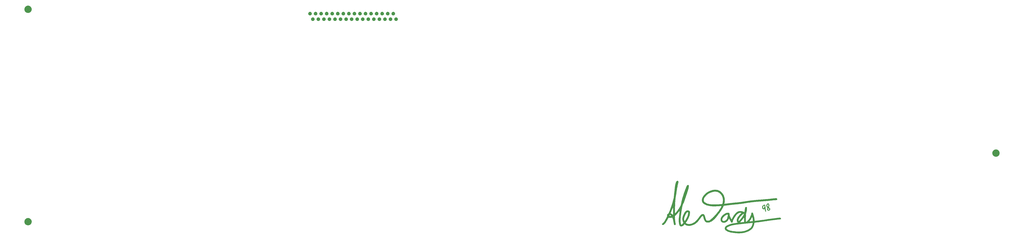
<source format=gbr>
%TF.GenerationSoftware,KiCad,Pcbnew,7.99.0-999-ge1db4e0694*%
%TF.CreationDate,2023-12-05T13:45:31-05:00*%
%TF.ProjectId,A1200KB,41313230-304b-4422-9e6b-696361645f70,rev?*%
%TF.SameCoordinates,Original*%
%TF.FileFunction,Soldermask,Top*%
%TF.FilePolarity,Negative*%
%FSLAX46Y46*%
G04 Gerber Fmt 4.6, Leading zero omitted, Abs format (unit mm)*
G04 Created by KiCad (PCBNEW 7.99.0-999-ge1db4e0694) date 2023-12-05 13:45:31*
%MOMM*%
%LPD*%
G01*
G04 APERTURE LIST*
G04 APERTURE END LIST*
G36*
X380448376Y-186338054D02*
G01*
X380448381Y-186338055D01*
X380548336Y-186349921D01*
X380548342Y-186349922D01*
X380557214Y-186350976D01*
X380573620Y-186358176D01*
X380573622Y-186358177D01*
X380650879Y-186392085D01*
X380650882Y-186392087D01*
X380659064Y-186395678D01*
X380741451Y-186470929D01*
X380789308Y-186544755D01*
X380799902Y-186566395D01*
X380808282Y-186589183D01*
X380814671Y-186617349D01*
X380819293Y-186655122D01*
X380822372Y-186706733D01*
X380824132Y-186776410D01*
X380824796Y-186868383D01*
X380824588Y-186986882D01*
X380823732Y-187136135D01*
X380823373Y-187188827D01*
X380822065Y-187334522D01*
X380820260Y-187473024D01*
X380818070Y-187598941D01*
X380815609Y-187706877D01*
X380812990Y-187791438D01*
X380810326Y-187847229D01*
X380809290Y-187860112D01*
X380780106Y-188080270D01*
X380736119Y-188320835D01*
X380679936Y-188570375D01*
X380614161Y-188817457D01*
X380541398Y-189050651D01*
X380534094Y-189071956D01*
X380532253Y-189077329D01*
X380531405Y-189079801D01*
X380509379Y-189144709D01*
X380505913Y-189154921D01*
X380505339Y-189156699D01*
X380500456Y-189172639D01*
X380486473Y-189218283D01*
X380485574Y-189221536D01*
X380471619Y-189277953D01*
X380470780Y-189281891D01*
X380466874Y-189303670D01*
X380459978Y-189342120D01*
X380459479Y-189345397D01*
X380457980Y-189357381D01*
X380450852Y-189414375D01*
X380450351Y-189418375D01*
X380450139Y-189420320D01*
X380441382Y-189514579D01*
X380431751Y-189637337D01*
X380430700Y-189651301D01*
X380414903Y-189870156D01*
X380401373Y-190077419D01*
X380389845Y-190279456D01*
X380380269Y-190478186D01*
X380380057Y-190482583D01*
X380379517Y-190496271D01*
X380371739Y-190693306D01*
X380364634Y-190917848D01*
X380358475Y-191162546D01*
X380352994Y-191434165D01*
X380350319Y-191588470D01*
X380346494Y-191848813D01*
X380344306Y-192075413D01*
X380344047Y-192196830D01*
X380343935Y-192249895D01*
X380343890Y-192270781D01*
X380345378Y-192437429D01*
X380348749Y-192571649D01*
X380348887Y-192577157D01*
X380348940Y-192578593D01*
X380354457Y-192691588D01*
X380354552Y-192693527D01*
X380354695Y-192695687D01*
X380362480Y-192788593D01*
X380362824Y-192791726D01*
X380370442Y-192847784D01*
X380372738Y-192864683D01*
X380373559Y-192869375D01*
X380376316Y-192882229D01*
X380385206Y-192923685D01*
X380385351Y-192924359D01*
X380387185Y-192931065D01*
X380401812Y-192974828D01*
X380413428Y-192997297D01*
X380505012Y-193036683D01*
X380522153Y-193034496D01*
X380596564Y-192999826D01*
X380604764Y-192995226D01*
X380697571Y-192933568D01*
X380701901Y-192930417D01*
X380730349Y-192907782D01*
X380817466Y-192838464D01*
X380820095Y-192836251D01*
X380923541Y-192744219D01*
X382026149Y-192744219D01*
X382104336Y-192891548D01*
X382131838Y-192889049D01*
X382147008Y-192887612D01*
X382248849Y-192877965D01*
X382327043Y-192870353D01*
X382379759Y-192865221D01*
X382476580Y-192855596D01*
X382520088Y-192851272D01*
X382524932Y-192850782D01*
X382528483Y-192850422D01*
X382665156Y-192836596D01*
X382810562Y-192821644D01*
X382948815Y-192807187D01*
X382948838Y-192807185D01*
X382952007Y-192806854D01*
X383085319Y-192792652D01*
X383205630Y-192779534D01*
X383308385Y-192767969D01*
X383379121Y-192759598D01*
X383389429Y-192758378D01*
X383413084Y-192755289D01*
X383475225Y-192685843D01*
X383475935Y-192670506D01*
X383475942Y-192669513D01*
X383476468Y-192593133D01*
X383475264Y-192497552D01*
X383472513Y-192389814D01*
X383468403Y-192275866D01*
X383463121Y-192161652D01*
X383456867Y-192053354D01*
X383449879Y-191957608D01*
X383449752Y-191956116D01*
X383442249Y-191878877D01*
X383442102Y-191877518D01*
X383441256Y-191870423D01*
X383441065Y-191868973D01*
X383423468Y-191746589D01*
X383422002Y-191736396D01*
X383421726Y-191734647D01*
X383419467Y-191721580D01*
X383417455Y-191709936D01*
X383394632Y-191577888D01*
X383394405Y-191576648D01*
X383361313Y-191405792D01*
X383343216Y-191320476D01*
X383324412Y-191231825D01*
X383286003Y-191066129D01*
X383277912Y-191034592D01*
X383103849Y-191014320D01*
X383087749Y-191046840D01*
X383087689Y-191046969D01*
X383026837Y-191169887D01*
X382957980Y-191304682D01*
X382884528Y-191444855D01*
X382809892Y-191583908D01*
X382737482Y-191715343D01*
X382670707Y-191832662D01*
X382612978Y-191929366D01*
X382606709Y-191939455D01*
X382515925Y-192079978D01*
X382413526Y-192230375D01*
X382305297Y-192382698D01*
X382197022Y-192528997D01*
X382094485Y-192661324D01*
X382026149Y-192744219D01*
X380923541Y-192744219D01*
X380956935Y-192714510D01*
X380958218Y-192713337D01*
X381015212Y-192659719D01*
X381017323Y-192657636D01*
X381300955Y-192364231D01*
X381304161Y-192360649D01*
X381572107Y-192037024D01*
X381574835Y-192033479D01*
X381826202Y-191681367D01*
X381828532Y-191677858D01*
X382061677Y-191299792D01*
X382063674Y-191296308D01*
X382276954Y-190894849D01*
X382278666Y-190891371D01*
X382470510Y-190468967D01*
X382471883Y-190465703D01*
X382619794Y-190083965D01*
X382620784Y-190081221D01*
X382678505Y-189908762D01*
X382679527Y-189905394D01*
X382721801Y-189750639D01*
X382722803Y-189746393D01*
X382753051Y-189594733D01*
X382753723Y-189590668D01*
X382775341Y-189426525D01*
X382775583Y-189424406D01*
X382780300Y-189375834D01*
X382780302Y-189375822D01*
X382781159Y-189367008D01*
X382782166Y-189357381D01*
X382792186Y-189261591D01*
X382792187Y-189261585D01*
X382793116Y-189252708D01*
X382794799Y-189242411D01*
X382794800Y-189242402D01*
X382805753Y-189175416D01*
X382805753Y-189175415D01*
X382807195Y-189166597D01*
X382810783Y-189154142D01*
X382810784Y-189154136D01*
X382823736Y-189109176D01*
X382823739Y-189109167D01*
X382826212Y-189100586D01*
X382832350Y-189088203D01*
X382832352Y-189088198D01*
X382849010Y-189054593D01*
X382849016Y-189054583D01*
X382852982Y-189046584D01*
X382861245Y-189035500D01*
X382861247Y-189035497D01*
X382884980Y-189003664D01*
X382884981Y-189003662D01*
X382890320Y-188996502D01*
X382898688Y-188987336D01*
X382898691Y-188987333D01*
X382916246Y-188968106D01*
X382916250Y-188968102D01*
X382922275Y-188961504D01*
X382933186Y-188953083D01*
X382933190Y-188953080D01*
X383004859Y-188897773D01*
X383004865Y-188897769D01*
X383011940Y-188892310D01*
X383028800Y-188886195D01*
X383028804Y-188886193D01*
X383106095Y-188858164D01*
X383106101Y-188858162D01*
X383114497Y-188855118D01*
X383132425Y-188854374D01*
X383132428Y-188854374D01*
X383215683Y-188850924D01*
X383215684Y-188850924D01*
X383224614Y-188850554D01*
X383241942Y-188854979D01*
X383328297Y-188877031D01*
X383328298Y-188877031D01*
X383336958Y-188879243D01*
X383392481Y-188906357D01*
X383472421Y-188968648D01*
X383533535Y-189055162D01*
X383578765Y-189170352D01*
X383587171Y-189201139D01*
X383592674Y-189221559D01*
X383599350Y-189246330D01*
X383601151Y-189252769D01*
X383620284Y-189321187D01*
X383648599Y-189420916D01*
X383682843Y-189540439D01*
X383721582Y-189674750D01*
X383763384Y-189818842D01*
X383794871Y-189926853D01*
X383885599Y-190241594D01*
X383887158Y-190247195D01*
X383887160Y-190247199D01*
X383948003Y-190465712D01*
X383964719Y-190525746D01*
X384032911Y-190782862D01*
X384090855Y-191016495D01*
X384139232Y-191230197D01*
X384155202Y-191309995D01*
X384174373Y-191405792D01*
X384178722Y-191427521D01*
X384210004Y-191612019D01*
X384233759Y-191787245D01*
X384250668Y-191956751D01*
X384261410Y-192124091D01*
X384266665Y-192292815D01*
X384267468Y-192395311D01*
X384267845Y-192458108D01*
X384268119Y-192503627D01*
X384268141Y-192504989D01*
X384270354Y-192581600D01*
X384271129Y-192590819D01*
X384353222Y-192662135D01*
X384376752Y-192659660D01*
X384463498Y-192649957D01*
X384573755Y-192637265D01*
X384700468Y-192622428D01*
X384700474Y-192622427D01*
X384704041Y-192622010D01*
X384849899Y-192604723D01*
X385003794Y-192586314D01*
X385003812Y-192586313D01*
X385007491Y-192585873D01*
X385169043Y-192566391D01*
X385169059Y-192566390D01*
X385171408Y-192566107D01*
X385172395Y-192565987D01*
X385172734Y-192565947D01*
X385172733Y-192565946D01*
X385337963Y-192545874D01*
X385337977Y-192545873D01*
X385341693Y-192545422D01*
X385386363Y-192539954D01*
X385506329Y-192525271D01*
X385506343Y-192525270D01*
X385510080Y-192524813D01*
X385673950Y-192504595D01*
X385809159Y-192487760D01*
X385829341Y-192485247D01*
X385971963Y-192467284D01*
X386097849Y-192451187D01*
X386181587Y-192440270D01*
X386280607Y-192426927D01*
X386407011Y-192409459D01*
X386407027Y-192409457D01*
X386411463Y-192408845D01*
X386547176Y-192389814D01*
X386570024Y-192386610D01*
X386572750Y-192386224D01*
X386575496Y-192385834D01*
X386747453Y-192361482D01*
X386747468Y-192361481D01*
X386751917Y-192360851D01*
X386777042Y-192357266D01*
X386948905Y-192332743D01*
X386948908Y-192332742D01*
X386953266Y-192332121D01*
X387169856Y-192301025D01*
X387185884Y-192298710D01*
X387393048Y-192268802D01*
X387393059Y-192268801D01*
X387397557Y-192268152D01*
X387426835Y-192263903D01*
X387627715Y-192234750D01*
X387627720Y-192234749D01*
X387631034Y-192234268D01*
X387631779Y-192234160D01*
X387632146Y-192234107D01*
X387632145Y-192234106D01*
X387869891Y-192199423D01*
X387871428Y-192199198D01*
X387871437Y-192199197D01*
X387952682Y-192187284D01*
X388077468Y-192168986D01*
X388080543Y-192168535D01*
X388080548Y-192168534D01*
X388609937Y-192090946D01*
X388609938Y-192090945D01*
X388618201Y-192089735D01*
X388622462Y-192089114D01*
X388622466Y-192089114D01*
X389116689Y-192017181D01*
X389116693Y-192017180D01*
X389125000Y-192015972D01*
X389129259Y-192015357D01*
X389129274Y-192015354D01*
X389591425Y-191948638D01*
X389591425Y-191948637D01*
X389599759Y-191947435D01*
X389604058Y-191946820D01*
X389604074Y-191946817D01*
X390035572Y-191885124D01*
X390044371Y-191883866D01*
X390048951Y-191883218D01*
X390048963Y-191883216D01*
X390452023Y-191826237D01*
X390460731Y-191825006D01*
X390543869Y-191813407D01*
X390842137Y-191771794D01*
X390850731Y-191770595D01*
X390855337Y-191769962D01*
X390855343Y-191769961D01*
X391207493Y-191721580D01*
X391207496Y-191721580D01*
X391216267Y-191720375D01*
X391220951Y-191719742D01*
X391220960Y-191719741D01*
X391550635Y-191675246D01*
X391550637Y-191675246D01*
X391559232Y-191674086D01*
X391563925Y-191673465D01*
X391563937Y-191673463D01*
X391872870Y-191632611D01*
X391872875Y-191632611D01*
X391881519Y-191631468D01*
X391886229Y-191630859D01*
X391886232Y-191630859D01*
X392176168Y-191593406D01*
X392176172Y-191593406D01*
X392185022Y-191592263D01*
X392189945Y-191591643D01*
X392189954Y-191591642D01*
X392462868Y-191557313D01*
X392462874Y-191557313D01*
X392471636Y-191556211D01*
X392499267Y-191552838D01*
X392734404Y-191524134D01*
X392734406Y-191524134D01*
X392743254Y-191523054D01*
X392748211Y-191522468D01*
X392748215Y-191522468D01*
X392993008Y-191493565D01*
X392993011Y-191493565D01*
X393001770Y-191492531D01*
X393006512Y-191491985D01*
X393006526Y-191491983D01*
X393111948Y-191479858D01*
X393244349Y-191464180D01*
X393358733Y-191449961D01*
X393402443Y-191444528D01*
X393577116Y-191422094D01*
X393758196Y-191398200D01*
X393935807Y-191374131D01*
X394087551Y-191352949D01*
X394087559Y-191352948D01*
X394091825Y-191352353D01*
X394115715Y-191349000D01*
X394317435Y-191320688D01*
X394317440Y-191320688D01*
X394326233Y-191319454D01*
X394331308Y-191318766D01*
X394331310Y-191318766D01*
X394520645Y-191293111D01*
X394520651Y-191293111D01*
X394529501Y-191291912D01*
X394534977Y-191291210D01*
X394534991Y-191291208D01*
X394697496Y-191270400D01*
X394706306Y-191269272D01*
X394712214Y-191268578D01*
X394712217Y-191268578D01*
X394852471Y-191252116D01*
X394861324Y-191251077D01*
X394867726Y-191250417D01*
X394867740Y-191250415D01*
X394990345Y-191237786D01*
X394990349Y-191237786D01*
X394999234Y-191236871D01*
X395006114Y-191236285D01*
X395006119Y-191236285D01*
X395115806Y-191226955D01*
X395115809Y-191226955D01*
X395124712Y-191226198D01*
X395131899Y-191225734D01*
X395131908Y-191225733D01*
X395233533Y-191219176D01*
X395233535Y-191219176D01*
X395242435Y-191218602D01*
X395249701Y-191218286D01*
X395249707Y-191218286D01*
X395348152Y-191214014D01*
X395348154Y-191214014D01*
X395357080Y-191213627D01*
X395364152Y-191213456D01*
X395364153Y-191213456D01*
X395464430Y-191211031D01*
X395464436Y-191211031D01*
X395473324Y-191210817D01*
X395479594Y-191210746D01*
X395479604Y-191210746D01*
X395543382Y-191210033D01*
X395552325Y-191209933D01*
X395557368Y-191209897D01*
X395557380Y-191209897D01*
X395896747Y-191207535D01*
X395906111Y-191207470D01*
X395920870Y-191217719D01*
X395920871Y-191217720D01*
X395983155Y-191260973D01*
X395983157Y-191260975D01*
X395990495Y-191266071D01*
X396071890Y-191342878D01*
X396094179Y-191381203D01*
X396119758Y-191425184D01*
X396126844Y-191437367D01*
X396129492Y-191447319D01*
X396129493Y-191447320D01*
X396145072Y-191505857D01*
X396154790Y-191542370D01*
X396155164Y-191650715D01*
X396127397Y-191755234D01*
X396070926Y-191848757D01*
X396039165Y-191882425D01*
X395997929Y-191915905D01*
X395951309Y-191941772D01*
X395893606Y-191961335D01*
X395819125Y-191975902D01*
X395722167Y-191986785D01*
X395597036Y-191995293D01*
X395534182Y-191998497D01*
X395409987Y-192004793D01*
X395300784Y-192011295D01*
X395296036Y-192011578D01*
X395187058Y-192019414D01*
X395176479Y-192020328D01*
X395077752Y-192028863D01*
X395032102Y-192033479D01*
X394962853Y-192040482D01*
X394837063Y-192054835D01*
X394695103Y-192072483D01*
X394531690Y-192093985D01*
X394341541Y-192119903D01*
X394182539Y-192141972D01*
X394005632Y-192166257D01*
X393814415Y-192191815D01*
X393618383Y-192217423D01*
X393427031Y-192241860D01*
X393249854Y-192263903D01*
X393096347Y-192282328D01*
X393057682Y-192286813D01*
X392858090Y-192310058D01*
X392751415Y-192322830D01*
X392652425Y-192334682D01*
X392439106Y-192360908D01*
X392216053Y-192389018D01*
X391981518Y-192419258D01*
X391733671Y-192451880D01*
X391470680Y-192487137D01*
X391190716Y-192525284D01*
X390891946Y-192566573D01*
X390572542Y-192611259D01*
X390230671Y-192659595D01*
X389864503Y-192711835D01*
X389472207Y-192768231D01*
X389051953Y-192829038D01*
X388601910Y-192894509D01*
X388120248Y-192964897D01*
X387605134Y-193040457D01*
X387433396Y-193065701D01*
X387080837Y-193116455D01*
X386932316Y-193137836D01*
X386904884Y-193141785D01*
X386390444Y-193212371D01*
X385876144Y-193279291D01*
X385348053Y-193344377D01*
X385011325Y-193384180D01*
X384852682Y-193402746D01*
X384704261Y-193420292D01*
X384570175Y-193436320D01*
X384454533Y-193450330D01*
X384361447Y-193461823D01*
X384295028Y-193470301D01*
X384269008Y-193473923D01*
X384210647Y-193529650D01*
X384204482Y-193561448D01*
X384130743Y-193983102D01*
X384042649Y-194373046D01*
X383939467Y-194733201D01*
X383820462Y-195065489D01*
X383684900Y-195371833D01*
X383532048Y-195654155D01*
X383361170Y-195914376D01*
X383249920Y-196060408D01*
X383153291Y-196175477D01*
X383055138Y-196280923D01*
X382947731Y-196384261D01*
X382823339Y-196493008D01*
X382705732Y-196589486D01*
X382324639Y-196874004D01*
X381922836Y-197131779D01*
X381499665Y-197363044D01*
X381054464Y-197568029D01*
X380586573Y-197746964D01*
X380095332Y-197900080D01*
X379580081Y-198027608D01*
X379040160Y-198129777D01*
X378474908Y-198206820D01*
X377935611Y-198255449D01*
X377829375Y-198261021D01*
X377693295Y-198265330D01*
X377533791Y-198268382D01*
X377357284Y-198270185D01*
X377170192Y-198270744D01*
X376978936Y-198270065D01*
X376789935Y-198268154D01*
X376609610Y-198265018D01*
X376444380Y-198260662D01*
X376300666Y-198255093D01*
X376275539Y-198253858D01*
X375961027Y-198234122D01*
X375634120Y-198206292D01*
X375290393Y-198169854D01*
X374925421Y-198124295D01*
X374534779Y-198069100D01*
X374114041Y-198003758D01*
X374098397Y-198001229D01*
X373744854Y-197939357D01*
X373421640Y-197872547D01*
X373296842Y-197841838D01*
X373131618Y-197801183D01*
X373131616Y-197801182D01*
X373122938Y-197799047D01*
X373113898Y-197796401D01*
X373113890Y-197796400D01*
X372944964Y-197746964D01*
X372842929Y-197717104D01*
X372575798Y-197624965D01*
X372315725Y-197520876D01*
X372233652Y-197483526D01*
X372115530Y-197429770D01*
X372056895Y-197403086D01*
X371966611Y-197358840D01*
X371703799Y-197216440D01*
X371694053Y-197210112D01*
X371694051Y-197210111D01*
X371484108Y-197073794D01*
X371484106Y-197073792D01*
X371476616Y-197068929D01*
X371284709Y-196915890D01*
X371127728Y-196756908D01*
X371069454Y-196678196D01*
X371010639Y-196598752D01*
X371010638Y-196598750D01*
X371005320Y-196591567D01*
X370999068Y-196579366D01*
X370999067Y-196579364D01*
X370921208Y-196427405D01*
X370921207Y-196427402D01*
X370917133Y-196419451D01*
X370913125Y-196406222D01*
X370913124Y-196406219D01*
X370865407Y-196248701D01*
X370865406Y-196248699D01*
X370862815Y-196240144D01*
X370846534Y-196093842D01*
X370843003Y-196062111D01*
X370843003Y-196062108D01*
X370842015Y-196053230D01*
X370841879Y-196040804D01*
X370841879Y-196040797D01*
X370841851Y-196038152D01*
X370841851Y-196038151D01*
X370841754Y-196029217D01*
X370842117Y-196025073D01*
X371641101Y-196025073D01*
X371645709Y-196062111D01*
X371647595Y-196077264D01*
X371652021Y-196093842D01*
X371674240Y-196146700D01*
X371681209Y-196159108D01*
X371726228Y-196221430D01*
X371731853Y-196228166D01*
X371806658Y-196305920D01*
X371808904Y-196308138D01*
X371822414Y-196320817D01*
X371826359Y-196324519D01*
X371829788Y-196327510D01*
X371966624Y-196438357D01*
X371971865Y-196442170D01*
X372140471Y-196551958D01*
X372144675Y-196554467D01*
X372286808Y-196631904D01*
X372342409Y-196662196D01*
X372345917Y-196663966D01*
X372568380Y-196767549D01*
X372571466Y-196768887D01*
X372814461Y-196866492D01*
X372817295Y-196867551D01*
X373076614Y-196957406D01*
X373079331Y-196958278D01*
X373237221Y-197005033D01*
X373350784Y-197038661D01*
X373353490Y-197039397D01*
X373633079Y-197108669D01*
X373635635Y-197109246D01*
X373870644Y-197157059D01*
X373872570Y-197157419D01*
X374422808Y-197251512D01*
X374424281Y-197251745D01*
X374961435Y-197330453D01*
X374962894Y-197330648D01*
X375482315Y-197393413D01*
X375483981Y-197393591D01*
X375678239Y-197411685D01*
X375981229Y-197439906D01*
X375983133Y-197440054D01*
X376454268Y-197469454D01*
X376455612Y-197469524D01*
X376574930Y-197474392D01*
X376716008Y-197479035D01*
X376844306Y-197482140D01*
X376860285Y-197482337D01*
X376966854Y-197483653D01*
X377090770Y-197483525D01*
X377223003Y-197481705D01*
X377370880Y-197478139D01*
X377393579Y-197477425D01*
X377541232Y-197472779D01*
X377726922Y-197466109D01*
X377977773Y-197452394D01*
X377979562Y-197452270D01*
X378248195Y-197429836D01*
X378249716Y-197429690D01*
X378526064Y-197399789D01*
X378527503Y-197399616D01*
X378636348Y-197385235D01*
X378800030Y-197363608D01*
X378801619Y-197363377D01*
X379058920Y-197322629D01*
X379060755Y-197322310D01*
X379267751Y-197283173D01*
X379270465Y-197282597D01*
X379762368Y-197166765D01*
X379765874Y-197165831D01*
X380229864Y-197027715D01*
X380233599Y-197026473D01*
X380671418Y-196865395D01*
X380675342Y-196863799D01*
X381088562Y-196679110D01*
X381092567Y-196677146D01*
X381482783Y-196468166D01*
X381486759Y-196465844D01*
X381855523Y-196231890D01*
X381859356Y-196229253D01*
X382144723Y-196016881D01*
X382208953Y-195969079D01*
X382211209Y-195967319D01*
X382290548Y-195902413D01*
X382293420Y-195899913D01*
X382484232Y-195723366D01*
X382488883Y-195718578D01*
X382659343Y-195523217D01*
X382663429Y-195518000D01*
X382816040Y-195300313D01*
X382819371Y-195295017D01*
X382955551Y-195052327D01*
X382958091Y-195047279D01*
X383079112Y-194776969D01*
X383080944Y-194772405D01*
X383187979Y-194471997D01*
X383189243Y-194468037D01*
X383283683Y-194134316D01*
X383284158Y-194132536D01*
X383285190Y-194128431D01*
X383311650Y-194019148D01*
X383336392Y-193909754D01*
X383358209Y-193806379D01*
X383375886Y-193715213D01*
X383383524Y-193670107D01*
X383302618Y-193579411D01*
X383246009Y-193583056D01*
X383144872Y-193590913D01*
X383024910Y-193601278D01*
X382890438Y-193613828D01*
X382849892Y-193617813D01*
X382806882Y-193622041D01*
X382690305Y-193633660D01*
X382641361Y-193638539D01*
X382449643Y-193657539D01*
X382241821Y-193678045D01*
X382027904Y-193699073D01*
X381817899Y-193719639D01*
X381621813Y-193738758D01*
X381546039Y-193746116D01*
X381112094Y-193788670D01*
X380682292Y-193831734D01*
X380259762Y-193874966D01*
X379847634Y-193918024D01*
X379449038Y-193960565D01*
X379067105Y-194002247D01*
X378704964Y-194042727D01*
X378365745Y-194081663D01*
X378052578Y-194118712D01*
X377768592Y-194153532D01*
X377516919Y-194185780D01*
X377463897Y-194192802D01*
X377378294Y-194204044D01*
X377263804Y-194218821D01*
X377127552Y-194236227D01*
X376976662Y-194255358D01*
X376818261Y-194275307D01*
X376659472Y-194295169D01*
X376611182Y-194301180D01*
X376205480Y-194352762D01*
X375833056Y-194402677D01*
X375490977Y-194451544D01*
X375389478Y-194467168D01*
X375176290Y-194499985D01*
X375086349Y-194515056D01*
X374886110Y-194548610D01*
X374617453Y-194598048D01*
X374367981Y-194648795D01*
X374366823Y-194649044D01*
X374133684Y-194701678D01*
X374132414Y-194701980D01*
X373929528Y-194752857D01*
X373912157Y-194757213D01*
X373910646Y-194757611D01*
X373808366Y-194786033D01*
X373700280Y-194816068D01*
X373698758Y-194816512D01*
X373495276Y-194878825D01*
X373493800Y-194879299D01*
X373294142Y-194946130D01*
X373292797Y-194946599D01*
X373093434Y-195018791D01*
X373012473Y-195049857D01*
X372951887Y-195073105D01*
X372950559Y-195073632D01*
X372857277Y-195111895D01*
X372669628Y-195188866D01*
X372667519Y-195189778D01*
X372523609Y-195255227D01*
X372422846Y-195301053D01*
X372420117Y-195302375D01*
X372211105Y-195409992D01*
X372207612Y-195411936D01*
X372033937Y-195515981D01*
X372029438Y-195518948D01*
X371890795Y-195619288D01*
X371885035Y-195624005D01*
X371782695Y-195718578D01*
X371781087Y-195720064D01*
X371774059Y-195727736D01*
X371703894Y-195818484D01*
X371696496Y-195830718D01*
X371657658Y-195915490D01*
X371652643Y-195932347D01*
X371641311Y-196008035D01*
X371641101Y-196025073D01*
X370842117Y-196025073D01*
X370842834Y-196016888D01*
X370842834Y-196016881D01*
X370842865Y-196016532D01*
X370858717Y-195835571D01*
X370858718Y-195835565D01*
X370859498Y-195826665D01*
X370863118Y-195813340D01*
X370863119Y-195813335D01*
X370910173Y-195640164D01*
X370910174Y-195640161D01*
X370912517Y-195631539D01*
X370918376Y-195619062D01*
X370918378Y-195619058D01*
X370996688Y-195452320D01*
X370996687Y-195452320D01*
X371000487Y-195444231D01*
X371050380Y-195371344D01*
X371118039Y-195272502D01*
X371118041Y-195272498D01*
X371123084Y-195265133D01*
X371132195Y-195255231D01*
X371132199Y-195255227D01*
X371273934Y-195101213D01*
X371273934Y-195101212D01*
X371279985Y-195094638D01*
X371289992Y-195086171D01*
X371289995Y-195086168D01*
X371464047Y-194938906D01*
X371464053Y-194938902D01*
X371470866Y-194933138D01*
X371481333Y-194926046D01*
X371481339Y-194926042D01*
X371688009Y-194786033D01*
X371688013Y-194786031D01*
X371695404Y-194781024D01*
X371706002Y-194775174D01*
X371706011Y-194775168D01*
X371945450Y-194643009D01*
X371945453Y-194643007D01*
X371953276Y-194638690D01*
X371962074Y-194634376D01*
X371962084Y-194634371D01*
X372003951Y-194613847D01*
X372003957Y-194613844D01*
X372011968Y-194609918D01*
X372019370Y-194606553D01*
X372019384Y-194606546D01*
X372260000Y-194497187D01*
X372260004Y-194497185D01*
X372268125Y-194493495D01*
X372276207Y-194490163D01*
X372276211Y-194490162D01*
X372544871Y-194379432D01*
X372544878Y-194379430D01*
X372553116Y-194376035D01*
X372560812Y-194373131D01*
X372560823Y-194373127D01*
X372851343Y-194263548D01*
X372851350Y-194263546D01*
X372859700Y-194260397D01*
X372867180Y-194257804D01*
X372867188Y-194257801D01*
X373153903Y-194158430D01*
X373153908Y-194158428D01*
X373162345Y-194155505D01*
X373169377Y-194153240D01*
X373169384Y-194153238D01*
X373341707Y-194097754D01*
X373341711Y-194097753D01*
X373350191Y-194095023D01*
X373357014Y-194092974D01*
X373357021Y-194092972D01*
X373530708Y-194040831D01*
X373530707Y-194040831D01*
X373539232Y-194038272D01*
X373546214Y-194036334D01*
X373546225Y-194036331D01*
X373723592Y-193987125D01*
X373723597Y-193987124D01*
X373732199Y-193984738D01*
X373739267Y-193982938D01*
X373739280Y-193982934D01*
X373923173Y-193936114D01*
X373923178Y-193936113D01*
X373931825Y-193933912D01*
X373938866Y-193932273D01*
X373938878Y-193932270D01*
X374132156Y-193887301D01*
X374132160Y-193887300D01*
X374140841Y-193885281D01*
X374147768Y-193883810D01*
X374147773Y-193883809D01*
X374353239Y-193840189D01*
X374353243Y-193840188D01*
X374361980Y-193838334D01*
X374368729Y-193837024D01*
X374368736Y-193837023D01*
X374589214Y-193794258D01*
X374589221Y-193794257D01*
X374597974Y-193792560D01*
X374604487Y-193791401D01*
X374604492Y-193791400D01*
X374842764Y-193749010D01*
X374842765Y-193749009D01*
X374851556Y-193747446D01*
X374857814Y-193746418D01*
X374857821Y-193746417D01*
X375116694Y-193703919D01*
X375116698Y-193703918D01*
X375125457Y-193702481D01*
X375131423Y-193701570D01*
X375131429Y-193701569D01*
X375413584Y-193658500D01*
X375413584Y-193658499D01*
X375422409Y-193657153D01*
X375552437Y-193638539D01*
X375736337Y-193612213D01*
X375745146Y-193610952D01*
X375750638Y-193610207D01*
X375750652Y-193610205D01*
X376087554Y-193564563D01*
X376087556Y-193564563D01*
X376096399Y-193563365D01*
X376101692Y-193562680D01*
X376101703Y-193562678D01*
X376470058Y-193515024D01*
X376470064Y-193515024D01*
X376478900Y-193513881D01*
X376483919Y-193513253D01*
X376483937Y-193513250D01*
X376601454Y-193498559D01*
X376643327Y-193332969D01*
X376633581Y-193326015D01*
X376633580Y-193326015D01*
X376505070Y-193234322D01*
X376447947Y-193170496D01*
X377781569Y-193170496D01*
X377855219Y-193342182D01*
X377943331Y-193331739D01*
X377943354Y-193331739D01*
X377952143Y-193330696D01*
X377956741Y-193330159D01*
X377956754Y-193330157D01*
X378086958Y-193314963D01*
X378086963Y-193314963D01*
X378095705Y-193313943D01*
X378100187Y-193313426D01*
X378100201Y-193313424D01*
X378244714Y-193296773D01*
X378244719Y-193296773D01*
X378253121Y-193295805D01*
X378257508Y-193295304D01*
X378257512Y-193295304D01*
X378410802Y-193277822D01*
X378410806Y-193277822D01*
X378419295Y-193276854D01*
X378423531Y-193276375D01*
X378423544Y-193276373D01*
X378580611Y-193258623D01*
X378580615Y-193258623D01*
X378589129Y-193257661D01*
X378593377Y-193257185D01*
X378593389Y-193257183D01*
X378749172Y-193239732D01*
X378749178Y-193239732D01*
X378757527Y-193238797D01*
X378761648Y-193238339D01*
X378761652Y-193238339D01*
X378910626Y-193221806D01*
X378910632Y-193221806D01*
X378919393Y-193220834D01*
X378923849Y-193220344D01*
X378923854Y-193220344D01*
X379060915Y-193205299D01*
X379060919Y-193205299D01*
X379069630Y-193204343D01*
X379074065Y-193203863D01*
X379074077Y-193203861D01*
X379194493Y-193190831D01*
X379194499Y-193190831D01*
X379203142Y-193189896D01*
X379207770Y-193189405D01*
X379207774Y-193189405D01*
X379306010Y-193178997D01*
X379306013Y-193178997D01*
X379314831Y-193178063D01*
X379319797Y-193177556D01*
X379319806Y-193177555D01*
X379390791Y-193170316D01*
X379390794Y-193170316D01*
X379399602Y-193169418D01*
X379405111Y-193168898D01*
X379405117Y-193168898D01*
X379444186Y-193165217D01*
X379513071Y-193158011D01*
X379536744Y-193154575D01*
X379601373Y-193064431D01*
X379601218Y-193063288D01*
X379584809Y-192990793D01*
X379584808Y-192990782D01*
X379582839Y-192982082D01*
X379580164Y-192965684D01*
X379578499Y-192955479D01*
X379578498Y-192955476D01*
X379577061Y-192946661D01*
X379575964Y-192936604D01*
X379575962Y-192936595D01*
X379573264Y-192911855D01*
X379573264Y-192911853D01*
X379572296Y-192902979D01*
X379571667Y-192893961D01*
X379571666Y-192893951D01*
X379569071Y-192856697D01*
X379569071Y-192856696D01*
X379568450Y-192847784D01*
X379568111Y-192839933D01*
X379568110Y-192839926D01*
X379565812Y-192786711D01*
X379565812Y-192786705D01*
X379565429Y-192777825D01*
X379565251Y-192771014D01*
X379565251Y-192771006D01*
X379563372Y-192698756D01*
X379563372Y-192698751D01*
X379563141Y-192689850D01*
X379563049Y-192683815D01*
X379563049Y-192683806D01*
X379561625Y-192589522D01*
X379561625Y-192589517D01*
X379561491Y-192580607D01*
X379561445Y-192575133D01*
X379561445Y-192575124D01*
X379560460Y-192455750D01*
X379560460Y-192455746D01*
X379560387Y-192446844D01*
X379560366Y-192441713D01*
X379559769Y-192294115D01*
X379559769Y-192294110D01*
X379559734Y-192285310D01*
X379559726Y-192280510D01*
X379559726Y-192280501D01*
X379559453Y-192101388D01*
X379559453Y-192101386D01*
X379559440Y-192092753D01*
X379559438Y-192088188D01*
X379559438Y-192088181D01*
X379559399Y-191961995D01*
X379559397Y-191956761D01*
X379559335Y-191904951D01*
X379559334Y-191904950D01*
X379559182Y-191776563D01*
X379558994Y-191724743D01*
X379558993Y-191724742D01*
X379558579Y-191610497D01*
X379558571Y-191608291D01*
X379558242Y-191556508D01*
X379558241Y-191556507D01*
X379557600Y-191455205D01*
X379557059Y-191398538D01*
X379556390Y-191328634D01*
X379382194Y-191274615D01*
X379359342Y-191307243D01*
X379359335Y-191307255D01*
X379133605Y-191629567D01*
X378879198Y-191969160D01*
X378597922Y-192323632D01*
X378563036Y-192366338D01*
X378391600Y-192571085D01*
X378235606Y-192747252D01*
X378091992Y-192897473D01*
X377957695Y-193024381D01*
X377829652Y-193130608D01*
X377829635Y-193130619D01*
X377781569Y-193170496D01*
X376447947Y-193170496D01*
X376419739Y-193138978D01*
X376406495Y-193124180D01*
X376406494Y-193124178D01*
X376400532Y-193117517D01*
X376387326Y-193093856D01*
X376326794Y-192985397D01*
X376326793Y-192985395D01*
X376322437Y-192977590D01*
X376297309Y-192907782D01*
X376295645Y-192903159D01*
X376295644Y-192903158D01*
X376292620Y-192894755D01*
X376289753Y-192881952D01*
X376289752Y-192881949D01*
X376266846Y-192779650D01*
X376266845Y-192779646D01*
X376264894Y-192770930D01*
X376263400Y-192758592D01*
X376263399Y-192758587D01*
X376248322Y-192634053D01*
X376248322Y-192634051D01*
X376247248Y-192625180D01*
X376246754Y-192613646D01*
X376246754Y-192613642D01*
X376241022Y-192479626D01*
X376241022Y-192479620D01*
X376240641Y-192470701D01*
X376241201Y-192455116D01*
X377032039Y-192455116D01*
X377032897Y-192542349D01*
X377034016Y-192547217D01*
X377153929Y-192612000D01*
X377182228Y-192600870D01*
X377204212Y-192590048D01*
X377294877Y-192531892D01*
X377300539Y-192527796D01*
X377405682Y-192442399D01*
X377408957Y-192439545D01*
X377503301Y-192351365D01*
X377529690Y-192326698D01*
X377531830Y-192324600D01*
X377665221Y-192187284D01*
X377666775Y-192185625D01*
X377711554Y-192136042D01*
X377810306Y-192026696D01*
X377811508Y-192025326D01*
X377962976Y-191847405D01*
X377963970Y-191846208D01*
X378121143Y-191651989D01*
X378122005Y-191650899D01*
X378282768Y-191442960D01*
X378283549Y-191441928D01*
X378445792Y-191222845D01*
X378446528Y-191221830D01*
X378608072Y-190994288D01*
X378608790Y-190993255D01*
X378767568Y-190759790D01*
X378768290Y-190758703D01*
X378922620Y-190521263D01*
X379028319Y-190351687D01*
X379107513Y-190219378D01*
X379188768Y-190078393D01*
X379270083Y-189932657D01*
X379349377Y-189786255D01*
X379424590Y-189643228D01*
X379491443Y-189511978D01*
X379347838Y-189383676D01*
X379284570Y-189425448D01*
X379284505Y-189425493D01*
X379195469Y-189484279D01*
X379065663Y-189571106D01*
X379064133Y-189572162D01*
X378955300Y-189649874D01*
X378953239Y-189651413D01*
X378854042Y-189728787D01*
X378852031Y-189730427D01*
X378751336Y-189816222D01*
X378749924Y-189817466D01*
X378636473Y-189920699D01*
X378615850Y-189939957D01*
X378610572Y-189944886D01*
X378609577Y-189945834D01*
X378306267Y-190242007D01*
X378304329Y-190243986D01*
X378035012Y-190531773D01*
X378033205Y-190533704D01*
X378031105Y-190536065D01*
X377792165Y-190819034D01*
X377789909Y-190821868D01*
X377589346Y-191089629D01*
X377583560Y-191097353D01*
X377581162Y-191100787D01*
X377407749Y-191368076D01*
X377405263Y-191372258D01*
X377267173Y-191626789D01*
X377265147Y-191630523D01*
X377262645Y-191635684D01*
X377203877Y-191772691D01*
X377156073Y-191884138D01*
X377153754Y-191890463D01*
X377080777Y-192128647D01*
X377079081Y-192135582D01*
X377052699Y-192278563D01*
X377044016Y-192325621D01*
X377043247Y-192331169D01*
X377041749Y-192347263D01*
X377032305Y-192448706D01*
X377032039Y-192455116D01*
X376241201Y-192455116D01*
X376241316Y-192451906D01*
X376241357Y-192450765D01*
X376241357Y-192450745D01*
X376245711Y-192329615D01*
X376245711Y-192329613D01*
X376246032Y-192320691D01*
X376247298Y-192306971D01*
X376247904Y-192300405D01*
X376247904Y-192300401D01*
X376248726Y-192291505D01*
X376250443Y-192280719D01*
X376250444Y-192280710D01*
X376292485Y-192016704D01*
X376292486Y-192016700D01*
X376293890Y-192007884D01*
X376297186Y-191995692D01*
X376297187Y-191995688D01*
X376368984Y-191730152D01*
X376368987Y-191730144D01*
X376371317Y-191721528D01*
X376375716Y-191709944D01*
X376375719Y-191709936D01*
X376478307Y-191439856D01*
X376478309Y-191439851D01*
X376481481Y-191431502D01*
X376545931Y-191299053D01*
X376620940Y-191144902D01*
X376620942Y-191144898D01*
X376624850Y-191136868D01*
X376630765Y-191126837D01*
X376630768Y-191126833D01*
X376797362Y-190844378D01*
X376797363Y-190844376D01*
X376801898Y-190836688D01*
X376808223Y-190827502D01*
X376808227Y-190827497D01*
X377008030Y-190537380D01*
X377008032Y-190537377D01*
X377013096Y-190530025D01*
X377019647Y-190521654D01*
X377019652Y-190521647D01*
X377253413Y-190222970D01*
X377253418Y-190222965D01*
X377258914Y-190215943D01*
X377264531Y-190209267D01*
X377264537Y-190209259D01*
X377337134Y-190122983D01*
X377337135Y-190122981D01*
X377342873Y-190116163D01*
X377347853Y-190110517D01*
X377347856Y-190110514D01*
X377478842Y-189962037D01*
X377478844Y-189962034D01*
X377484742Y-189955350D01*
X377489972Y-189949711D01*
X377489978Y-189949704D01*
X377636970Y-189791236D01*
X377636972Y-189791233D01*
X377643024Y-189784710D01*
X377648080Y-189779484D01*
X377648087Y-189779477D01*
X377802676Y-189619732D01*
X377802681Y-189619727D01*
X377808866Y-189613337D01*
X377814018Y-189608232D01*
X377814031Y-189608218D01*
X377967085Y-189456592D01*
X377967088Y-189456589D01*
X377973415Y-189450322D01*
X377978997Y-189445059D01*
X377979004Y-189445052D01*
X378121341Y-189310869D01*
X378121344Y-189310866D01*
X378127820Y-189304762D01*
X378133158Y-189299932D01*
X378133170Y-189299920D01*
X378169448Y-189267100D01*
X378238902Y-189203326D01*
X378253463Y-189189158D01*
X378201506Y-189036606D01*
X378175954Y-189033179D01*
X378072794Y-189024257D01*
X378070556Y-189024105D01*
X377956840Y-189018438D01*
X377954739Y-189018369D01*
X377834470Y-189016510D01*
X377827812Y-189016534D01*
X377825688Y-189016578D01*
X377637652Y-189023741D01*
X377632054Y-189024208D01*
X377624826Y-189025139D01*
X377468505Y-189045275D01*
X377461595Y-189046566D01*
X377308379Y-189084226D01*
X377301777Y-189086243D01*
X377144929Y-189143854D01*
X377140340Y-189145752D01*
X376999429Y-189210679D01*
X376995518Y-189212651D01*
X376829986Y-189303555D01*
X376825470Y-189306292D01*
X376663077Y-189414388D01*
X376659004Y-189417346D01*
X376497869Y-189544639D01*
X376494346Y-189547642D01*
X376333081Y-189695905D01*
X376330137Y-189698798D01*
X376167424Y-189869775D01*
X376165063Y-189872405D01*
X375999621Y-190067809D01*
X375997715Y-190070176D01*
X375913501Y-190180275D01*
X375828365Y-190291579D01*
X375826825Y-190293682D01*
X375802248Y-190328751D01*
X375652301Y-190542713D01*
X375651109Y-190544478D01*
X375470100Y-190822829D01*
X375469216Y-190824233D01*
X375280504Y-191133425D01*
X375279785Y-191134637D01*
X375249763Y-191186516D01*
X375089075Y-191464191D01*
X375081891Y-191476604D01*
X375056265Y-191522468D01*
X374968716Y-191679157D01*
X374843044Y-191911777D01*
X374842358Y-191913082D01*
X374739397Y-192115157D01*
X374737355Y-192119165D01*
X374736475Y-192120962D01*
X374650421Y-192304516D01*
X374649343Y-192306951D01*
X374580813Y-192471369D01*
X374579599Y-192474527D01*
X374542313Y-192580149D01*
X374527101Y-192623242D01*
X374525830Y-192627268D01*
X374487763Y-192763925D01*
X374486661Y-192768569D01*
X374461299Y-192897511D01*
X374460657Y-192901436D01*
X374451439Y-192971813D01*
X374443625Y-193035436D01*
X374440547Y-193060497D01*
X374437710Y-193083591D01*
X374422543Y-193167066D01*
X374403426Y-193230205D01*
X374377846Y-193280976D01*
X374343290Y-193327345D01*
X374337024Y-193334588D01*
X374250511Y-193407490D01*
X374149239Y-193451310D01*
X374040588Y-193465703D01*
X373931940Y-193450322D01*
X373830674Y-193404822D01*
X373820342Y-193396764D01*
X373820339Y-193396762D01*
X373781501Y-193366471D01*
X373781500Y-193366470D01*
X373774449Y-193360971D01*
X373746139Y-193327345D01*
X373743066Y-193323695D01*
X373743065Y-193323693D01*
X373737311Y-193316859D01*
X373727552Y-193302016D01*
X373701912Y-193263018D01*
X373701911Y-193263016D01*
X373697005Y-193255554D01*
X373688422Y-193239825D01*
X373677667Y-193220114D01*
X373677666Y-193220112D01*
X373673379Y-193212255D01*
X373644847Y-193158266D01*
X373635077Y-193139779D01*
X373634006Y-193137836D01*
X373602006Y-193082161D01*
X373588586Y-193058813D01*
X373587616Y-193057184D01*
X373564856Y-193020256D01*
X373560189Y-193012684D01*
X373555241Y-193004485D01*
X373537357Y-192974844D01*
X373537356Y-192974843D01*
X373532734Y-192967182D01*
X373521720Y-192948024D01*
X373495211Y-192901914D01*
X373495209Y-192901909D01*
X373490758Y-192894167D01*
X373487905Y-192889097D01*
X373487901Y-192889091D01*
X373441094Y-192805907D01*
X373436746Y-192798180D01*
X373433674Y-192792652D01*
X373377528Y-192691588D01*
X373377527Y-192691586D01*
X373373181Y-192683763D01*
X373369410Y-192676914D01*
X373306840Y-192563258D01*
X373306838Y-192563254D01*
X373302546Y-192555457D01*
X373227326Y-192417804D01*
X373225004Y-192413527D01*
X373225000Y-192413520D01*
X373154229Y-192283132D01*
X373154228Y-192283131D01*
X373150003Y-192275346D01*
X373147660Y-192271000D01*
X373077314Y-192140512D01*
X373077313Y-192140509D01*
X373073062Y-192132624D01*
X373070690Y-192128191D01*
X373070685Y-192128183D01*
X373010099Y-192014948D01*
X372998987Y-191994180D01*
X372996629Y-191989733D01*
X372996626Y-191989728D01*
X372934430Y-191872421D01*
X372934429Y-191872420D01*
X372930260Y-191864556D01*
X372882068Y-191772691D01*
X372862229Y-191735504D01*
X372841384Y-191696435D01*
X372680937Y-191706434D01*
X372628365Y-191843760D01*
X372528197Y-192045912D01*
X372406189Y-192251042D01*
X372267247Y-192451766D01*
X372116277Y-192640701D01*
X371958184Y-192810463D01*
X371887996Y-192876851D01*
X371655603Y-193068066D01*
X371418534Y-193225436D01*
X371177901Y-193348615D01*
X370934816Y-193437257D01*
X370690391Y-193491018D01*
X370445739Y-193509552D01*
X370432275Y-193508610D01*
X370432275Y-193508611D01*
X370411817Y-193507181D01*
X370201972Y-193492514D01*
X370020882Y-193456309D01*
X369836003Y-193393172D01*
X369655811Y-193302016D01*
X369558145Y-193236090D01*
X369493701Y-193192590D01*
X369493698Y-193192588D01*
X369486290Y-193187587D01*
X369333429Y-193054630D01*
X369203214Y-192907890D01*
X369194043Y-192893827D01*
X369157249Y-192837401D01*
X369101632Y-192752112D01*
X369080930Y-192711301D01*
X369076452Y-192699289D01*
X369076450Y-192699285D01*
X369026744Y-192565946D01*
X369013402Y-192530156D01*
X369010065Y-192513755D01*
X368974388Y-192338391D01*
X368974387Y-192338387D01*
X368972607Y-192329634D01*
X368971698Y-192316392D01*
X368958423Y-192122986D01*
X368958423Y-192122979D01*
X368957812Y-192114071D01*
X368958742Y-192093985D01*
X368960672Y-192052267D01*
X369756461Y-192052267D01*
X369757624Y-192161652D01*
X369757626Y-192161811D01*
X369758039Y-192168353D01*
X369763735Y-192217423D01*
X369768300Y-192256750D01*
X369769825Y-192265007D01*
X369770793Y-192268802D01*
X369777284Y-192294236D01*
X369781947Y-192306751D01*
X369830161Y-192403223D01*
X369838815Y-192416201D01*
X369859622Y-192440270D01*
X369915071Y-192504410D01*
X369924607Y-192513355D01*
X370026671Y-192590775D01*
X370036471Y-192596874D01*
X370160647Y-192659076D01*
X370169007Y-192662533D01*
X370260165Y-192692711D01*
X370266359Y-192694414D01*
X370347013Y-192712190D01*
X370355269Y-192713438D01*
X370383437Y-192715789D01*
X370428497Y-192719549D01*
X370437352Y-192719659D01*
X370520981Y-192714771D01*
X370526034Y-192714268D01*
X370573964Y-192707526D01*
X370600137Y-192703845D01*
X370607310Y-192702404D01*
X370763011Y-192661520D01*
X370772459Y-192658212D01*
X370932658Y-192587272D01*
X370939737Y-192583580D01*
X371102303Y-192485122D01*
X371107833Y-192481353D01*
X371220636Y-192395311D01*
X371268145Y-192359072D01*
X371272689Y-192355251D01*
X371426352Y-192213023D01*
X371430297Y-192209028D01*
X371573037Y-192050873D01*
X371576618Y-192046528D01*
X371704344Y-191876453D01*
X371707696Y-191871513D01*
X371781350Y-191750969D01*
X371816361Y-191693668D01*
X371819542Y-191687774D01*
X371905637Y-191505527D01*
X371907921Y-191500028D01*
X371943944Y-191400128D01*
X371945342Y-191395756D01*
X372037326Y-191066771D01*
X372038292Y-191062828D01*
X372038469Y-191061990D01*
X372060741Y-190956307D01*
X372111870Y-190713694D01*
X372112538Y-190709965D01*
X372165368Y-190353411D01*
X372165816Y-190349573D01*
X372195388Y-190003625D01*
X372195529Y-190001566D01*
X372203651Y-189846292D01*
X372115301Y-189768004D01*
X372091803Y-189770199D01*
X372020057Y-189782727D01*
X371936455Y-189797325D01*
X371928953Y-189799117D01*
X371807561Y-189836181D01*
X371758134Y-189851272D01*
X371752703Y-189853208D01*
X371566401Y-189929477D01*
X371562181Y-189931389D01*
X371365326Y-190029614D01*
X371361837Y-190031497D01*
X371159127Y-190149405D01*
X371156048Y-190151320D01*
X370951996Y-190286629D01*
X370949140Y-190288642D01*
X370771734Y-190421426D01*
X370747815Y-190439329D01*
X370745749Y-190440943D01*
X370652519Y-190517141D01*
X370650034Y-190519286D01*
X370416312Y-190732202D01*
X370412399Y-190736098D01*
X370215570Y-190950303D01*
X370211469Y-190955255D01*
X370050744Y-191171159D01*
X370046699Y-191177323D01*
X369961636Y-191325398D01*
X369921696Y-191394925D01*
X369918045Y-191402386D01*
X369827629Y-191623399D01*
X369825727Y-191628726D01*
X369808163Y-191686052D01*
X369806976Y-191690516D01*
X369782401Y-191798888D01*
X369781452Y-191804091D01*
X369764947Y-191923155D01*
X369764497Y-191927559D01*
X369756590Y-192047544D01*
X369756461Y-192052267D01*
X368960672Y-192052267D01*
X368960782Y-192049893D01*
X368967871Y-191896724D01*
X368967871Y-191896723D01*
X368968284Y-191887802D01*
X368970148Y-191875409D01*
X368970149Y-191875404D01*
X369001961Y-191663999D01*
X369001961Y-191663996D01*
X369003291Y-191655163D01*
X369006280Y-191643234D01*
X369006281Y-191643228D01*
X369059925Y-191429155D01*
X369059927Y-191429147D01*
X369062098Y-191420488D01*
X369066152Y-191408981D01*
X369141004Y-191196537D01*
X369141005Y-191196533D01*
X369143973Y-191188112D01*
X369149088Y-191177031D01*
X369149091Y-191177023D01*
X369244440Y-190970479D01*
X369244443Y-190970473D01*
X369248183Y-190962373D01*
X369254418Y-190951727D01*
X369254421Y-190951723D01*
X369369478Y-190755311D01*
X369369480Y-190755307D01*
X369373994Y-190747603D01*
X369380290Y-190738400D01*
X369380294Y-190738394D01*
X369420744Y-190679276D01*
X369420747Y-190679272D01*
X369425789Y-190671904D01*
X369465138Y-190621329D01*
X369595788Y-190453402D01*
X369595791Y-190453398D01*
X369601274Y-190446352D01*
X369608928Y-190437903D01*
X369608934Y-190437896D01*
X369794348Y-190233253D01*
X369794352Y-190233249D01*
X369800347Y-190226633D01*
X369808235Y-190219015D01*
X369808240Y-190219010D01*
X370012402Y-190021857D01*
X370012403Y-190021855D01*
X370018829Y-190015651D01*
X370026949Y-190008725D01*
X370026956Y-190008718D01*
X370245750Y-189822105D01*
X370245750Y-189822104D01*
X370252542Y-189816312D01*
X370260946Y-189809966D01*
X370260955Y-189809959D01*
X370490182Y-189636900D01*
X370490186Y-189636897D01*
X370497308Y-189631521D01*
X370506095Y-189625677D01*
X370506101Y-189625673D01*
X370741513Y-189469128D01*
X370741517Y-189469125D01*
X370748949Y-189464184D01*
X370758248Y-189458809D01*
X370758254Y-189458806D01*
X370995554Y-189321673D01*
X370995558Y-189321671D01*
X371003287Y-189317205D01*
X371013245Y-189312332D01*
X371013256Y-189312326D01*
X371248118Y-189197415D01*
X371248123Y-189197413D01*
X371256142Y-189193490D01*
X371266933Y-189189231D01*
X371266942Y-189189227D01*
X371495022Y-189099225D01*
X371495023Y-189099224D01*
X371503337Y-189095944D01*
X371515117Y-189092545D01*
X371515119Y-189092545D01*
X371732104Y-189029950D01*
X371732110Y-189029949D01*
X371740694Y-189027473D01*
X371751837Y-189025139D01*
X371751839Y-189025139D01*
X371803651Y-189014289D01*
X371803654Y-189014288D01*
X371812397Y-189012458D01*
X371821458Y-189010942D01*
X371821466Y-189010941D01*
X371954195Y-188988750D01*
X371954197Y-188988749D01*
X371963001Y-188987278D01*
X371973645Y-188986173D01*
X371973654Y-188986172D01*
X372076808Y-188975472D01*
X372076810Y-188975472D01*
X372085699Y-188974550D01*
X372098075Y-188974487D01*
X372098080Y-188974487D01*
X372177637Y-188974086D01*
X372186577Y-188974041D01*
X372199849Y-188975829D01*
X372199850Y-188975829D01*
X372262866Y-188984318D01*
X372262869Y-188984319D01*
X372271725Y-188985512D01*
X372284211Y-188988689D01*
X372284216Y-188988690D01*
X372297207Y-188991996D01*
X372302782Y-188993415D01*
X372367527Y-189008986D01*
X372379410Y-189010661D01*
X372415964Y-189012274D01*
X372432847Y-189010729D01*
X372452451Y-189006205D01*
X372452453Y-189006204D01*
X372461159Y-189004196D01*
X372470748Y-189002460D01*
X372470752Y-189002460D01*
X372560332Y-188986252D01*
X372560334Y-188986251D01*
X372569127Y-188984661D01*
X372578438Y-188985596D01*
X372672090Y-188995000D01*
X372672094Y-188995001D01*
X372680986Y-188995894D01*
X372691028Y-188999692D01*
X372691032Y-188999693D01*
X372777511Y-189032400D01*
X372777513Y-189032401D01*
X372785873Y-189035563D01*
X372861808Y-189090254D01*
X372913314Y-189148013D01*
X372949332Y-189212560D01*
X372972937Y-189292421D01*
X372987205Y-189396121D01*
X372989062Y-189420916D01*
X372991150Y-189448776D01*
X373000693Y-189563528D01*
X373010681Y-189683614D01*
X373011010Y-189686650D01*
X373040141Y-189904583D01*
X373040729Y-189908167D01*
X373054360Y-189978329D01*
X373081367Y-190117342D01*
X373082232Y-190121155D01*
X373136283Y-190328751D01*
X373137336Y-190332349D01*
X373206810Y-190545544D01*
X373207900Y-190548611D01*
X373294322Y-190773084D01*
X373294791Y-190774301D01*
X373295781Y-190776720D01*
X373327290Y-190849350D01*
X373402209Y-191022044D01*
X373402808Y-191023377D01*
X373453999Y-191134013D01*
X373462802Y-191153037D01*
X373501335Y-191232655D01*
X373550560Y-191331050D01*
X373606919Y-191441434D01*
X373666852Y-191557015D01*
X373726694Y-191670795D01*
X373745733Y-191706435D01*
X373781126Y-191772691D01*
X373782838Y-191775895D01*
X373828013Y-191858710D01*
X373977628Y-191856975D01*
X374006267Y-191802879D01*
X374054671Y-191709033D01*
X374054678Y-191709022D01*
X374058743Y-191701142D01*
X374061495Y-191695934D01*
X374061500Y-191695925D01*
X374287886Y-191267685D01*
X374287888Y-191267681D01*
X374292056Y-191259798D01*
X374523000Y-190849350D01*
X374527202Y-190842369D01*
X374527213Y-190842349D01*
X374746476Y-190478186D01*
X374746479Y-190478181D01*
X374751080Y-190470541D01*
X374757899Y-190460029D01*
X374970941Y-190131607D01*
X374970944Y-190131602D01*
X374975800Y-190124118D01*
X374980984Y-190116764D01*
X374980989Y-190116756D01*
X375191516Y-189818126D01*
X375191519Y-189818121D01*
X375196664Y-189810825D01*
X375202506Y-189803284D01*
X375202511Y-189803278D01*
X375407703Y-189538470D01*
X375407704Y-189538468D01*
X375413177Y-189531406D01*
X375419822Y-189523719D01*
X375419827Y-189523714D01*
X375619006Y-189293357D01*
X375619007Y-189293355D01*
X375624842Y-189286608D01*
X375631806Y-189279356D01*
X375631810Y-189279352D01*
X375751308Y-189154930D01*
X375751310Y-189154927D01*
X375757491Y-189148493D01*
X375778854Y-189128765D01*
X375998980Y-188925487D01*
X375998986Y-188925482D01*
X376005545Y-188919426D01*
X376014862Y-188912167D01*
X376014866Y-188912165D01*
X376248231Y-188730390D01*
X376248235Y-188730387D01*
X376255283Y-188724898D01*
X376265653Y-188718308D01*
X376265656Y-188718306D01*
X376502225Y-188567979D01*
X376502224Y-188567979D01*
X376509766Y-188563187D01*
X376525439Y-188555382D01*
X376764049Y-188436556D01*
X376764054Y-188436554D01*
X376772053Y-188432571D01*
X376783923Y-188428171D01*
X376783926Y-188428170D01*
X377036825Y-188334435D01*
X377036828Y-188334434D01*
X377045204Y-188331330D01*
X377057373Y-188328210D01*
X377057377Y-188328209D01*
X377323618Y-188259960D01*
X377323622Y-188259959D01*
X377332277Y-188257741D01*
X377345539Y-188255059D01*
X377355384Y-188253583D01*
X377355392Y-188253582D01*
X377492176Y-188233088D01*
X377492182Y-188233087D01*
X377501012Y-188231765D01*
X377512201Y-188230897D01*
X377512204Y-188230897D01*
X377670400Y-188218632D01*
X377670401Y-188218632D01*
X377679316Y-188217941D01*
X377689551Y-188217709D01*
X377689555Y-188217709D01*
X377859303Y-188213868D01*
X377859310Y-188213868D01*
X377868232Y-188213667D01*
X377878211Y-188213952D01*
X377878218Y-188213952D01*
X378046615Y-188218769D01*
X378046619Y-188218769D01*
X378055541Y-188219025D01*
X378065947Y-188219929D01*
X378065956Y-188219929D01*
X378220126Y-188233323D01*
X378220132Y-188233324D01*
X378229024Y-188234097D01*
X378239616Y-188235685D01*
X378239618Y-188235686D01*
X378316428Y-188247208D01*
X378325267Y-188248534D01*
X378335456Y-188250665D01*
X378335458Y-188250666D01*
X378382365Y-188260480D01*
X378450800Y-188274798D01*
X378459405Y-188276933D01*
X378459413Y-188276935D01*
X378586205Y-188308404D01*
X378586207Y-188308405D01*
X378594866Y-188310554D01*
X378623182Y-188318412D01*
X378704651Y-188341021D01*
X378746170Y-188352543D01*
X378753606Y-188354813D01*
X378753608Y-188354814D01*
X378884868Y-188394893D01*
X378884869Y-188394893D01*
X378893418Y-188397504D01*
X378901229Y-188400149D01*
X378901234Y-188400151D01*
X378983955Y-188428170D01*
X379025317Y-188442180D01*
X379112856Y-188475799D01*
X379181176Y-188501792D01*
X379184664Y-188503001D01*
X379209951Y-188510930D01*
X379242802Y-188521231D01*
X379248759Y-188522781D01*
X379281980Y-188529702D01*
X379289494Y-188531267D01*
X379294285Y-188531499D01*
X379304271Y-188533104D01*
X379304275Y-188533105D01*
X379388288Y-188546614D01*
X379388291Y-188546615D01*
X379397109Y-188548033D01*
X379406092Y-188552164D01*
X379406096Y-188552166D01*
X379486918Y-188589340D01*
X379486919Y-188589340D01*
X379495038Y-188593075D01*
X379505089Y-188601086D01*
X379505100Y-188601094D01*
X379591659Y-188670094D01*
X379727574Y-188614271D01*
X379738658Y-188521071D01*
X379739071Y-188517534D01*
X379739073Y-188517512D01*
X379753159Y-188397109D01*
X379767014Y-188276953D01*
X379767014Y-188276950D01*
X379768009Y-188268327D01*
X379768568Y-188263572D01*
X379768569Y-188263560D01*
X379794767Y-188040930D01*
X379794767Y-188040927D01*
X379795811Y-188032061D01*
X379796478Y-188026685D01*
X379796479Y-188026672D01*
X379822864Y-187814144D01*
X379822864Y-187814140D01*
X379823951Y-187805392D01*
X379825779Y-187791438D01*
X379850727Y-187600961D01*
X379850728Y-187600955D01*
X379851885Y-187592126D01*
X379852654Y-187586575D01*
X379852655Y-187586569D01*
X379877847Y-187404882D01*
X379877848Y-187404876D01*
X379879070Y-187396068D01*
X379879917Y-187390338D01*
X379879918Y-187390331D01*
X379903660Y-187229815D01*
X379903661Y-187229809D01*
X379904961Y-187221025D01*
X379905933Y-187214953D01*
X379905934Y-187214944D01*
X379927603Y-187079617D01*
X379927604Y-187079611D01*
X379929015Y-187070804D01*
X379940083Y-187008707D01*
X379949123Y-186957986D01*
X379949124Y-186957981D01*
X379950688Y-186949210D01*
X379954749Y-186929831D01*
X379967069Y-186871038D01*
X379967070Y-186871033D01*
X379968901Y-186862299D01*
X379972039Y-186851400D01*
X379972042Y-186851386D01*
X380014383Y-186704358D01*
X380014385Y-186704352D01*
X380016857Y-186695770D01*
X380022138Y-186683642D01*
X380022140Y-186683637D01*
X380071142Y-186571118D01*
X380071144Y-186571113D01*
X380074710Y-186562927D01*
X380082552Y-186551503D01*
X380082554Y-186551500D01*
X380138819Y-186469542D01*
X380138820Y-186469539D01*
X380143877Y-186462175D01*
X380152112Y-186455110D01*
X380152116Y-186455106D01*
X380218985Y-186397740D01*
X380218988Y-186397737D01*
X380225770Y-186391920D01*
X380242244Y-186384825D01*
X380242246Y-186384825D01*
X380313597Y-186354101D01*
X380313601Y-186354099D01*
X380321806Y-186350567D01*
X380330932Y-186349418D01*
X380330938Y-186349417D01*
X380424535Y-186337638D01*
X380424537Y-186337638D01*
X380433398Y-186336523D01*
X380435372Y-186336511D01*
X380448376Y-186338054D01*
G37*
G36*
X349519288Y-174520779D02*
G01*
X349606492Y-174531822D01*
X349606497Y-174531823D01*
X349615361Y-174532946D01*
X349628351Y-174537750D01*
X349628352Y-174537751D01*
X349710759Y-174568231D01*
X349710761Y-174568232D01*
X349719139Y-174571331D01*
X349730672Y-174578971D01*
X349730675Y-174578972D01*
X349799242Y-174624391D01*
X349799245Y-174624393D01*
X349806694Y-174629328D01*
X349856366Y-174684055D01*
X349913145Y-174782603D01*
X349951412Y-174889493D01*
X349971172Y-175008470D01*
X349972430Y-175143275D01*
X349955194Y-175297653D01*
X349919468Y-175475346D01*
X349865258Y-175680099D01*
X349857913Y-175705298D01*
X349808583Y-175883525D01*
X349800992Y-175910948D01*
X349800603Y-175912427D01*
X349776594Y-176008227D01*
X349740910Y-176150616D01*
X349678960Y-176418485D01*
X349615619Y-176711708D01*
X349551566Y-177026696D01*
X349487479Y-177359859D01*
X349424041Y-177707607D01*
X349361929Y-178066351D01*
X349301823Y-178432501D01*
X349244405Y-178802467D01*
X349190352Y-179172660D01*
X349180733Y-179242155D01*
X349160643Y-179387313D01*
X349151769Y-179452078D01*
X349119695Y-179686172D01*
X349081608Y-179956261D01*
X349045171Y-180205040D01*
X349009187Y-180439882D01*
X348972457Y-180668163D01*
X348933783Y-180897257D01*
X348891965Y-181134539D01*
X348845807Y-181387382D01*
X348794110Y-181663162D01*
X348771477Y-181782255D01*
X348746169Y-181916098D01*
X348725086Y-182031406D01*
X348707482Y-182134213D01*
X348692614Y-182230553D01*
X348679735Y-182326459D01*
X348668101Y-182427966D01*
X348656966Y-182541107D01*
X348645587Y-182671916D01*
X348633217Y-182826425D01*
X348619112Y-183010670D01*
X348618025Y-183025041D01*
X348617841Y-183027579D01*
X348617842Y-183027580D01*
X348613284Y-183090755D01*
X348565961Y-183746749D01*
X348521156Y-184440780D01*
X348483266Y-185114938D01*
X348451948Y-185777027D01*
X348426856Y-186434851D01*
X348407649Y-187096212D01*
X348393981Y-187768916D01*
X348387435Y-188259255D01*
X348378872Y-189065430D01*
X348536240Y-189127884D01*
X348580062Y-189083656D01*
X348705261Y-188947907D01*
X348706282Y-188946773D01*
X348844999Y-188788797D01*
X348994590Y-188611986D01*
X349151333Y-188420980D01*
X349312125Y-188219706D01*
X349473699Y-188012293D01*
X349632801Y-187802863D01*
X349786450Y-187595182D01*
X349931309Y-187393475D01*
X350048163Y-187224904D01*
X350064235Y-187201719D01*
X350097794Y-187151297D01*
X350162988Y-187053342D01*
X350163765Y-187052145D01*
X350226352Y-186953288D01*
X350297279Y-186836579D01*
X350374157Y-186706336D01*
X350444831Y-186583844D01*
X350454936Y-186566330D01*
X350537607Y-186420264D01*
X350620102Y-186271953D01*
X350678262Y-186165604D01*
X350700373Y-186125172D01*
X350776366Y-185983707D01*
X350846203Y-185851019D01*
X350907627Y-185731278D01*
X350958442Y-185628579D01*
X350959066Y-185627280D01*
X350996890Y-185546182D01*
X350998037Y-185543570D01*
X351020213Y-185489738D01*
X351022908Y-185481682D01*
X351028865Y-185458821D01*
X351030253Y-185451923D01*
X351032393Y-185436994D01*
X351032394Y-185436989D01*
X351033661Y-185428151D01*
X351035451Y-185418744D01*
X351035452Y-185418734D01*
X351043082Y-185378638D01*
X351043083Y-185378632D01*
X351044746Y-185369898D01*
X351046736Y-185360142D01*
X351060288Y-185293694D01*
X351060288Y-185293692D01*
X351062057Y-185285022D01*
X351063173Y-185279725D01*
X351063175Y-185279714D01*
X351082811Y-185186564D01*
X351082811Y-185186561D01*
X351084639Y-185177894D01*
X351085713Y-185172901D01*
X351085715Y-185172889D01*
X351109689Y-185061473D01*
X351109690Y-185061468D01*
X351111538Y-185052883D01*
X351122149Y-185004317D01*
X351139930Y-184922925D01*
X351139932Y-184922918D01*
X351141802Y-184914361D01*
X351142833Y-184909697D01*
X351142836Y-184909683D01*
X351172606Y-184775144D01*
X351172607Y-184775139D01*
X351174476Y-184766696D01*
X351175503Y-184762106D01*
X351175505Y-184762097D01*
X351206705Y-184622752D01*
X351206705Y-184622749D01*
X351208607Y-184614259D01*
X351209655Y-184609629D01*
X351209657Y-184609623D01*
X351241299Y-184469981D01*
X351241301Y-184469973D01*
X351243240Y-184461420D01*
X351262807Y-184376204D01*
X351275461Y-184321094D01*
X351275463Y-184321088D01*
X351277424Y-184312549D01*
X351278539Y-184307761D01*
X351302724Y-184203915D01*
X351302724Y-184203914D01*
X351304741Y-184195255D01*
X351306210Y-184189270D01*
X351306212Y-184189260D01*
X351557121Y-183167266D01*
X351557122Y-183167262D01*
X351559244Y-183158621D01*
X351561320Y-183150883D01*
X351826827Y-182161456D01*
X351826828Y-182161452D01*
X351829137Y-182152850D01*
X351831222Y-182145722D01*
X351831224Y-182145716D01*
X352112582Y-181184211D01*
X352112583Y-181184207D01*
X352115090Y-181175642D01*
X352117382Y-181168440D01*
X352415060Y-180233212D01*
X352415062Y-180233207D01*
X352417771Y-180224697D01*
X352424517Y-180205040D01*
X352685249Y-179445329D01*
X352685250Y-179445325D01*
X352688138Y-179436913D01*
X352690157Y-179431230D01*
X352690161Y-179431219D01*
X352793611Y-179140192D01*
X352793612Y-179140188D01*
X352796473Y-179132142D01*
X352798036Y-179127758D01*
X352798039Y-179127750D01*
X352891009Y-178867123D01*
X352891010Y-178867121D01*
X352893832Y-178859210D01*
X352895352Y-178854968D01*
X352895355Y-178854960D01*
X352978169Y-178623967D01*
X352978171Y-178623963D01*
X352981141Y-178615679D01*
X352982750Y-178611221D01*
X352982754Y-178611208D01*
X353056391Y-178407237D01*
X353056393Y-178407232D01*
X353059325Y-178399112D01*
X353065607Y-178381874D01*
X353126274Y-178215403D01*
X353126275Y-178215400D01*
X353129312Y-178207068D01*
X353144857Y-178164941D01*
X353188969Y-178045393D01*
X353188972Y-178045387D01*
X353192026Y-178037111D01*
X353193857Y-178032227D01*
X353193861Y-178032215D01*
X353245288Y-177895079D01*
X353245290Y-177895074D01*
X353248393Y-177886801D01*
X353274591Y-177818357D01*
X353296151Y-177762028D01*
X353296153Y-177762022D01*
X353299340Y-177753699D01*
X353301428Y-177748379D01*
X353342547Y-177643633D01*
X353342549Y-177643628D01*
X353345792Y-177635369D01*
X353348017Y-177629866D01*
X353348023Y-177629851D01*
X353385340Y-177537612D01*
X353385342Y-177537608D01*
X353388675Y-177529370D01*
X353391061Y-177523669D01*
X353391066Y-177523657D01*
X353425478Y-177441473D01*
X353425481Y-177441466D01*
X353428916Y-177433265D01*
X353431441Y-177427453D01*
X353431445Y-177427443D01*
X353463895Y-177352770D01*
X353463895Y-177352768D01*
X353467439Y-177344615D01*
X353470076Y-177338769D01*
X353501500Y-177269116D01*
X353501502Y-177269111D01*
X353505171Y-177260981D01*
X353509590Y-177251522D01*
X353539277Y-177187974D01*
X353539279Y-177187970D01*
X353543038Y-177179925D01*
X353545436Y-177174891D01*
X353545439Y-177174884D01*
X353549450Y-177166466D01*
X353549450Y-177166464D01*
X353553286Y-177158415D01*
X353560835Y-177143609D01*
X353656147Y-176956669D01*
X353656150Y-176956663D01*
X353660205Y-176948712D01*
X353665630Y-176939519D01*
X353665634Y-176939513D01*
X353759890Y-176779828D01*
X353759895Y-176779820D01*
X353764436Y-176772129D01*
X353771231Y-176762524D01*
X353771233Y-176762521D01*
X353860367Y-176636534D01*
X353860368Y-176636532D01*
X353865527Y-176629241D01*
X353910541Y-176579096D01*
X353957057Y-176527277D01*
X353957059Y-176527274D01*
X353963029Y-176520625D01*
X353973832Y-176512097D01*
X353973838Y-176512092D01*
X354049473Y-176452394D01*
X354049479Y-176452389D01*
X354056490Y-176446857D01*
X354067528Y-176441926D01*
X354067538Y-176441921D01*
X354130105Y-176413976D01*
X354130106Y-176413975D01*
X354138266Y-176410331D01*
X354156081Y-176408063D01*
X354156085Y-176408062D01*
X354244288Y-176396836D01*
X354244291Y-176396836D01*
X354253154Y-176395708D01*
X354264710Y-176397165D01*
X354264715Y-176397166D01*
X354359308Y-176409100D01*
X354368177Y-176410219D01*
X354380492Y-176414922D01*
X354380501Y-176414925D01*
X354466512Y-176447775D01*
X354466516Y-176447777D01*
X354474865Y-176450966D01*
X354564745Y-176515049D01*
X354613658Y-176573044D01*
X354645452Y-176626506D01*
X354668084Y-176680364D01*
X354681801Y-176740101D01*
X354686851Y-176811199D01*
X354683482Y-176899140D01*
X354671941Y-177009406D01*
X354652477Y-177147480D01*
X354642512Y-177211823D01*
X354615285Y-177383970D01*
X354590264Y-177539337D01*
X354566620Y-177681045D01*
X354543527Y-177812215D01*
X354520155Y-177935967D01*
X354495677Y-178055422D01*
X354469267Y-178173701D01*
X354440095Y-178293924D01*
X354407335Y-178419213D01*
X354370159Y-178552688D01*
X354327739Y-178697469D01*
X354279247Y-178856678D01*
X354223856Y-179033436D01*
X354160738Y-179230862D01*
X354089066Y-179452078D01*
X354008011Y-179700205D01*
X353916747Y-179978363D01*
X353875453Y-180104041D01*
X353802641Y-180325604D01*
X353725644Y-180559908D01*
X353646511Y-180800714D01*
X353567292Y-181041784D01*
X353490037Y-181276880D01*
X353416796Y-181499765D01*
X353349619Y-181704201D01*
X353290555Y-181883949D01*
X353261375Y-181972755D01*
X353068856Y-182549311D01*
X353066895Y-182554982D01*
X353066894Y-182554988D01*
X353007742Y-182726102D01*
X352881349Y-183091734D01*
X352698206Y-183601733D01*
X352518781Y-184081016D01*
X352342428Y-184531293D01*
X352168501Y-184954273D01*
X351996353Y-185351664D01*
X351916482Y-185528755D01*
X351886001Y-185596122D01*
X351884973Y-185598394D01*
X351859655Y-185657309D01*
X351858771Y-185659473D01*
X351840861Y-185705887D01*
X351838167Y-185712866D01*
X351837115Y-185715807D01*
X351819107Y-185770473D01*
X351818240Y-185773339D01*
X351801012Y-185835730D01*
X351800466Y-185837861D01*
X351787953Y-185890722D01*
X351782444Y-185913997D01*
X351782139Y-185915349D01*
X351761757Y-186011235D01*
X351743376Y-186103144D01*
X351737577Y-186132135D01*
X351708439Y-186281684D01*
X351648129Y-186605421D01*
X351593094Y-186900844D01*
X351482399Y-187543080D01*
X351439136Y-187814144D01*
X351391215Y-188114392D01*
X351377547Y-188200025D01*
X351375493Y-188213952D01*
X351279712Y-188863434D01*
X351190092Y-189524882D01*
X351187589Y-189545203D01*
X351109859Y-190176156D01*
X351040210Y-190808835D01*
X350990249Y-191325398D01*
X350977394Y-191492523D01*
X350977365Y-191492899D01*
X350977288Y-191494037D01*
X350966683Y-191681398D01*
X350962260Y-191789048D01*
X350958403Y-191882918D01*
X350954936Y-192006391D01*
X350952532Y-192091996D01*
X350949132Y-192302459D01*
X350948260Y-192508200D01*
X350949973Y-192703095D01*
X350954314Y-192880401D01*
X350954357Y-192881641D01*
X350961324Y-193034496D01*
X350961339Y-193034826D01*
X350961463Y-193036840D01*
X350963554Y-193063593D01*
X350971133Y-193160565D01*
X350971298Y-193162348D01*
X350972754Y-193175954D01*
X350997527Y-193378738D01*
X350997697Y-193380023D01*
X351022273Y-193551042D01*
X351025524Y-193573665D01*
X351025737Y-193575039D01*
X351055818Y-193755706D01*
X351056083Y-193757186D01*
X351084143Y-193902783D01*
X351087484Y-193920121D01*
X351087887Y-193922050D01*
X351106022Y-194002256D01*
X351119621Y-194062404D01*
X351120314Y-194065171D01*
X351151203Y-194177654D01*
X351152668Y-194182279D01*
X351176059Y-194247246D01*
X351182528Y-194265212D01*
X351187119Y-194275361D01*
X351209001Y-194311116D01*
X351285562Y-194346599D01*
X351300328Y-194346298D01*
X351363466Y-194322733D01*
X351369794Y-194319964D01*
X351410848Y-194299229D01*
X351416596Y-194295933D01*
X351486414Y-194250819D01*
X351491390Y-194247246D01*
X351579677Y-194177060D01*
X351582422Y-194174745D01*
X351619077Y-194141984D01*
X351684463Y-194083542D01*
X351686358Y-194081776D01*
X351796590Y-193974711D01*
X351798119Y-193973173D01*
X351911607Y-193855023D01*
X351913013Y-193853510D01*
X352024867Y-193729085D01*
X352026312Y-193727419D01*
X352131988Y-193601181D01*
X352133075Y-193599845D01*
X352160799Y-193564809D01*
X352164053Y-193560695D01*
X352172334Y-193496073D01*
X352166396Y-193477068D01*
X352165907Y-193475958D01*
X352163418Y-193470301D01*
X352143051Y-193424015D01*
X352141966Y-193421685D01*
X352104079Y-193344633D01*
X352085561Y-193308088D01*
X352080470Y-193296772D01*
X351948989Y-193004485D01*
X351948988Y-193004484D01*
X351945322Y-192996333D01*
X351941380Y-192984492D01*
X351941377Y-192984485D01*
X351842503Y-192687453D01*
X351842502Y-192687450D01*
X351839682Y-192678977D01*
X351768028Y-192353224D01*
X351760483Y-192286813D01*
X351730757Y-192025157D01*
X351730757Y-192025153D01*
X351729749Y-192016280D01*
X351729555Y-192003939D01*
X351729554Y-192003932D01*
X351725579Y-191750969D01*
X352550968Y-191750969D01*
X352550972Y-191752516D01*
X352551352Y-191776603D01*
X352553459Y-191910599D01*
X352553586Y-191913715D01*
X352556987Y-191965466D01*
X352562274Y-192045912D01*
X352562483Y-192049087D01*
X352562883Y-192053144D01*
X352579822Y-192181299D01*
X352580456Y-192185157D01*
X352607365Y-192321934D01*
X352607827Y-192324070D01*
X352628737Y-192413010D01*
X352629217Y-192414915D01*
X352653041Y-192503563D01*
X352653702Y-192505843D01*
X352663882Y-192538533D01*
X352680510Y-192591932D01*
X352698650Y-192642981D01*
X352852313Y-192665175D01*
X352858526Y-192655969D01*
X352909157Y-192580149D01*
X352929114Y-192550075D01*
X352991807Y-192453312D01*
X353067478Y-192333142D01*
X353151285Y-192197520D01*
X353238285Y-192054561D01*
X353293792Y-191961995D01*
X353323629Y-191912235D01*
X353393764Y-191793255D01*
X353402283Y-191778802D01*
X353464545Y-191670785D01*
X353465293Y-191669451D01*
X353507077Y-191592680D01*
X353509487Y-191588250D01*
X353510094Y-191587106D01*
X353565540Y-191479991D01*
X353628306Y-191354964D01*
X353678680Y-191252250D01*
X353694218Y-191220566D01*
X353759489Y-191084575D01*
X353820198Y-190955048D01*
X353872501Y-190839885D01*
X353901601Y-190773084D01*
X353902471Y-190770984D01*
X354037398Y-190427673D01*
X354038619Y-190424285D01*
X354147735Y-190091506D01*
X354148858Y-190087673D01*
X354231214Y-189769048D01*
X354232179Y-189764671D01*
X354285015Y-189476325D01*
X354285492Y-189473315D01*
X354299048Y-189371580D01*
X354312672Y-189257365D01*
X354319716Y-189192350D01*
X354325336Y-189140469D01*
X354329232Y-189100586D01*
X354336190Y-189029352D01*
X354344324Y-188933273D01*
X354344422Y-188931956D01*
X354349087Y-188858356D01*
X354349406Y-188846545D01*
X354280510Y-188769087D01*
X354137371Y-188761417D01*
X354040497Y-188756913D01*
X354037028Y-188756849D01*
X353972236Y-188757449D01*
X353962420Y-188758316D01*
X353922115Y-188765111D01*
X353906318Y-188769983D01*
X353881371Y-188781463D01*
X353876202Y-188783843D01*
X353863673Y-188791501D01*
X353841659Y-188808802D01*
X353827679Y-188819789D01*
X353822550Y-188824293D01*
X353817753Y-188828995D01*
X353771813Y-188874023D01*
X353770886Y-188874949D01*
X353755202Y-188890985D01*
X353753089Y-188893260D01*
X353658201Y-189000786D01*
X353655380Y-189004225D01*
X353552397Y-189139386D01*
X353550551Y-189141944D01*
X353443106Y-189299172D01*
X353441692Y-189301339D01*
X353334271Y-189473859D01*
X353333063Y-189475888D01*
X353230012Y-189656972D01*
X353228820Y-189659174D01*
X353141194Y-189828979D01*
X353134149Y-189842630D01*
X353133350Y-189844232D01*
X353114110Y-189884337D01*
X353108662Y-189895692D01*
X353108005Y-189897105D01*
X353069987Y-189981921D01*
X353069443Y-189983169D01*
X353021897Y-190095751D01*
X352967676Y-190228818D01*
X352909825Y-190374560D01*
X352851128Y-190525786D01*
X352794370Y-190675304D01*
X352742333Y-190815922D01*
X352697801Y-190940448D01*
X352663559Y-191041690D01*
X352658387Y-191057950D01*
X352657102Y-191061990D01*
X352656582Y-191063711D01*
X352610183Y-191226011D01*
X352609148Y-191230163D01*
X352578416Y-191374410D01*
X352577537Y-191379617D01*
X352559598Y-191522501D01*
X352559188Y-191527249D01*
X352551612Y-191685758D01*
X352551544Y-191688136D01*
X352551067Y-191740244D01*
X352550968Y-191750969D01*
X351725579Y-191750969D01*
X351724787Y-191700559D01*
X351724786Y-191700558D01*
X351724374Y-191674275D01*
X351724374Y-191674272D01*
X351724234Y-191665348D01*
X351724481Y-191657321D01*
X351724793Y-191650648D01*
X351724793Y-191650638D01*
X351730708Y-191524292D01*
X351730708Y-191524288D01*
X351731126Y-191515374D01*
X351731882Y-191506464D01*
X351731882Y-191506455D01*
X351740425Y-191405801D01*
X351742512Y-191381203D01*
X351743778Y-191371621D01*
X351743779Y-191371613D01*
X351758652Y-191259114D01*
X351758652Y-191259113D01*
X351759822Y-191250264D01*
X351761633Y-191240451D01*
X351761634Y-191240445D01*
X351782614Y-191126794D01*
X351782615Y-191126789D01*
X351784236Y-191118011D01*
X351786515Y-191108383D01*
X351786517Y-191108372D01*
X351814879Y-190988584D01*
X351814880Y-190988580D01*
X351816936Y-190979898D01*
X351819517Y-190970805D01*
X351819520Y-190970793D01*
X351856667Y-190839965D01*
X351856668Y-190839962D01*
X351859105Y-190831380D01*
X351861797Y-190823046D01*
X351861800Y-190823036D01*
X351909179Y-190676403D01*
X351909180Y-190676400D01*
X351911923Y-190667912D01*
X351914562Y-190660442D01*
X351914565Y-190660432D01*
X351973601Y-190493356D01*
X351973602Y-190493353D01*
X351976572Y-190484949D01*
X351979055Y-190478329D01*
X351979057Y-190478324D01*
X352051109Y-190286274D01*
X352051111Y-190286269D01*
X352054235Y-190277944D01*
X352056498Y-190272133D01*
X352056502Y-190272123D01*
X352137702Y-190063708D01*
X352137703Y-190063705D01*
X352140940Y-190055398D01*
X352143901Y-190048319D01*
X352143904Y-190048310D01*
X352280203Y-189722464D01*
X352280205Y-189722459D01*
X352283646Y-189714235D01*
X352287649Y-189705723D01*
X352287652Y-189705717D01*
X352428225Y-189406871D01*
X352428226Y-189406868D01*
X352432030Y-189398783D01*
X352436619Y-189390138D01*
X352436625Y-189390125D01*
X352581014Y-189118156D01*
X352581017Y-189118150D01*
X352585206Y-189110262D01*
X352591026Y-189100615D01*
X352737673Y-188857543D01*
X352737676Y-188857538D01*
X352742288Y-188849895D01*
X352748419Y-188841049D01*
X352748423Y-188841042D01*
X352897297Y-188626249D01*
X352897298Y-188626246D01*
X352902389Y-188618903D01*
X352909547Y-188610060D01*
X352909557Y-188610046D01*
X353058999Y-188425454D01*
X353059002Y-188425450D01*
X353064624Y-188418507D01*
X353073018Y-188409851D01*
X353221887Y-188256342D01*
X353221894Y-188256336D01*
X353228107Y-188249930D01*
X353237908Y-188241821D01*
X353237913Y-188241817D01*
X353385066Y-188120086D01*
X353385069Y-188120083D01*
X353391950Y-188114392D01*
X353403280Y-188107365D01*
X353403285Y-188107362D01*
X353547672Y-188017825D01*
X353547677Y-188017822D01*
X353555269Y-188013115D01*
X353567396Y-188007677D01*
X353567401Y-188007674D01*
X353646809Y-187972067D01*
X353646812Y-187972066D01*
X353654959Y-187968413D01*
X353666002Y-187964506D01*
X353666006Y-187964505D01*
X353687663Y-187956844D01*
X353687670Y-187956842D01*
X353696091Y-187953864D01*
X353707504Y-187950870D01*
X353707510Y-187950868D01*
X353727411Y-187945648D01*
X353727415Y-187945647D01*
X353736056Y-187943381D01*
X353748470Y-187941472D01*
X353748474Y-187941471D01*
X353772797Y-187937731D01*
X353772799Y-187937730D01*
X353781624Y-187936374D01*
X353793301Y-187935543D01*
X353793307Y-187935542D01*
X353830654Y-187932885D01*
X353830655Y-187932885D01*
X353839567Y-187932251D01*
X353849269Y-187932020D01*
X353849277Y-187932020D01*
X353907721Y-187930634D01*
X353907726Y-187930634D01*
X353916655Y-187930423D01*
X353924087Y-187930413D01*
X353924099Y-187930413D01*
X354010810Y-187930308D01*
X354010815Y-187930308D01*
X354019657Y-187930298D01*
X354025174Y-187930332D01*
X354025184Y-187930332D01*
X354078223Y-187930666D01*
X354087126Y-187930722D01*
X354092886Y-187930810D01*
X354092890Y-187930810D01*
X354191704Y-187932323D01*
X354191709Y-187932323D01*
X354200600Y-187932460D01*
X354207088Y-187932654D01*
X354207099Y-187932654D01*
X354300045Y-187935441D01*
X354300046Y-187935441D01*
X354308978Y-187935709D01*
X354315688Y-187936019D01*
X354315701Y-187936019D01*
X354395044Y-187939690D01*
X354403972Y-187940103D01*
X354411570Y-187940639D01*
X354411579Y-187940639D01*
X354468379Y-187944647D01*
X354468381Y-187944647D01*
X354477289Y-187945276D01*
X354486840Y-187946394D01*
X354486846Y-187946395D01*
X354504604Y-187948475D01*
X354504609Y-187948476D01*
X354513484Y-187949516D01*
X354526451Y-187952920D01*
X354526455Y-187952921D01*
X354670501Y-187990740D01*
X354670502Y-187990740D01*
X354679146Y-187993010D01*
X354691606Y-187999141D01*
X354691612Y-187999143D01*
X354816553Y-188060621D01*
X354816559Y-188060625D01*
X354824574Y-188064569D01*
X354947277Y-188161844D01*
X354955995Y-188172633D01*
X354955997Y-188172635D01*
X355001921Y-188229469D01*
X355044764Y-188282490D01*
X355050893Y-188294934D01*
X355050894Y-188294935D01*
X355063651Y-188320835D01*
X355114544Y-188424160D01*
X355148086Y-188547482D01*
X355160838Y-188653508D01*
X355166021Y-188788632D01*
X355164068Y-188946558D01*
X355155412Y-189120991D01*
X355140487Y-189305635D01*
X355119725Y-189494197D01*
X355093559Y-189680379D01*
X355062423Y-189857888D01*
X355055572Y-189892112D01*
X354974958Y-190224792D01*
X354866259Y-190575376D01*
X354730968Y-190940745D01*
X354570576Y-191317785D01*
X354386576Y-191703379D01*
X354180461Y-192094409D01*
X353953723Y-192487760D01*
X353707855Y-192880315D01*
X353444348Y-193268958D01*
X353426150Y-193294708D01*
X353363372Y-193384425D01*
X353362620Y-193385528D01*
X353319249Y-193450748D01*
X353296515Y-193489606D01*
X353310799Y-193579710D01*
X353323159Y-193591652D01*
X353384736Y-193640387D01*
X353387129Y-193642189D01*
X353463671Y-193697014D01*
X353465448Y-193698240D01*
X353539428Y-193747446D01*
X353550215Y-193754621D01*
X353551956Y-193755736D01*
X353621982Y-193798961D01*
X353636412Y-193807868D01*
X353638779Y-193809258D01*
X353669309Y-193826299D01*
X353714860Y-193851724D01*
X353717378Y-193853054D01*
X353721324Y-193855023D01*
X353739882Y-193864282D01*
X353744808Y-193866480D01*
X353964891Y-193953490D01*
X353972241Y-193955882D01*
X354083917Y-193984738D01*
X354213338Y-194018178D01*
X354219950Y-194019510D01*
X354294804Y-194030421D01*
X354479558Y-194057350D01*
X354485589Y-194057932D01*
X354759438Y-194071036D01*
X354765025Y-194071053D01*
X355048883Y-194059247D01*
X355054170Y-194058802D01*
X355343791Y-194021983D01*
X355348905Y-194021116D01*
X355640245Y-193959195D01*
X355644959Y-193958000D01*
X355896098Y-193883817D01*
X355900490Y-193882341D01*
X356095476Y-193808649D01*
X356098876Y-193807249D01*
X356312361Y-193711870D01*
X356314970Y-193710631D01*
X356538755Y-193597973D01*
X356540993Y-193596789D01*
X356766937Y-193471326D01*
X356769064Y-193470090D01*
X356989185Y-193336263D01*
X356991413Y-193334843D01*
X357197536Y-193197269D01*
X357200106Y-193195459D01*
X357385023Y-193058120D01*
X357386720Y-193056815D01*
X357406016Y-193041431D01*
X357407874Y-193039889D01*
X357756953Y-192738814D01*
X357760124Y-192735883D01*
X358089751Y-192409288D01*
X358092603Y-192406267D01*
X358405500Y-192052059D01*
X358407133Y-192050134D01*
X358473870Y-191968139D01*
X358559306Y-191860787D01*
X358658795Y-191734069D01*
X358768733Y-191592680D01*
X358885320Y-191441572D01*
X358898033Y-191424980D01*
X358898035Y-191424975D01*
X359004971Y-191285410D01*
X359051968Y-191223652D01*
X359051968Y-191223651D01*
X359123505Y-191129647D01*
X359237893Y-190978218D01*
X359343854Y-190836707D01*
X359437806Y-190709780D01*
X359466769Y-190670217D01*
X359466774Y-190670211D01*
X359471919Y-190663184D01*
X359474690Y-190659416D01*
X359474698Y-190659405D01*
X359594714Y-190496271D01*
X359594714Y-190496270D01*
X359600006Y-190489078D01*
X359603708Y-190484167D01*
X359603712Y-190484162D01*
X359705528Y-190349124D01*
X359705532Y-190349119D01*
X359710887Y-190342018D01*
X359715120Y-190336605D01*
X359715124Y-190336600D01*
X359801810Y-190225768D01*
X359801812Y-190225765D01*
X359807306Y-190218742D01*
X359812249Y-190212745D01*
X359812255Y-190212737D01*
X359886335Y-190122870D01*
X359886338Y-190122867D01*
X359892008Y-190115989D01*
X359897791Y-190109460D01*
X359897802Y-190109446D01*
X359961816Y-190037184D01*
X359961820Y-190037179D01*
X359967740Y-190030498D01*
X359974457Y-190023588D01*
X359974461Y-190023584D01*
X360031014Y-189965414D01*
X360031018Y-189965410D01*
X360037246Y-189959005D01*
X360044826Y-189952030D01*
X360096700Y-189904296D01*
X360096702Y-189904294D01*
X360103271Y-189898250D01*
X360110823Y-189891955D01*
X360110828Y-189891951D01*
X360138161Y-189869171D01*
X360138163Y-189869169D01*
X360145026Y-189863450D01*
X360154456Y-189856766D01*
X360154462Y-189856761D01*
X360321073Y-189738672D01*
X360321081Y-189738667D01*
X360328367Y-189733504D01*
X360340246Y-189727349D01*
X360340254Y-189727344D01*
X360503565Y-189642734D01*
X360503566Y-189642733D01*
X360511504Y-189638621D01*
X360524500Y-189634359D01*
X360524503Y-189634358D01*
X360688775Y-189580490D01*
X360688779Y-189580489D01*
X360697270Y-189577705D01*
X360710892Y-189575707D01*
X360710894Y-189575707D01*
X360879655Y-189550959D01*
X360879662Y-189550958D01*
X360888500Y-189549663D01*
X360901384Y-189549271D01*
X360901387Y-189549271D01*
X360954097Y-189547669D01*
X360954100Y-189547669D01*
X360963030Y-189547398D01*
X360976158Y-189548691D01*
X360976161Y-189548691D01*
X361126803Y-189563528D01*
X361126809Y-189563529D01*
X361135698Y-189564405D01*
X361148938Y-189568585D01*
X361148940Y-189568586D01*
X361286671Y-189612075D01*
X361286672Y-189612075D01*
X361295196Y-189614767D01*
X361307248Y-189621649D01*
X361307255Y-189621652D01*
X361432305Y-189693064D01*
X361432308Y-189693066D01*
X361440070Y-189697499D01*
X361450468Y-189706711D01*
X361450470Y-189706713D01*
X361541870Y-189787694D01*
X361568866Y-189811613D01*
X361632146Y-189893801D01*
X361671478Y-189944886D01*
X361680131Y-189956124D01*
X361749991Y-190081363D01*
X361782266Y-190151719D01*
X361814540Y-190230506D01*
X361848057Y-190321567D01*
X361884060Y-190428745D01*
X361886239Y-190435717D01*
X361886240Y-190435720D01*
X361895841Y-190466442D01*
X361923793Y-190555885D01*
X361968499Y-190706829D01*
X362019421Y-190885421D01*
X362020889Y-190890703D01*
X362020890Y-190890705D01*
X362076187Y-191089629D01*
X362079336Y-191100806D01*
X362143468Y-191328444D01*
X362201414Y-191522465D01*
X362204956Y-191534323D01*
X362205373Y-191535664D01*
X362262273Y-191711593D01*
X362262878Y-191713368D01*
X362310979Y-191847381D01*
X362316560Y-191862930D01*
X362317517Y-191865428D01*
X362369170Y-191991750D01*
X362370605Y-191994990D01*
X362416951Y-192091996D01*
X362421394Y-192101295D01*
X362423469Y-192105264D01*
X362474609Y-192194994D01*
X362477414Y-192199464D01*
X362530321Y-192276365D01*
X362533533Y-192280631D01*
X362582325Y-192339984D01*
X362588429Y-192346419D01*
X362690656Y-192439928D01*
X362701611Y-192447955D01*
X362817516Y-192514905D01*
X362829851Y-192520355D01*
X362963535Y-192562922D01*
X362975300Y-192565454D01*
X363129557Y-192583406D01*
X363139470Y-192583769D01*
X363316188Y-192576206D01*
X363323952Y-192575386D01*
X363442149Y-192555382D01*
X363524179Y-192541498D01*
X363530050Y-192540211D01*
X363603491Y-192520355D01*
X363754866Y-192479426D01*
X363758590Y-192478293D01*
X363915920Y-192425045D01*
X363917750Y-192424393D01*
X363983431Y-192399863D01*
X363986708Y-192398532D01*
X364034623Y-192377477D01*
X364040954Y-192374255D01*
X364079702Y-192351673D01*
X364086276Y-192347263D01*
X364126688Y-192316268D01*
X364130715Y-192312902D01*
X364181953Y-192266284D01*
X364183586Y-192264744D01*
X364253048Y-192196830D01*
X364259155Y-192190772D01*
X364259162Y-192190766D01*
X364265501Y-192184480D01*
X364275754Y-192174717D01*
X364335919Y-192117426D01*
X364335923Y-192117422D01*
X364342383Y-192111272D01*
X364348989Y-192105302D01*
X364432080Y-192030213D01*
X364432082Y-192030211D01*
X364438687Y-192024243D01*
X364443922Y-192019683D01*
X364443930Y-192019675D01*
X364538291Y-191937484D01*
X364538296Y-191937480D01*
X364545019Y-191931625D01*
X364550245Y-191927228D01*
X364550249Y-191927225D01*
X364645167Y-191847381D01*
X364645168Y-191847379D01*
X364651984Y-191841647D01*
X364657259Y-191837359D01*
X364657263Y-191837357D01*
X364686738Y-191813407D01*
X364718447Y-191787641D01*
X364722749Y-191784196D01*
X364722753Y-191784193D01*
X364808169Y-191715805D01*
X364885900Y-191652900D01*
X364955267Y-191595547D01*
X365019705Y-191540519D01*
X365082330Y-191484882D01*
X365083262Y-191484037D01*
X365147874Y-191424264D01*
X365218534Y-191356543D01*
X365298265Y-191278035D01*
X365390640Y-191185385D01*
X365498689Y-191075789D01*
X365626587Y-190945283D01*
X365684662Y-190885894D01*
X365684662Y-190885893D01*
X365723599Y-190846076D01*
X366063583Y-190495032D01*
X366377939Y-190163410D01*
X366669420Y-189847892D01*
X366940749Y-189545187D01*
X367194597Y-189252063D01*
X367433372Y-188965614D01*
X367434168Y-188964640D01*
X367660561Y-188681649D01*
X367661362Y-188680626D01*
X367878460Y-188397374D01*
X367879237Y-188396338D01*
X368090239Y-188108896D01*
X368297773Y-187814051D01*
X368504192Y-187509020D01*
X368577988Y-187397251D01*
X368650534Y-187285965D01*
X368723011Y-187173463D01*
X368790724Y-187067130D01*
X368848790Y-186974642D01*
X368892729Y-186903048D01*
X368900510Y-186890025D01*
X368901154Y-186888923D01*
X368932907Y-186833229D01*
X368974941Y-186756332D01*
X369024514Y-186663540D01*
X369078991Y-186559978D01*
X369135920Y-186450446D01*
X369192661Y-186340091D01*
X369246776Y-186233675D01*
X369295879Y-186135848D01*
X369298351Y-186130835D01*
X369334471Y-186057544D01*
X369252661Y-185937130D01*
X369168233Y-185943946D01*
X369053761Y-185952587D01*
X368918834Y-185962333D01*
X368767392Y-185972918D01*
X368603378Y-185984077D01*
X368430732Y-185995543D01*
X368253397Y-186007053D01*
X368075313Y-186018340D01*
X367900422Y-186029139D01*
X367732666Y-186039184D01*
X367575985Y-186048210D01*
X367458111Y-186054687D01*
X367298221Y-186061930D01*
X367113457Y-186068069D01*
X366909310Y-186073084D01*
X366691271Y-186076954D01*
X366464829Y-186079660D01*
X366235475Y-186081181D01*
X366008698Y-186081496D01*
X365789990Y-186080587D01*
X365584840Y-186078433D01*
X365398738Y-186075013D01*
X365237176Y-186070307D01*
X365105642Y-186064296D01*
X365090468Y-186063382D01*
X364599602Y-186024225D01*
X364140813Y-185969898D01*
X364128120Y-185967830D01*
X364064113Y-185957401D01*
X363713130Y-185900214D01*
X363315582Y-185814988D01*
X362947199Y-185714032D01*
X362607008Y-185597159D01*
X362550468Y-185575122D01*
X362419869Y-185520261D01*
X362400584Y-185511529D01*
X362378319Y-185501447D01*
X362269288Y-185452078D01*
X362108961Y-185375597D01*
X361949120Y-185295841D01*
X361800001Y-185217834D01*
X361671838Y-185146598D01*
X361643325Y-185129874D01*
X361389035Y-184961963D01*
X361375373Y-184950736D01*
X361175276Y-184786292D01*
X361168373Y-184780619D01*
X360981178Y-184585644D01*
X360827293Y-184376840D01*
X360706558Y-184154009D01*
X360695458Y-184124022D01*
X360621915Y-183925329D01*
X360621914Y-183925327D01*
X360618815Y-183916953D01*
X360614154Y-183899234D01*
X360596029Y-183830319D01*
X360593757Y-183821681D01*
X360586456Y-183779203D01*
X360544776Y-183536715D01*
X360544775Y-183536713D01*
X360543262Y-183527905D01*
X360542630Y-183514876D01*
X360542630Y-183514872D01*
X360529288Y-183239456D01*
X360529288Y-183239454D01*
X360528909Y-183231630D01*
X361391908Y-183231630D01*
X361400022Y-183409801D01*
X361400813Y-183417264D01*
X361418854Y-183525098D01*
X361429565Y-183589120D01*
X361431385Y-183596904D01*
X361474675Y-183739989D01*
X361478982Y-183754225D01*
X361482383Y-183763016D01*
X361500099Y-183800209D01*
X361547272Y-183899239D01*
X361551408Y-183906597D01*
X361571090Y-183936656D01*
X361583705Y-183955920D01*
X361588701Y-183962545D01*
X361686216Y-184075431D01*
X361691957Y-184081259D01*
X361770176Y-184150895D01*
X361823634Y-184198488D01*
X361828321Y-184202272D01*
X361949349Y-184290660D01*
X361993090Y-184322604D01*
X361996978Y-184325226D01*
X362077182Y-184375036D01*
X362162353Y-184427931D01*
X362192609Y-184446721D01*
X362195899Y-184448627D01*
X362420204Y-184569635D01*
X362423069Y-184571086D01*
X362540293Y-184626708D01*
X362674377Y-184690329D01*
X362676040Y-184691088D01*
X362749077Y-184723137D01*
X362751006Y-184723945D01*
X362969604Y-184811261D01*
X362972782Y-184812432D01*
X363202148Y-184889931D01*
X363205259Y-184890892D01*
X363448951Y-184959322D01*
X363451876Y-184960068D01*
X363713008Y-185019960D01*
X363715647Y-185020505D01*
X363938197Y-185061473D01*
X363997073Y-185072311D01*
X363999408Y-185072695D01*
X364013403Y-185074726D01*
X364304134Y-185116901D01*
X364306148Y-185117160D01*
X364637065Y-185154235D01*
X364638761Y-185154401D01*
X364998687Y-185184814D01*
X365000090Y-185184917D01*
X365392662Y-185209200D01*
X365579693Y-185218201D01*
X365581001Y-185218250D01*
X365664449Y-185220516D01*
X365701091Y-185220832D01*
X365779649Y-185221511D01*
X365920901Y-185221315D01*
X366039513Y-185220370D01*
X366082933Y-185220024D01*
X366260863Y-185217727D01*
X366449249Y-185214527D01*
X366546108Y-185212523D01*
X366643041Y-185210518D01*
X366692039Y-185209325D01*
X366837292Y-185205789D01*
X367026609Y-185200445D01*
X367206099Y-185194573D01*
X367223847Y-185193892D01*
X367370457Y-185188274D01*
X367409749Y-185186493D01*
X367494451Y-185182655D01*
X367533450Y-185180626D01*
X367649917Y-185174569D01*
X367783159Y-185167084D01*
X367819392Y-185165049D01*
X367999972Y-185154311D01*
X368187418Y-185142649D01*
X368376669Y-185130418D01*
X368376694Y-185130417D01*
X368378618Y-185130293D01*
X368452990Y-185125319D01*
X368567683Y-185117650D01*
X368567706Y-185117649D01*
X368569999Y-185117496D01*
X368691854Y-185109082D01*
X368758221Y-185104500D01*
X368778180Y-185103077D01*
X368939376Y-185091584D01*
X369087090Y-185080688D01*
X369110425Y-185078966D01*
X369267568Y-185066922D01*
X369407668Y-185055674D01*
X369526816Y-185045505D01*
X369621909Y-185036634D01*
X369686490Y-185029628D01*
X369744505Y-184979719D01*
X369752415Y-184952254D01*
X369771356Y-184880478D01*
X369793455Y-184792691D01*
X369817064Y-184695607D01*
X369840623Y-184595584D01*
X369862516Y-184499228D01*
X369881215Y-184412735D01*
X369888328Y-184377885D01*
X369888777Y-184375437D01*
X369944586Y-184032891D01*
X369947540Y-184014759D01*
X369948075Y-184010608D01*
X369949491Y-183995673D01*
X369982642Y-183645925D01*
X369982895Y-183641829D01*
X369993358Y-183279022D01*
X369993337Y-183274810D01*
X369979685Y-182920767D01*
X369979346Y-182916250D01*
X369941580Y-182577445D01*
X369940944Y-182573117D01*
X369940827Y-182572482D01*
X369920521Y-182461509D01*
X369898365Y-182340434D01*
X369897215Y-182335357D01*
X369812700Y-182023023D01*
X369810902Y-182017434D01*
X369694092Y-181705382D01*
X369691996Y-181700441D01*
X369545706Y-181392939D01*
X369543343Y-181388451D01*
X369542723Y-181387382D01*
X369370653Y-181090446D01*
X369367996Y-181086254D01*
X369332781Y-181035287D01*
X369172029Y-180802629D01*
X369169008Y-180798612D01*
X369133714Y-180755429D01*
X368973916Y-180559908D01*
X368952929Y-180534230D01*
X368949408Y-180530276D01*
X368716453Y-180289984D01*
X368712261Y-180286041D01*
X368464717Y-180073772D01*
X368461724Y-180071361D01*
X368406014Y-180029242D01*
X368403147Y-180027199D01*
X368363824Y-180000813D01*
X368153544Y-179859710D01*
X368148326Y-179856566D01*
X368111651Y-179836838D01*
X367894992Y-179720292D01*
X367889043Y-179717485D01*
X367627092Y-179610413D01*
X367620762Y-179608214D01*
X367345863Y-179528921D01*
X367339664Y-179527471D01*
X367047485Y-179474722D01*
X367041820Y-179473965D01*
X366727695Y-179446638D01*
X366723676Y-179446420D01*
X366518679Y-179441867D01*
X366515028Y-179441895D01*
X366184357Y-179454296D01*
X366179688Y-179454648D01*
X365847823Y-179492316D01*
X365843249Y-179493007D01*
X365506647Y-179556784D01*
X365502398Y-179557745D01*
X365253561Y-179623319D01*
X365158029Y-179648494D01*
X365154162Y-179649647D01*
X364799067Y-179768246D01*
X364795718Y-179769472D01*
X364426948Y-179916809D01*
X364424093Y-179918034D01*
X364038364Y-180095162D01*
X364036825Y-180095896D01*
X363942310Y-180142497D01*
X363940537Y-180143406D01*
X363639034Y-180304294D01*
X363635755Y-180306174D01*
X363357594Y-180477101D01*
X363354191Y-180479351D01*
X363091122Y-180666152D01*
X363087924Y-180668586D01*
X362832294Y-180876867D01*
X362829492Y-180879296D01*
X362573438Y-181114977D01*
X362571826Y-181116518D01*
X362457127Y-181230358D01*
X362455476Y-181232063D01*
X362204095Y-181502042D01*
X362201424Y-181505106D01*
X361985899Y-181769313D01*
X361983064Y-181773072D01*
X361809149Y-182023023D01*
X361802387Y-182032741D01*
X361799447Y-182037390D01*
X361652900Y-182293398D01*
X361650092Y-182298924D01*
X361539686Y-182545979D01*
X361536895Y-182552224D01*
X361534439Y-182558646D01*
X361453692Y-182810520D01*
X361451951Y-182817205D01*
X361407059Y-183039510D01*
X361406022Y-183046925D01*
X361392036Y-183223878D01*
X361391908Y-183231630D01*
X360528909Y-183231630D01*
X360528856Y-183230535D01*
X360529057Y-183227745D01*
X360529790Y-183217560D01*
X360529790Y-183217552D01*
X360549884Y-182938542D01*
X360549885Y-182938536D01*
X360550527Y-182929625D01*
X360556754Y-182896796D01*
X360606597Y-182634014D01*
X360606598Y-182634009D01*
X360608263Y-182625234D01*
X360613282Y-182608761D01*
X360699447Y-182325964D01*
X360699449Y-182325959D01*
X360702052Y-182317417D01*
X360819877Y-182035005D01*
X360828443Y-182014473D01*
X360828444Y-182014471D01*
X360831882Y-182006231D01*
X360837514Y-181995551D01*
X360993575Y-181699629D01*
X360993578Y-181699624D01*
X360997740Y-181691733D01*
X361003169Y-181682758D01*
X361003172Y-181682753D01*
X361076272Y-181561922D01*
X361076274Y-181561918D01*
X361080896Y-181554280D01*
X361086684Y-181545807D01*
X361086691Y-181545796D01*
X361252186Y-181303572D01*
X361252189Y-181303568D01*
X361257225Y-181296198D01*
X361323343Y-181212063D01*
X361458079Y-181040610D01*
X361458078Y-181040610D01*
X361463598Y-181033587D01*
X361470486Y-181025787D01*
X361470491Y-181025781D01*
X361689146Y-180778201D01*
X361689151Y-180778196D01*
X361695061Y-180771505D01*
X361702112Y-180764316D01*
X361702116Y-180764312D01*
X361940408Y-180521383D01*
X361940410Y-180521380D01*
X361946663Y-180515007D01*
X361953964Y-180508278D01*
X361953972Y-180508270D01*
X362206877Y-180275207D01*
X362206882Y-180275203D01*
X362213450Y-180269151D01*
X362221140Y-180262761D01*
X362221144Y-180262758D01*
X362483600Y-180044700D01*
X362483604Y-180044697D01*
X362490469Y-180038994D01*
X362498656Y-180032910D01*
X362757394Y-179840644D01*
X362757400Y-179840640D01*
X362764559Y-179835321D01*
X362773526Y-179829486D01*
X362773532Y-179829482D01*
X363082915Y-179628187D01*
X363082918Y-179628185D01*
X363090398Y-179623319D01*
X363099604Y-179618090D01*
X363099611Y-179618086D01*
X363434755Y-179427757D01*
X363434758Y-179427755D01*
X363442525Y-179423345D01*
X363451654Y-179418796D01*
X363451664Y-179418791D01*
X363806230Y-179242155D01*
X363806235Y-179242153D01*
X363814223Y-179238174D01*
X363823374Y-179234185D01*
X363823381Y-179234182D01*
X364190583Y-179074148D01*
X364190585Y-179074147D01*
X364198773Y-179070579D01*
X364208077Y-179067072D01*
X364208080Y-179067071D01*
X364581104Y-178926483D01*
X364581109Y-178926481D01*
X364589459Y-178923335D01*
X364599049Y-178920283D01*
X364599058Y-178920280D01*
X364971050Y-178801924D01*
X364971053Y-178801923D01*
X364979563Y-178799216D01*
X364989613Y-178796637D01*
X364989617Y-178796636D01*
X365353715Y-178703215D01*
X365353719Y-178703214D01*
X365362366Y-178700996D01*
X365372526Y-178698994D01*
X365372531Y-178698993D01*
X365638462Y-178646605D01*
X365638462Y-178646604D01*
X365647224Y-178644879D01*
X365657792Y-178643465D01*
X365657802Y-178643463D01*
X365956340Y-178603528D01*
X365956345Y-178603528D01*
X365965197Y-178602344D01*
X365975954Y-178601594D01*
X365975958Y-178601594D01*
X366283769Y-178580150D01*
X366283771Y-178580150D01*
X366292689Y-178579529D01*
X366303238Y-178579423D01*
X366303239Y-178579423D01*
X366613043Y-178576311D01*
X366613047Y-178576311D01*
X366621973Y-178576222D01*
X366632496Y-178576742D01*
X366632504Y-178576742D01*
X366936392Y-178591770D01*
X366936396Y-178591770D01*
X366945318Y-178592212D01*
X366956026Y-178593424D01*
X366956034Y-178593425D01*
X367246122Y-178626284D01*
X367246127Y-178626285D01*
X367254996Y-178627290D01*
X367266064Y-178629361D01*
X367266069Y-178629362D01*
X367534496Y-178679601D01*
X367534500Y-178679602D01*
X367543276Y-178681245D01*
X367553100Y-178683628D01*
X367553107Y-178683629D01*
X367605549Y-178696350D01*
X367614235Y-178698457D01*
X367624370Y-178701574D01*
X367624371Y-178701575D01*
X367882235Y-178780900D01*
X367882240Y-178780902D01*
X367890775Y-178783528D01*
X367901793Y-178787976D01*
X367901794Y-178787977D01*
X368165499Y-178894451D01*
X368165501Y-178894452D01*
X368173790Y-178897799D01*
X368184051Y-178902878D01*
X368184058Y-178902881D01*
X368337658Y-178978918D01*
X368455340Y-179037173D01*
X368465082Y-179042914D01*
X368465084Y-179042915D01*
X368514794Y-179072210D01*
X368727484Y-179197551D01*
X368736868Y-179204080D01*
X368736871Y-179204082D01*
X368974943Y-179369730D01*
X368982281Y-179374836D01*
X369090968Y-179460520D01*
X369099052Y-179467792D01*
X369099054Y-179467793D01*
X369368484Y-179710140D01*
X369368488Y-179710144D01*
X369375132Y-179716121D01*
X369383246Y-179724768D01*
X369383247Y-179724769D01*
X369491978Y-179840644D01*
X369642272Y-180000813D01*
X369889418Y-180310232D01*
X370113598Y-180640015D01*
X370311842Y-180985799D01*
X370481179Y-181343219D01*
X370616333Y-181700914D01*
X370685949Y-181926230D01*
X370741451Y-182140992D01*
X370784286Y-182353996D01*
X370815902Y-182574036D01*
X370837745Y-182809906D01*
X370851262Y-183070402D01*
X370853584Y-183142970D01*
X370855456Y-183498322D01*
X370839289Y-183833811D01*
X370803951Y-184161681D01*
X370748309Y-184494175D01*
X370712762Y-184664883D01*
X370693858Y-184753866D01*
X370691367Y-184766696D01*
X370681229Y-184818917D01*
X370764988Y-184911560D01*
X370827341Y-184905889D01*
X370828699Y-184905766D01*
X370943446Y-184894065D01*
X371085149Y-184878690D01*
X371251229Y-184859928D01*
X371288082Y-184855640D01*
X371435533Y-184838483D01*
X371435546Y-184838482D01*
X371439322Y-184838042D01*
X371647474Y-184813251D01*
X371873067Y-184785847D01*
X372110235Y-184756527D01*
X372110239Y-184756526D01*
X372114015Y-184756060D01*
X372175254Y-184748412D01*
X372181377Y-184747646D01*
X372181380Y-184747646D01*
X372448203Y-184714310D01*
X372455919Y-184713346D01*
X372459871Y-184712854D01*
X372459885Y-184712852D01*
X372703904Y-184682513D01*
X372712374Y-184681460D01*
X372716730Y-184680922D01*
X372716733Y-184680922D01*
X372939522Y-184653433D01*
X372939525Y-184653433D01*
X372948263Y-184652355D01*
X372952836Y-184651796D01*
X372952841Y-184651796D01*
X373158435Y-184626708D01*
X373158438Y-184626708D01*
X373167232Y-184625635D01*
X373171741Y-184625092D01*
X373171756Y-184625090D01*
X373364128Y-184601958D01*
X373364134Y-184601958D01*
X373372926Y-184600901D01*
X373377527Y-184600357D01*
X373377537Y-184600356D01*
X373560218Y-184578792D01*
X373560220Y-184578792D01*
X373568989Y-184577757D01*
X373573656Y-184577217D01*
X373573667Y-184577216D01*
X373750324Y-184556814D01*
X373750328Y-184556814D01*
X373759066Y-184555805D01*
X373763787Y-184555272D01*
X373763798Y-184555271D01*
X373938032Y-184535636D01*
X373938035Y-184535636D01*
X373946803Y-184534648D01*
X373951565Y-184534125D01*
X373951571Y-184534124D01*
X374127180Y-184514840D01*
X374127182Y-184514840D01*
X374135844Y-184513889D01*
X374140554Y-184513384D01*
X374140565Y-184513383D01*
X374321169Y-184494056D01*
X374321171Y-184494056D01*
X374329834Y-184493129D01*
X374334540Y-184492637D01*
X374334549Y-184492636D01*
X374523649Y-184472887D01*
X374523654Y-184472887D01*
X374532418Y-184471972D01*
X374537102Y-184471493D01*
X374537110Y-184471492D01*
X374738488Y-184450914D01*
X374738491Y-184450914D01*
X374747242Y-184450020D01*
X374751872Y-184449555D01*
X374751887Y-184449553D01*
X374969214Y-184427752D01*
X374969216Y-184427752D01*
X374977950Y-184426876D01*
X374982481Y-184426428D01*
X374982488Y-184426427D01*
X375219426Y-184403007D01*
X375219432Y-184403007D01*
X375228187Y-184402142D01*
X375232669Y-184401703D01*
X375232675Y-184401703D01*
X375493582Y-184376204D01*
X375493585Y-184376204D01*
X375501598Y-184375421D01*
X375505563Y-184375036D01*
X375505567Y-184375036D01*
X375792976Y-184347173D01*
X375792983Y-184347173D01*
X375801828Y-184346316D01*
X375805815Y-184345931D01*
X375805831Y-184345929D01*
X376126538Y-184315006D01*
X376132522Y-184314429D01*
X376135632Y-184314129D01*
X376135652Y-184314127D01*
X376330087Y-184295428D01*
X376657294Y-184263096D01*
X376985586Y-184228961D01*
X377307176Y-184193892D01*
X377615305Y-184158648D01*
X377902978Y-184124014D01*
X378044824Y-184105892D01*
X378162706Y-184090832D01*
X378174944Y-184089201D01*
X378203448Y-184085404D01*
X378203457Y-184085403D01*
X378207619Y-184084848D01*
X378299260Y-184072442D01*
X378391980Y-184059631D01*
X378439900Y-184052864D01*
X378488330Y-184046026D01*
X378559102Y-184035820D01*
X378591556Y-184031141D01*
X378704926Y-184014483D01*
X378826184Y-183996383D01*
X378826190Y-183996382D01*
X378830886Y-183995681D01*
X378968044Y-183974948D01*
X378968054Y-183974947D01*
X378972248Y-183974313D01*
X378972493Y-183974276D01*
X378972633Y-183974255D01*
X378972632Y-183974254D01*
X379134063Y-183949613D01*
X379179304Y-183942656D01*
X379179306Y-183942655D01*
X379291987Y-183925329D01*
X379315893Y-183921653D01*
X379325568Y-183920157D01*
X379325578Y-183920154D01*
X379518255Y-183890365D01*
X379518269Y-183890364D01*
X379522547Y-183889702D01*
X379641217Y-183871285D01*
X379757920Y-183853172D01*
X379803616Y-183846060D01*
X379803618Y-183846059D01*
X379968164Y-183820452D01*
X380023474Y-183811845D01*
X380028629Y-183811041D01*
X380028631Y-183811041D01*
X380231703Y-183779386D01*
X380231710Y-183779385D01*
X380239754Y-183778132D01*
X380243773Y-183777507D01*
X380243775Y-183777507D01*
X380579361Y-183725356D01*
X380579365Y-183725355D01*
X380587859Y-183724036D01*
X380592290Y-183723353D01*
X380592298Y-183723352D01*
X380895402Y-183676685D01*
X380895405Y-183676684D01*
X380904089Y-183675348D01*
X380908686Y-183674649D01*
X380908696Y-183674647D01*
X381183620Y-183632855D01*
X381183627Y-183632854D01*
X381192363Y-183631527D01*
X381197085Y-183630821D01*
X381197095Y-183630819D01*
X381447880Y-183593334D01*
X381447881Y-183593333D01*
X381456599Y-183592031D01*
X381461395Y-183591329D01*
X381461406Y-183591327D01*
X381691907Y-183557606D01*
X381691911Y-183557605D01*
X381700716Y-183556318D01*
X381705659Y-183555613D01*
X381705672Y-183555611D01*
X381816918Y-183539763D01*
X381928634Y-183523848D01*
X381933663Y-183523153D01*
X381933676Y-183523151D01*
X382135458Y-183495294D01*
X382135462Y-183495294D01*
X382144271Y-183494078D01*
X382149342Y-183493402D01*
X382149354Y-183493400D01*
X382342746Y-183467639D01*
X382342748Y-183467639D01*
X382351547Y-183466467D01*
X382356672Y-183465810D01*
X382356678Y-183465809D01*
X382545571Y-183441601D01*
X382545578Y-183441601D01*
X382554381Y-183440473D01*
X382559508Y-183439841D01*
X382559516Y-183439840D01*
X382747955Y-183416631D01*
X382747961Y-183416631D01*
X382756691Y-183415556D01*
X382761723Y-183414959D01*
X382761731Y-183414958D01*
X382953584Y-183392217D01*
X382953587Y-183392217D01*
X382962396Y-183391173D01*
X382967352Y-183390605D01*
X382967355Y-183390605D01*
X383166718Y-183367778D01*
X383166725Y-183367778D01*
X383175417Y-183366783D01*
X383180218Y-183366248D01*
X383180233Y-183366246D01*
X383378914Y-183344136D01*
X383378919Y-183344136D01*
X383387539Y-183343177D01*
X383391953Y-183342691D01*
X383391956Y-183342691D01*
X383544298Y-183325935D01*
X383544301Y-183325935D01*
X383547701Y-183325561D01*
X383562375Y-183323946D01*
X383699894Y-183308817D01*
X383699907Y-183308817D01*
X383703316Y-183308442D01*
X383737191Y-183304714D01*
X383845617Y-183292783D01*
X383845629Y-183292783D01*
X383849037Y-183292408D01*
X383979517Y-183278047D01*
X383979516Y-183278046D01*
X384064392Y-183268703D01*
X384089407Y-183265949D01*
X384106685Y-183264045D01*
X384169933Y-183257077D01*
X384169948Y-183257077D01*
X384171179Y-183256941D01*
X384213231Y-183252304D01*
X384213232Y-183252304D01*
X384222111Y-183251325D01*
X384227161Y-183250789D01*
X384227167Y-183250789D01*
X384426469Y-183229675D01*
X384426475Y-183229675D01*
X384435304Y-183228740D01*
X384440741Y-183228203D01*
X384440754Y-183228201D01*
X384671481Y-183205423D01*
X384671483Y-183205423D01*
X384680266Y-183204556D01*
X384685468Y-183204071D01*
X384685471Y-183204071D01*
X384948617Y-183179559D01*
X384948623Y-183179559D01*
X384957430Y-183178739D01*
X384962476Y-183178291D01*
X384962484Y-183178290D01*
X385258410Y-183152034D01*
X385258413Y-183152034D01*
X385267230Y-183151252D01*
X385272120Y-183150835D01*
X385272131Y-183150834D01*
X385601282Y-183122811D01*
X385601287Y-183122811D01*
X385610100Y-183122061D01*
X385614937Y-183121663D01*
X385614947Y-183121662D01*
X385977745Y-183091847D01*
X385977747Y-183091847D01*
X385986474Y-183091130D01*
X385991156Y-183090756D01*
X385991168Y-183090755D01*
X386387929Y-183059129D01*
X386387930Y-183059129D01*
X386396788Y-183058423D01*
X386401413Y-183058063D01*
X386401420Y-183058063D01*
X386832874Y-183024573D01*
X386832877Y-183024573D01*
X386841474Y-183023906D01*
X386846027Y-183023560D01*
X386846032Y-183023560D01*
X387312404Y-182988190D01*
X387312406Y-182988190D01*
X387320966Y-182987541D01*
X387325408Y-182987210D01*
X387325415Y-182987210D01*
X387827098Y-182949934D01*
X387827099Y-182949934D01*
X387835700Y-182949295D01*
X387840207Y-182948966D01*
X387840215Y-182948965D01*
X388377785Y-182909737D01*
X388377788Y-182909737D01*
X388386109Y-182909130D01*
X388390174Y-182908836D01*
X388390185Y-182908835D01*
X388478794Y-182902437D01*
X388549182Y-182897355D01*
X388556952Y-182896791D01*
X388556955Y-182896791D01*
X388872381Y-182873918D01*
X388872387Y-182873917D01*
X388873945Y-182873804D01*
X388874078Y-182873795D01*
X388874577Y-182873759D01*
X388874576Y-182873758D01*
X389167620Y-182852131D01*
X389431654Y-182832143D01*
X389670705Y-182813416D01*
X389888857Y-182795563D01*
X390089314Y-182778273D01*
X390275966Y-182761173D01*
X390452684Y-182743894D01*
X390622966Y-182726102D01*
X390790682Y-182707428D01*
X390959733Y-182687495D01*
X391133521Y-182665984D01*
X391316296Y-182642476D01*
X391507175Y-182617220D01*
X391507180Y-182617219D01*
X391511206Y-182616687D01*
X391547668Y-182611796D01*
X391570291Y-182608761D01*
X391570294Y-182608761D01*
X391579039Y-182607588D01*
X391584079Y-182606935D01*
X391584088Y-182606934D01*
X391820247Y-182576374D01*
X391820251Y-182576374D01*
X391829093Y-182575230D01*
X391834865Y-182574538D01*
X391834872Y-182574537D01*
X392073187Y-182545979D01*
X392082016Y-182544921D01*
X392087699Y-182544290D01*
X392087702Y-182544290D01*
X392325800Y-182517876D01*
X392325806Y-182517876D01*
X392334661Y-182516894D01*
X392340313Y-182516315D01*
X392340321Y-182516314D01*
X392575017Y-182492287D01*
X392575018Y-182492287D01*
X392583879Y-182491380D01*
X392589527Y-182490849D01*
X392589533Y-182490849D01*
X392817685Y-182469440D01*
X392817686Y-182469440D01*
X392826522Y-182468611D01*
X392832209Y-182468127D01*
X392832220Y-182468126D01*
X393050538Y-182449575D01*
X393050542Y-182449575D01*
X393059442Y-182448819D01*
X393065265Y-182448380D01*
X393065273Y-182448379D01*
X393270626Y-182432903D01*
X393270632Y-182432903D01*
X393279489Y-182432236D01*
X393285488Y-182431849D01*
X393285492Y-182431849D01*
X393474642Y-182419664D01*
X393474646Y-182419664D01*
X393483515Y-182419093D01*
X393489816Y-182418770D01*
X393489818Y-182418770D01*
X393659463Y-182410080D01*
X393659465Y-182410080D01*
X393668373Y-182409624D01*
X393675147Y-182409392D01*
X393675157Y-182409391D01*
X393821995Y-182404364D01*
X393821997Y-182404364D01*
X393830912Y-182404059D01*
X393838493Y-182403980D01*
X393838494Y-182403980D01*
X393959050Y-182402724D01*
X393967986Y-182402631D01*
X393976895Y-182402872D01*
X393976904Y-182402872D01*
X394067514Y-182405328D01*
X394067520Y-182405329D01*
X394076445Y-182405571D01*
X394087591Y-182406667D01*
X394087593Y-182406667D01*
X394144243Y-182412237D01*
X394144244Y-182412237D01*
X394153140Y-182413112D01*
X394170967Y-182416655D01*
X394183812Y-182421596D01*
X394183813Y-182421597D01*
X394279219Y-182458300D01*
X394279224Y-182458302D01*
X394287558Y-182461509D01*
X394301767Y-182472548D01*
X394374129Y-182528765D01*
X394374132Y-182528768D01*
X394381188Y-182534250D01*
X394415855Y-182583944D01*
X394438697Y-182616687D01*
X394450824Y-182634070D01*
X394452231Y-182636870D01*
X394491381Y-182751264D01*
X394498785Y-182866403D01*
X394476997Y-182976597D01*
X394428570Y-183076155D01*
X394356056Y-183159385D01*
X394262010Y-183220598D01*
X394177669Y-183248899D01*
X394131705Y-183255498D01*
X394057175Y-183262275D01*
X393961788Y-183268703D01*
X393853256Y-183274251D01*
X393754611Y-183277937D01*
X393609583Y-183282930D01*
X393469833Y-183288992D01*
X393331640Y-183296471D01*
X393261444Y-183301096D01*
X393191255Y-183305722D01*
X393044970Y-183317091D01*
X392889051Y-183330932D01*
X392719768Y-183347594D01*
X392533393Y-183367428D01*
X392326198Y-183390785D01*
X392094456Y-183418016D01*
X391834436Y-183449471D01*
X391542412Y-183485502D01*
X391524611Y-183487715D01*
X391278199Y-183518299D01*
X391059420Y-183545234D01*
X390863728Y-183568951D01*
X390686576Y-183589881D01*
X390523419Y-183608454D01*
X390369710Y-183625102D01*
X390220903Y-183640255D01*
X390072454Y-183654343D01*
X389919814Y-183667798D01*
X389758439Y-183681051D01*
X389583782Y-183694531D01*
X389391297Y-183708670D01*
X389176439Y-183723899D01*
X388934660Y-183740649D01*
X388661416Y-183759349D01*
X388648968Y-183760198D01*
X388375146Y-183779203D01*
X388080973Y-183800214D01*
X387771584Y-183822832D01*
X387452116Y-183846655D01*
X387127703Y-183871285D01*
X386803484Y-183896321D01*
X386484592Y-183921363D01*
X386176164Y-183946012D01*
X385883336Y-183969867D01*
X385611245Y-183992529D01*
X385365025Y-184013597D01*
X385149812Y-184032672D01*
X385147396Y-184032891D01*
X384721534Y-184072477D01*
X384311942Y-184112636D01*
X383914097Y-184153952D01*
X383523478Y-184197006D01*
X383135562Y-184242381D01*
X382745828Y-184290661D01*
X382349754Y-184342429D01*
X381942818Y-184398266D01*
X381520497Y-184458756D01*
X381078270Y-184524481D01*
X380611616Y-184596025D01*
X380116011Y-184673970D01*
X379876897Y-184712162D01*
X379515830Y-184769550D01*
X379184254Y-184821009D01*
X378876003Y-184867332D01*
X378625555Y-184903450D01*
X378609484Y-184905768D01*
X378584909Y-184909312D01*
X378304807Y-184947743D01*
X378029530Y-184983419D01*
X377752912Y-185017131D01*
X377468784Y-185049674D01*
X377170983Y-185081842D01*
X376853340Y-185114426D01*
X376509688Y-185148221D01*
X376420682Y-185156790D01*
X376085694Y-185188967D01*
X375783459Y-185218118D01*
X375510601Y-185244601D01*
X375263746Y-185268770D01*
X375039518Y-185290982D01*
X374895781Y-185305435D01*
X374834616Y-185311587D01*
X374739206Y-185321358D01*
X374645444Y-185330961D01*
X374468848Y-185349440D01*
X374301379Y-185367387D01*
X374139661Y-185385158D01*
X373980321Y-185403109D01*
X373819982Y-185421597D01*
X373655269Y-185440978D01*
X373482809Y-185461607D01*
X373299224Y-185483842D01*
X373154968Y-185501447D01*
X372829096Y-185541296D01*
X372536727Y-185577000D01*
X372275352Y-185608862D01*
X372042462Y-185637182D01*
X371835548Y-185662261D01*
X371652100Y-185684401D01*
X371489610Y-185703902D01*
X371345569Y-185721066D01*
X371217466Y-185736194D01*
X371102793Y-185749585D01*
X370999042Y-185761543D01*
X370903702Y-185772367D01*
X370814264Y-185782359D01*
X370805468Y-185783333D01*
X370684941Y-185797119D01*
X370635719Y-185803141D01*
X370576628Y-185810372D01*
X370485763Y-185822381D01*
X370457851Y-185826495D01*
X370417404Y-185832458D01*
X370403244Y-185835047D01*
X370352698Y-185873661D01*
X370346180Y-185888554D01*
X370336202Y-185911361D01*
X370307460Y-185980255D01*
X370273649Y-186063710D01*
X370260744Y-186096119D01*
X370221676Y-186189098D01*
X370208954Y-186219376D01*
X370204642Y-186229637D01*
X370133404Y-186386658D01*
X370050797Y-186559710D01*
X369960587Y-186741321D01*
X369866539Y-186924021D01*
X369772421Y-187100337D01*
X369681998Y-187262798D01*
X369613916Y-187379327D01*
X369609677Y-187386139D01*
X369609674Y-187386146D01*
X369481513Y-187592126D01*
X369375734Y-187762135D01*
X369113772Y-188157882D01*
X368833833Y-188558496D01*
X368541721Y-188955905D01*
X368243238Y-189342036D01*
X367944188Y-189708818D01*
X367910036Y-189749377D01*
X367845845Y-189828040D01*
X367845206Y-189828839D01*
X367768682Y-189926816D01*
X367687694Y-190033815D01*
X367610699Y-190138776D01*
X367584307Y-190175734D01*
X367302244Y-190564440D01*
X367028768Y-190920852D01*
X366761698Y-191247327D01*
X366755902Y-191253917D01*
X366755902Y-191253918D01*
X366729709Y-191283703D01*
X366498851Y-191546221D01*
X366238045Y-191819892D01*
X366035101Y-192014948D01*
X365993603Y-192054834D01*
X365977100Y-192070695D01*
X365713833Y-192300988D01*
X365514227Y-192459124D01*
X365456691Y-192504707D01*
X365446061Y-192513128D01*
X365364227Y-192573801D01*
X365088165Y-192762009D01*
X364806847Y-192928235D01*
X364767692Y-192948024D01*
X364531171Y-193067562D01*
X364531167Y-193067563D01*
X364523186Y-193071597D01*
X364240100Y-193191217D01*
X363960504Y-193286212D01*
X363687314Y-193355702D01*
X363423445Y-193398807D01*
X363171813Y-193414646D01*
X362935334Y-193402339D01*
X362738759Y-193366695D01*
X362721368Y-193360971D01*
X362608119Y-193323695D01*
X362517831Y-193293977D01*
X362315731Y-193191469D01*
X362298997Y-193179384D01*
X362138660Y-193063593D01*
X362138659Y-193063592D01*
X362131410Y-193058357D01*
X361963819Y-192893827D01*
X361827061Y-192716692D01*
X361817372Y-192704143D01*
X361817371Y-192704142D01*
X361811909Y-192697067D01*
X361775207Y-192639751D01*
X361754009Y-192606646D01*
X361754008Y-192606645D01*
X361749188Y-192599117D01*
X361741758Y-192585862D01*
X361678008Y-192472122D01*
X361678007Y-192472121D01*
X361673638Y-192464325D01*
X361601930Y-192314776D01*
X361578015Y-192256750D01*
X361535974Y-192154745D01*
X361535972Y-192154740D01*
X361532568Y-192146479D01*
X361529308Y-192137389D01*
X361529306Y-192137385D01*
X361467070Y-191963853D01*
X361467069Y-191963849D01*
X361464055Y-191955445D01*
X361461374Y-191947004D01*
X361461372Y-191946999D01*
X361397594Y-191746184D01*
X361397593Y-191746180D01*
X361394895Y-191737684D01*
X361390280Y-191721603D01*
X361326048Y-191497759D01*
X361326047Y-191497758D01*
X361323594Y-191489207D01*
X361311475Y-191444519D01*
X361298794Y-191397758D01*
X361297193Y-191391888D01*
X361297190Y-191391880D01*
X361250440Y-191220474D01*
X361202404Y-191050611D01*
X361202231Y-191050024D01*
X361185731Y-190993789D01*
X361156166Y-190893029D01*
X361113109Y-190752245D01*
X361074877Y-190633594D01*
X361074421Y-190632232D01*
X361042662Y-190540915D01*
X361041676Y-190538271D01*
X361040316Y-190534866D01*
X361036300Y-190524805D01*
X361018278Y-190479664D01*
X361016123Y-190474864D01*
X360998735Y-190440120D01*
X360989653Y-190421973D01*
X360989093Y-190421287D01*
X360912840Y-190384360D01*
X360883635Y-190390425D01*
X360855332Y-190396305D01*
X360839086Y-190402100D01*
X360802004Y-190421426D01*
X360762053Y-190442247D01*
X360753153Y-190447885D01*
X360661954Y-190517061D01*
X360656444Y-190521768D01*
X360556947Y-190617286D01*
X360553102Y-190621323D01*
X360490436Y-190693306D01*
X360449419Y-190740422D01*
X360446762Y-190743689D01*
X360364655Y-190852066D01*
X360363859Y-190853143D01*
X360306543Y-190932358D01*
X360298437Y-190943560D01*
X360214420Y-191057950D01*
X360116188Y-191190480D01*
X360007721Y-191335860D01*
X359893003Y-191488802D01*
X359776017Y-191644017D01*
X359660745Y-191796217D01*
X359551170Y-191940114D01*
X359451275Y-192070417D01*
X359365042Y-192181840D01*
X359318221Y-192241613D01*
X359053808Y-192566682D01*
X358796987Y-192860981D01*
X358544014Y-193128213D01*
X358291146Y-193372076D01*
X358034641Y-193596273D01*
X357770755Y-193804503D01*
X357642825Y-193898114D01*
X357545743Y-193964750D01*
X357427240Y-194041837D01*
X357295630Y-194124334D01*
X357159228Y-194207205D01*
X357026348Y-194285410D01*
X356905305Y-194353911D01*
X356804414Y-194407669D01*
X356790111Y-194414857D01*
X356641651Y-194482496D01*
X356579549Y-194510790D01*
X356568631Y-194515764D01*
X356322278Y-194611980D01*
X356062451Y-194699731D01*
X355800551Y-194775242D01*
X355547978Y-194834738D01*
X355483825Y-194847385D01*
X355344737Y-194867970D01*
X355179557Y-194883367D01*
X354998139Y-194893361D01*
X354810334Y-194897736D01*
X354625995Y-194896275D01*
X354454974Y-194888762D01*
X354307123Y-194874982D01*
X354295468Y-194873451D01*
X353974631Y-194816229D01*
X353679152Y-194734295D01*
X353598332Y-194702375D01*
X353415405Y-194630128D01*
X353415403Y-194630127D01*
X353407088Y-194626843D01*
X353156497Y-194493066D01*
X352966798Y-194360961D01*
X352932771Y-194337265D01*
X352932769Y-194337263D01*
X352925438Y-194332158D01*
X352856006Y-194275398D01*
X352838323Y-194260397D01*
X352792796Y-194221776D01*
X352690485Y-194229503D01*
X352584009Y-194351764D01*
X352383293Y-194569872D01*
X352190631Y-194753701D01*
X352004897Y-194904076D01*
X351824968Y-195021823D01*
X351649719Y-195107768D01*
X351480270Y-195162209D01*
X351387717Y-195177467D01*
X351278273Y-195185638D01*
X351165994Y-195186486D01*
X351064936Y-195179776D01*
X351007001Y-195170130D01*
X350859631Y-195117031D01*
X350726297Y-195030654D01*
X350607206Y-194911267D01*
X350502565Y-194759140D01*
X350490454Y-194734295D01*
X350416496Y-194582578D01*
X350416494Y-194582573D01*
X350412579Y-194574541D01*
X350408320Y-194562250D01*
X350408318Y-194562246D01*
X350375675Y-194468037D01*
X350337456Y-194357739D01*
X350332987Y-194341257D01*
X350315279Y-194275952D01*
X350315278Y-194275950D01*
X350312943Y-194267336D01*
X350253280Y-193996812D01*
X350246008Y-193953490D01*
X350204618Y-193706910D01*
X350204617Y-193706905D01*
X350203141Y-193698107D01*
X350190922Y-193600507D01*
X350164202Y-193387070D01*
X350164202Y-193387069D01*
X350163092Y-193378203D01*
X350162315Y-193369376D01*
X350134478Y-193052979D01*
X350134478Y-193052973D01*
X350133696Y-193044082D01*
X350133236Y-193035443D01*
X350133235Y-193035436D01*
X350115995Y-192711646D01*
X350115995Y-192711639D01*
X350115521Y-192702727D01*
X350115359Y-192694076D01*
X350109297Y-192370041D01*
X350109297Y-192370034D01*
X350109131Y-192361118D01*
X350109299Y-192351673D01*
X350114933Y-192035151D01*
X350114933Y-192035148D01*
X350115092Y-192026239D01*
X350115608Y-192014948D01*
X350120592Y-191905791D01*
X350120593Y-191905785D01*
X350120999Y-191896898D01*
X350121425Y-191890111D01*
X350121425Y-191890101D01*
X350138427Y-191619381D01*
X350138427Y-191619380D01*
X350138985Y-191610497D01*
X350139480Y-191604071D01*
X350139480Y-191604061D01*
X350162697Y-191302715D01*
X350162697Y-191302712D01*
X350163380Y-191293854D01*
X350164212Y-191284446D01*
X350192801Y-190961179D01*
X350192801Y-190961175D01*
X350193584Y-190952331D01*
X350194154Y-190946511D01*
X350194155Y-190946503D01*
X350228128Y-190600165D01*
X350228128Y-190600162D01*
X350228999Y-190591289D01*
X350229603Y-190585621D01*
X350229604Y-190585609D01*
X350268079Y-190224946D01*
X350268079Y-190224944D01*
X350269024Y-190216090D01*
X350270667Y-190201767D01*
X350312046Y-189840944D01*
X350312046Y-189840943D01*
X350313061Y-189832094D01*
X350313742Y-189826530D01*
X350313743Y-189826517D01*
X350359429Y-189453494D01*
X350359429Y-189453491D01*
X350360511Y-189444663D01*
X350361881Y-189434154D01*
X350409621Y-189067994D01*
X350409623Y-189067986D01*
X350410774Y-189059159D01*
X350411552Y-189053550D01*
X350411553Y-189053538D01*
X350462034Y-188689716D01*
X350462034Y-188689712D01*
X350463252Y-188680941D01*
X350464093Y-188675255D01*
X350464094Y-188675245D01*
X350514942Y-188331604D01*
X350335678Y-188256609D01*
X350230246Y-188396585D01*
X350103535Y-188560445D01*
X349967710Y-188732282D01*
X349826543Y-188907332D01*
X349683809Y-189080831D01*
X349543277Y-189248015D01*
X349408723Y-189404119D01*
X349386487Y-189429470D01*
X349308451Y-189516180D01*
X349216201Y-189615394D01*
X349113887Y-189722943D01*
X349005659Y-189834660D01*
X348895666Y-189946375D01*
X348788058Y-190053920D01*
X348686985Y-190153126D01*
X348596596Y-190239824D01*
X348521041Y-190309846D01*
X348464470Y-190359024D01*
X348448932Y-190371290D01*
X348407160Y-190402769D01*
X348380897Y-190455448D01*
X348380897Y-190634423D01*
X348383117Y-190814073D01*
X348389530Y-191023402D01*
X348399762Y-191256092D01*
X348409024Y-191425184D01*
X348412712Y-191492523D01*
X348413441Y-191505824D01*
X348430195Y-191766280D01*
X348449650Y-192031141D01*
X348470832Y-192286813D01*
X348471428Y-192294007D01*
X348478112Y-192366338D01*
X348491736Y-192513755D01*
X348513049Y-192713954D01*
X348513201Y-192715238D01*
X348537252Y-192901914D01*
X348537363Y-192902773D01*
X348537586Y-192904344D01*
X348542046Y-192933168D01*
X348566293Y-193089864D01*
X348566540Y-193091335D01*
X348601430Y-193284761D01*
X348601668Y-193286001D01*
X348644479Y-193497695D01*
X348682897Y-193674898D01*
X348713352Y-193815214D01*
X348735473Y-193926103D01*
X348749791Y-194013325D01*
X348756838Y-194082640D01*
X348757144Y-194139806D01*
X348751240Y-194190584D01*
X348739655Y-194240733D01*
X348736168Y-194253044D01*
X348686136Y-194369174D01*
X348612509Y-194458201D01*
X348517303Y-194518732D01*
X348402530Y-194549373D01*
X348304534Y-194551881D01*
X348264361Y-194547066D01*
X348235334Y-194543587D01*
X348235333Y-194543586D01*
X348226458Y-194542523D01*
X348197751Y-194532925D01*
X348174078Y-194525011D01*
X348174073Y-194525008D01*
X348165598Y-194522175D01*
X348153004Y-194514658D01*
X348113660Y-194491173D01*
X348105982Y-194486590D01*
X348067554Y-194451546D01*
X348042820Y-194428991D01*
X348042818Y-194428988D01*
X348036217Y-194422969D01*
X348028218Y-194411621D01*
X347983770Y-194348563D01*
X347983768Y-194348559D01*
X347978621Y-194341257D01*
X347969281Y-194319964D01*
X347943655Y-194261538D01*
X347943654Y-194261536D01*
X347940067Y-194253357D01*
X347938057Y-194241357D01*
X347938055Y-194241349D01*
X347928799Y-194186082D01*
X347928798Y-194186076D01*
X347927325Y-194177276D01*
X347923695Y-194143714D01*
X347923223Y-194140257D01*
X347922097Y-194133449D01*
X347913700Y-194082640D01*
X347912919Y-194077916D01*
X347912697Y-194076652D01*
X347896369Y-193989069D01*
X347875291Y-193883256D01*
X347875099Y-193882341D01*
X347850767Y-193766055D01*
X347849816Y-193761661D01*
X347839304Y-193713081D01*
X347839303Y-193713076D01*
X347837467Y-193704588D01*
X347805576Y-193556187D01*
X347788779Y-193475958D01*
X347771668Y-193394231D01*
X347771667Y-193394226D01*
X347769835Y-193385473D01*
X347768804Y-193380447D01*
X347768802Y-193380440D01*
X347734780Y-193214581D01*
X347734779Y-193214570D01*
X347732984Y-193205818D01*
X347731979Y-193200819D01*
X347699516Y-193039315D01*
X347699515Y-193039309D01*
X347697763Y-193030590D01*
X347696261Y-193022929D01*
X347668614Y-192881851D01*
X347668613Y-192881850D01*
X347666911Y-192873161D01*
X347665958Y-192868206D01*
X347665955Y-192868193D01*
X347664067Y-192858371D01*
X347622412Y-192646521D01*
X347612341Y-192595301D01*
X347585568Y-192467284D01*
X347563799Y-192363199D01*
X347563267Y-192360851D01*
X347551101Y-192307095D01*
X347517353Y-192157993D01*
X347517046Y-192156697D01*
X347471457Y-191973497D01*
X347471044Y-191971923D01*
X347436591Y-191847405D01*
X347424948Y-191805326D01*
X347424428Y-191803550D01*
X347404079Y-191737684D01*
X347376531Y-191648515D01*
X347375936Y-191646692D01*
X347324906Y-191498111D01*
X347324330Y-191496506D01*
X347278952Y-191375251D01*
X347243459Y-191285013D01*
X347242376Y-191282430D01*
X347215186Y-191221471D01*
X347203838Y-191203969D01*
X347125500Y-191167818D01*
X347091837Y-191175848D01*
X347074491Y-191180957D01*
X346938775Y-191215276D01*
X346777853Y-191245999D01*
X346602763Y-191271311D01*
X346424542Y-191289392D01*
X346408264Y-191290637D01*
X346142136Y-191299346D01*
X345900722Y-191283874D01*
X345681512Y-191244036D01*
X345641313Y-191233461D01*
X345577926Y-191216667D01*
X345561560Y-191212830D01*
X345481869Y-191248242D01*
X345473659Y-191264109D01*
X345438167Y-191333045D01*
X345393261Y-191420488D01*
X345392605Y-191421766D01*
X345339202Y-191525933D01*
X345323701Y-191556211D01*
X345280001Y-191641573D01*
X345274682Y-191651970D01*
X345130038Y-191929212D01*
X344981889Y-192202716D01*
X344832377Y-192468968D01*
X344683644Y-192724453D01*
X344537831Y-192965657D01*
X344397078Y-193189067D01*
X344263528Y-193391168D01*
X344139322Y-193568445D01*
X344026601Y-193717386D01*
X343984909Y-193768599D01*
X343876977Y-193891374D01*
X343759915Y-194013147D01*
X343638130Y-194130203D01*
X343516026Y-194238824D01*
X343398008Y-194335294D01*
X343288483Y-194415896D01*
X343191854Y-194476913D01*
X343112527Y-194514630D01*
X343093546Y-194520636D01*
X342980917Y-194533977D01*
X342873964Y-194515656D01*
X342777007Y-194470275D01*
X342694363Y-194402430D01*
X342679874Y-194383030D01*
X342635700Y-194323885D01*
X342635697Y-194323881D01*
X342630351Y-194316722D01*
X342623903Y-194301180D01*
X342592715Y-194226008D01*
X342592713Y-194226003D01*
X342589290Y-194217751D01*
X342587973Y-194207477D01*
X342587972Y-194207471D01*
X342576634Y-194118981D01*
X342576634Y-194118979D01*
X342575498Y-194110114D01*
X342579731Y-194083542D01*
X342591888Y-194007235D01*
X342591888Y-194007232D01*
X342593294Y-193998412D01*
X342595831Y-193990570D01*
X342601744Y-193978496D01*
X342601746Y-193978491D01*
X342636423Y-193907687D01*
X342636427Y-193907680D01*
X342640356Y-193899659D01*
X342647701Y-193891139D01*
X342706536Y-193822896D01*
X342706539Y-193822892D01*
X342712372Y-193816128D01*
X342723283Y-193807559D01*
X342723285Y-193807558D01*
X342806387Y-193742301D01*
X342806391Y-193742298D01*
X342813400Y-193736795D01*
X342898561Y-193671127D01*
X343021322Y-193576465D01*
X343026617Y-193571888D01*
X343219380Y-193385407D01*
X343222916Y-193381693D01*
X343311896Y-193280225D01*
X343314169Y-193277480D01*
X343422305Y-193138978D01*
X343423921Y-193136813D01*
X343544864Y-192967286D01*
X343545970Y-192965684D01*
X343677750Y-192768239D01*
X343678573Y-192766973D01*
X343819572Y-192544247D01*
X343967840Y-192299407D01*
X344121171Y-192036106D01*
X344277787Y-191757313D01*
X344435882Y-191466050D01*
X344593695Y-191165254D01*
X344688796Y-190978884D01*
X344865601Y-190628654D01*
X344869628Y-190580135D01*
X344852401Y-190524805D01*
X344849743Y-190516269D01*
X344842362Y-190478324D01*
X344836434Y-190447846D01*
X344836433Y-190447844D01*
X344834728Y-190439074D01*
X344834205Y-190431621D01*
X344833810Y-190425999D01*
X344828400Y-190348951D01*
X345916004Y-190348951D01*
X345982213Y-190458918D01*
X346065113Y-190465577D01*
X346068485Y-190465756D01*
X346165655Y-190468295D01*
X346168327Y-190468308D01*
X346274540Y-190466541D01*
X346277163Y-190466442D01*
X346385234Y-190460098D01*
X346387576Y-190459917D01*
X346448048Y-190454080D01*
X346449317Y-190453943D01*
X346558219Y-190441083D01*
X346592663Y-190436256D01*
X346638595Y-190286544D01*
X346635401Y-190283161D01*
X346589289Y-190237169D01*
X346586871Y-190235079D01*
X346468242Y-190132509D01*
X346461408Y-190127372D01*
X346347629Y-190053445D01*
X346337843Y-190048255D01*
X346232699Y-190003919D01*
X346221085Y-190000305D01*
X346158503Y-189987335D01*
X346140527Y-189985312D01*
X346065296Y-190022977D01*
X345981541Y-190201767D01*
X345944323Y-190283243D01*
X345943817Y-190284384D01*
X345941197Y-190290466D01*
X345916004Y-190348951D01*
X344828400Y-190348951D01*
X344828239Y-190346665D01*
X344828239Y-190346660D01*
X344827614Y-190337755D01*
X344827645Y-190326460D01*
X344827645Y-190326452D01*
X344827911Y-190232419D01*
X344827911Y-190232413D01*
X344827937Y-190223493D01*
X344829303Y-190201767D01*
X344834671Y-190116394D01*
X344834672Y-190116387D01*
X344835233Y-190107472D01*
X344836636Y-190096633D01*
X344836637Y-190096625D01*
X344847891Y-190009736D01*
X344847891Y-190009732D01*
X344849039Y-190000876D01*
X344851821Y-189988824D01*
X344851822Y-189988819D01*
X344866882Y-189923591D01*
X344866883Y-189923588D01*
X344868892Y-189914887D01*
X344875449Y-189896082D01*
X344881263Y-189884342D01*
X344881265Y-189884337D01*
X344945215Y-189755214D01*
X344945216Y-189755211D01*
X344949183Y-189747203D01*
X344959512Y-189733504D01*
X345045079Y-189620024D01*
X345045082Y-189620020D01*
X345050456Y-189612894D01*
X345060535Y-189603495D01*
X345060537Y-189603493D01*
X345175371Y-189496413D01*
X345175373Y-189496411D01*
X345181907Y-189490319D01*
X345192991Y-189482648D01*
X345192994Y-189482646D01*
X345338834Y-189381722D01*
X345338834Y-189381721D01*
X345346172Y-189376644D01*
X345355652Y-189370996D01*
X345355663Y-189370989D01*
X345366119Y-189364762D01*
X345366120Y-189364761D01*
X345373748Y-189360218D01*
X345378585Y-189357388D01*
X345378597Y-189357381D01*
X345470439Y-189303670D01*
X345496882Y-189273848D01*
X345499808Y-189267100D01*
X345532226Y-189192350D01*
X345559073Y-189130443D01*
X345563641Y-189119911D01*
X346469262Y-189119911D01*
X346510257Y-189217218D01*
X346516711Y-189219741D01*
X346516718Y-189219744D01*
X346571369Y-189241116D01*
X346665341Y-189277864D01*
X346665345Y-189277866D01*
X346673665Y-189281120D01*
X346685327Y-189287647D01*
X346685330Y-189287649D01*
X346738132Y-189317205D01*
X346836719Y-189372389D01*
X346847088Y-189379793D01*
X346847090Y-189379794D01*
X346991133Y-189482646D01*
X347000208Y-189489126D01*
X347009496Y-189497212D01*
X347009503Y-189497217D01*
X347151718Y-189621030D01*
X347151723Y-189621036D01*
X347158461Y-189626902D01*
X347166859Y-189635702D01*
X347166863Y-189635705D01*
X347299631Y-189774821D01*
X347299633Y-189774824D01*
X347305804Y-189781290D01*
X347313316Y-189790725D01*
X347313318Y-189790727D01*
X347370572Y-189862636D01*
X347536552Y-189807008D01*
X347537777Y-189759330D01*
X347539200Y-189703879D01*
X347542169Y-189549971D01*
X347544964Y-189364439D01*
X347545597Y-189312326D01*
X347547621Y-189145586D01*
X347550167Y-188892274D01*
X347550179Y-188890933D01*
X347551780Y-188707559D01*
X347551780Y-188707557D01*
X347551853Y-188699220D01*
X347551894Y-188694703D01*
X347551894Y-188694692D01*
X347553946Y-188472609D01*
X347553946Y-188472605D01*
X347554028Y-188463792D01*
X347554080Y-188459011D01*
X347554080Y-188459000D01*
X347556561Y-188233960D01*
X347556561Y-188233957D01*
X347556658Y-188225194D01*
X347556723Y-188220090D01*
X347559555Y-187996654D01*
X347559555Y-187996653D01*
X347559664Y-187988065D01*
X347559731Y-187983347D01*
X347559731Y-187983339D01*
X347562846Y-187765703D01*
X347562846Y-187765702D01*
X347562970Y-187757046D01*
X347563043Y-187752443D01*
X347563043Y-187752429D01*
X347566361Y-187545412D01*
X347566361Y-187545407D01*
X347566500Y-187536775D01*
X347566583Y-187532123D01*
X347566583Y-187532115D01*
X347570021Y-187340540D01*
X347570021Y-187340534D01*
X347570177Y-187331893D01*
X347570308Y-187325431D01*
X347573745Y-187155873D01*
X347573745Y-187155866D01*
X347573925Y-187147038D01*
X347574039Y-187142133D01*
X347574039Y-187142121D01*
X347577461Y-186995668D01*
X347577462Y-186995661D01*
X347577668Y-186986851D01*
X347577811Y-186981721D01*
X347577811Y-186981712D01*
X347580803Y-186874509D01*
X347371954Y-186834548D01*
X347345489Y-186907000D01*
X347261986Y-187135605D01*
X347153534Y-187424975D01*
X347039154Y-187723357D01*
X346921148Y-188024761D01*
X346801823Y-188323197D01*
X346683482Y-188612673D01*
X346568430Y-188887201D01*
X346531802Y-188972972D01*
X346497298Y-189053695D01*
X346469262Y-189119911D01*
X345563641Y-189119911D01*
X345692429Y-188822951D01*
X346091255Y-187866199D01*
X346091910Y-187864560D01*
X346463509Y-186897085D01*
X346464116Y-186895438D01*
X346659709Y-186340091D01*
X346807433Y-185920656D01*
X346807983Y-185919019D01*
X347121666Y-184941059D01*
X347122190Y-184939341D01*
X347404879Y-183962342D01*
X347405367Y-183960561D01*
X347405667Y-183959398D01*
X347497793Y-183601733D01*
X347655744Y-182988516D01*
X347656089Y-182987111D01*
X347771979Y-182489807D01*
X347794326Y-182388232D01*
X347809112Y-182316588D01*
X347813500Y-182295325D01*
X347830161Y-182206230D01*
X347830394Y-182204905D01*
X347845357Y-182114114D01*
X347845554Y-182112839D01*
X347859843Y-182013382D01*
X347864353Y-181977717D01*
X347874183Y-181899981D01*
X347889293Y-181767569D01*
X347905949Y-181610742D01*
X347924980Y-181423552D01*
X347925279Y-181420573D01*
X347925280Y-181420561D01*
X347926341Y-181409979D01*
X347926340Y-181409979D01*
X347927215Y-181401255D01*
X347927692Y-181396567D01*
X347927693Y-181396556D01*
X347946492Y-181212063D01*
X347946492Y-181212059D01*
X347947396Y-181203196D01*
X347951034Y-181168440D01*
X347969705Y-180990049D01*
X347969706Y-180990042D01*
X347970614Y-180981374D01*
X347971122Y-180976612D01*
X347971123Y-180976604D01*
X347994754Y-180755429D01*
X347994754Y-180755425D01*
X347995685Y-180746720D01*
X347996203Y-180741957D01*
X348020481Y-180518844D01*
X348020482Y-180518838D01*
X348021426Y-180510167D01*
X348021947Y-180505462D01*
X348021948Y-180505453D01*
X348045675Y-180291452D01*
X348045676Y-180291447D01*
X348046652Y-180282646D01*
X348047201Y-180277797D01*
X348047202Y-180277787D01*
X348069181Y-180083886D01*
X348069182Y-180083880D01*
X348070179Y-180075089D01*
X348072654Y-180053707D01*
X348079503Y-179994551D01*
X348079504Y-179994544D01*
X348080481Y-179986112D01*
X348081023Y-179981463D01*
X348081024Y-179981453D01*
X348104577Y-179779653D01*
X348104939Y-179776546D01*
X348104939Y-179776538D01*
X348119858Y-179648494D01*
X348124929Y-179604963D01*
X348125350Y-179601329D01*
X348125351Y-179601319D01*
X348140097Y-179474213D01*
X348142298Y-179455236D01*
X348148712Y-179399501D01*
X348157210Y-179325668D01*
X348167989Y-179230862D01*
X348170241Y-179211057D01*
X348171021Y-179204082D01*
X348181982Y-179106033D01*
X348193014Y-179005341D01*
X348203922Y-178903695D01*
X348215287Y-178795810D01*
X348225138Y-178700996D01*
X348227734Y-178676008D01*
X348228029Y-178673146D01*
X348228030Y-178673125D01*
X348241726Y-178540184D01*
X348242056Y-178536964D01*
X348242057Y-178536949D01*
X348258293Y-178378695D01*
X348258293Y-178378687D01*
X348261859Y-178343895D01*
X348261860Y-178343889D01*
X348262760Y-178335113D01*
X348263278Y-178330199D01*
X348263279Y-178330190D01*
X348303382Y-177950329D01*
X348303382Y-177950328D01*
X348304309Y-177941549D01*
X348304923Y-177936097D01*
X348304924Y-177936088D01*
X348343757Y-177591660D01*
X348343757Y-177591659D01*
X348344755Y-177582809D01*
X348350039Y-177539337D01*
X348383229Y-177266270D01*
X348383230Y-177266266D01*
X348384301Y-177257455D01*
X348423150Y-176964047D01*
X348425387Y-176948712D01*
X348460220Y-176709963D01*
X348460221Y-176709957D01*
X348461507Y-176701147D01*
X348462588Y-176694504D01*
X348462589Y-176694497D01*
X348498140Y-176476125D01*
X348498142Y-176476118D01*
X348499575Y-176467317D01*
X348500886Y-176460199D01*
X348500887Y-176460190D01*
X348535942Y-176269882D01*
X348535943Y-176269878D01*
X348537557Y-176261117D01*
X348539182Y-176253438D01*
X348573809Y-176089840D01*
X348573810Y-176089837D01*
X348575657Y-176081111D01*
X348591046Y-176015829D01*
X348593048Y-176008237D01*
X348593050Y-176008227D01*
X348623665Y-175892143D01*
X348623668Y-175892135D01*
X348625939Y-175883525D01*
X348628191Y-175875857D01*
X348667243Y-175742898D01*
X348667245Y-175742892D01*
X348669751Y-175734362D01*
X348671933Y-175727465D01*
X348671936Y-175727454D01*
X348717000Y-175585048D01*
X348717001Y-175585045D01*
X348719694Y-175576536D01*
X348721917Y-175569932D01*
X348770138Y-175426687D01*
X348770139Y-175426684D01*
X348772980Y-175418246D01*
X348775332Y-175411667D01*
X348775335Y-175411658D01*
X348823819Y-175276075D01*
X348823821Y-175276070D01*
X348826820Y-175267685D01*
X348829482Y-175260738D01*
X348829486Y-175260727D01*
X348875233Y-175141382D01*
X348875234Y-175141378D01*
X348878427Y-175133051D01*
X348881724Y-175125228D01*
X348881727Y-175125221D01*
X348921549Y-175030756D01*
X348921552Y-175030750D01*
X348925013Y-175022541D01*
X348928689Y-175014620D01*
X348928693Y-175014611D01*
X348935934Y-174999011D01*
X348935938Y-174999004D01*
X348939697Y-174990907D01*
X348945137Y-174981089D01*
X348945141Y-174981081D01*
X349026187Y-174834828D01*
X349026191Y-174834822D01*
X349030521Y-174827009D01*
X349038731Y-174816278D01*
X349038734Y-174816274D01*
X349123553Y-174705421D01*
X349123556Y-174705417D01*
X349128985Y-174698323D01*
X349139392Y-174689156D01*
X349139396Y-174689152D01*
X349228801Y-174610406D01*
X349228807Y-174610402D01*
X349235508Y-174604500D01*
X349246471Y-174598845D01*
X349246479Y-174598841D01*
X349342562Y-174549289D01*
X349342567Y-174549287D01*
X349350506Y-174545193D01*
X349359886Y-174543289D01*
X349359891Y-174543288D01*
X349465634Y-174521831D01*
X349465636Y-174521830D01*
X349474398Y-174520053D01*
X349488140Y-174519619D01*
X349488146Y-174519619D01*
X349496821Y-174519346D01*
X349496824Y-174519346D01*
X349505754Y-174519065D01*
X349519288Y-174520779D01*
G37*
G36*
X57063098Y-191353966D02*
G01*
X57123353Y-191353966D01*
X57189199Y-191363890D01*
X57258273Y-191369327D01*
X57313947Y-191382693D01*
X57367302Y-191390735D01*
X57437021Y-191412240D01*
X57510187Y-191429806D01*
X57557495Y-191449401D01*
X57603052Y-191463454D01*
X57674569Y-191497895D01*
X57749538Y-191528948D01*
X57788022Y-191552531D01*
X57825322Y-191570494D01*
X57896271Y-191618866D01*
X57970433Y-191664313D01*
X58000127Y-191689674D01*
X58029162Y-191709470D01*
X58096956Y-191772374D01*
X58167433Y-191832567D01*
X58188834Y-191857625D01*
X58210011Y-191877274D01*
X58271925Y-191954911D01*
X58335687Y-192029567D01*
X58349709Y-192052449D01*
X58363830Y-192070156D01*
X58417087Y-192162399D01*
X58471052Y-192250462D01*
X58478977Y-192269597D01*
X58487185Y-192283812D01*
X58529038Y-192390454D01*
X58570194Y-192489813D01*
X58573597Y-192503991D01*
X58577314Y-192513460D01*
X58605157Y-192635446D01*
X58630673Y-192741727D01*
X58631334Y-192750133D01*
X58632214Y-192753986D01*
X58643683Y-192907031D01*
X58651000Y-193000000D01*
X58643682Y-193092975D01*
X58632214Y-193246013D01*
X58631334Y-193249865D01*
X58630673Y-193258273D01*
X58605152Y-193364573D01*
X58577314Y-193486539D01*
X58573598Y-193496005D01*
X58570194Y-193510187D01*
X58529031Y-193609563D01*
X58487185Y-193716187D01*
X58478979Y-193730399D01*
X58471052Y-193749538D01*
X58417077Y-193837616D01*
X58363830Y-193929843D01*
X58349712Y-193947546D01*
X58335687Y-193970433D01*
X58271913Y-194045102D01*
X58210011Y-194122725D01*
X58188838Y-194142369D01*
X58167433Y-194167433D01*
X58096942Y-194227637D01*
X58029162Y-194290529D01*
X58000133Y-194310320D01*
X57970433Y-194335687D01*
X57896257Y-194381142D01*
X57825322Y-194429505D01*
X57788030Y-194447463D01*
X57749538Y-194471052D01*
X57674554Y-194502110D01*
X57603052Y-194536545D01*
X57557504Y-194550594D01*
X57510187Y-194570194D01*
X57437007Y-194587762D01*
X57367302Y-194609264D01*
X57313955Y-194617304D01*
X57258273Y-194630673D01*
X57189195Y-194636109D01*
X57123353Y-194646034D01*
X57063098Y-194646034D01*
X57000000Y-194651000D01*
X56936902Y-194646034D01*
X56876647Y-194646034D01*
X56810803Y-194636109D01*
X56741727Y-194630673D01*
X56686045Y-194617305D01*
X56632697Y-194609264D01*
X56562988Y-194587761D01*
X56489813Y-194570194D01*
X56442498Y-194550595D01*
X56396947Y-194536545D01*
X56325438Y-194502107D01*
X56250462Y-194471052D01*
X56211972Y-194447465D01*
X56174675Y-194429504D01*
X56103726Y-194381131D01*
X56029567Y-194335687D01*
X55999873Y-194310326D01*
X55970839Y-194290531D01*
X55903043Y-194227625D01*
X55832567Y-194167433D01*
X55811164Y-194142374D01*
X55789988Y-194122725D01*
X55728071Y-194045084D01*
X55664313Y-193970433D01*
X55650291Y-193947551D01*
X55636169Y-193929843D01*
X55582905Y-193837588D01*
X55528948Y-193749538D01*
X55521023Y-193730405D01*
X55512814Y-193716187D01*
X55470949Y-193609517D01*
X55429806Y-193510187D01*
X55426402Y-193496012D01*
X55422685Y-193486539D01*
X55394827Y-193364488D01*
X55369327Y-193258273D01*
X55368665Y-193249871D01*
X55367785Y-193246013D01*
X55356296Y-193092710D01*
X55349000Y-193000000D01*
X55356296Y-192907297D01*
X55367785Y-192753986D01*
X55368665Y-192750126D01*
X55369327Y-192741727D01*
X55394822Y-192635530D01*
X55422685Y-192513460D01*
X55426403Y-192503984D01*
X55429806Y-192489813D01*
X55470942Y-192390500D01*
X55512814Y-192283812D01*
X55521024Y-192269590D01*
X55528948Y-192250462D01*
X55582895Y-192162427D01*
X55636169Y-192070156D01*
X55650293Y-192052443D01*
X55664313Y-192029567D01*
X55728059Y-191954929D01*
X55789988Y-191877274D01*
X55811169Y-191857620D01*
X55832567Y-191832567D01*
X55903029Y-191772386D01*
X55970839Y-191709468D01*
X55999879Y-191689668D01*
X56029567Y-191664313D01*
X56103711Y-191618876D01*
X56174675Y-191570495D01*
X56211980Y-191552529D01*
X56250462Y-191528948D01*
X56325423Y-191497898D01*
X56396947Y-191463454D01*
X56442507Y-191449400D01*
X56489813Y-191429806D01*
X56562973Y-191412241D01*
X56632697Y-191390735D01*
X56686054Y-191382692D01*
X56741727Y-191369327D01*
X56810799Y-191363890D01*
X56876647Y-191353966D01*
X56936902Y-191353966D01*
X57000000Y-191349000D01*
X57063098Y-191353966D01*
G37*
G36*
X388684696Y-185326676D02*
G01*
X388684699Y-185326676D01*
X388764351Y-185328182D01*
X388773284Y-185328351D01*
X388786842Y-185331264D01*
X388786844Y-185331265D01*
X388866851Y-185348460D01*
X388866853Y-185348460D01*
X388875592Y-185350339D01*
X388888346Y-185355780D01*
X388888347Y-185355781D01*
X388893986Y-185358187D01*
X388974371Y-185392485D01*
X389051941Y-185450220D01*
X389105961Y-185518543D01*
X389134092Y-185592453D01*
X389133991Y-185666949D01*
X389103320Y-185737030D01*
X389098254Y-185742779D01*
X389079962Y-185772261D01*
X389080271Y-185844100D01*
X389116669Y-185901651D01*
X389123664Y-185912711D01*
X389133962Y-185944345D01*
X389136764Y-185952952D01*
X389141608Y-185967830D01*
X389154211Y-186044592D01*
X389163157Y-186149001D01*
X389166334Y-186204583D01*
X389185533Y-186531661D01*
X389196090Y-186670406D01*
X389207893Y-186825516D01*
X389208006Y-186826820D01*
X389233971Y-187090962D01*
X389234146Y-187092519D01*
X389264206Y-187330921D01*
X389264486Y-187332884D01*
X389299100Y-187549216D01*
X389299521Y-187551548D01*
X389339122Y-187749342D01*
X389339127Y-187749366D01*
X389339722Y-187752031D01*
X389384880Y-187935441D01*
X389385453Y-187937596D01*
X389386050Y-187939690D01*
X389412717Y-188033258D01*
X389441405Y-188133197D01*
X389458554Y-188206277D01*
X389464735Y-188259846D01*
X389460517Y-188301248D01*
X389446473Y-188337832D01*
X389437627Y-188353789D01*
X389380393Y-188419913D01*
X389308910Y-188454734D01*
X389229368Y-188456934D01*
X389147955Y-188425191D01*
X389136762Y-188417964D01*
X389106242Y-188394558D01*
X389097111Y-188384093D01*
X389097110Y-188384092D01*
X389088165Y-188373839D01*
X389082286Y-188367101D01*
X389067963Y-188341021D01*
X389065157Y-188335912D01*
X389065156Y-188335910D01*
X389060855Y-188328078D01*
X389056025Y-188315848D01*
X389041189Y-188278281D01*
X389041188Y-188278279D01*
X389037909Y-188269975D01*
X389017383Y-188208979D01*
X389012243Y-188193706D01*
X389012242Y-188193704D01*
X389009407Y-188185278D01*
X389006013Y-188174802D01*
X388950258Y-187980558D01*
X388944034Y-187953613D01*
X388900976Y-187767219D01*
X388900975Y-187767215D01*
X388898967Y-187758520D01*
X388891638Y-187719251D01*
X388855547Y-187525853D01*
X388855546Y-187525852D01*
X388853910Y-187517081D01*
X388852611Y-187508391D01*
X388852610Y-187508384D01*
X388816650Y-187267686D01*
X388664247Y-187230159D01*
X388627503Y-187272365D01*
X388521052Y-187353946D01*
X388407250Y-187406906D01*
X388290715Y-187429569D01*
X388176065Y-187420258D01*
X388094783Y-187391618D01*
X388084649Y-187384886D01*
X388084647Y-187384885D01*
X388009854Y-187335199D01*
X388002410Y-187330254D01*
X387990661Y-187318461D01*
X387918694Y-187246221D01*
X387918693Y-187246220D01*
X387912386Y-187239889D01*
X387899543Y-187222447D01*
X387835080Y-187134903D01*
X387835079Y-187134901D01*
X387829780Y-187127705D01*
X387777444Y-187033052D01*
X387763983Y-187008707D01*
X387763981Y-187008704D01*
X387759658Y-187000884D01*
X387752486Y-186982566D01*
X387710346Y-186874928D01*
X387710345Y-186874926D01*
X387707089Y-186866608D01*
X387703723Y-186854789D01*
X387697834Y-186834112D01*
X387697833Y-186834105D01*
X387695387Y-186825516D01*
X387691374Y-186802578D01*
X387676350Y-186716688D01*
X387676349Y-186716686D01*
X387674810Y-186707883D01*
X387674019Y-186695122D01*
X387666832Y-186579128D01*
X387666832Y-186579123D01*
X387666280Y-186570208D01*
X387666621Y-186556125D01*
X387667190Y-186532574D01*
X387667676Y-186512465D01*
X388094068Y-186512465D01*
X388097639Y-186629738D01*
X388098011Y-186641961D01*
X388099748Y-186654830D01*
X388128411Y-186772898D01*
X388131062Y-186781226D01*
X388133040Y-186786207D01*
X388134114Y-186788907D01*
X388135986Y-186793148D01*
X388163627Y-186849992D01*
X388166401Y-186855082D01*
X388200907Y-186911948D01*
X388219090Y-186936444D01*
X388345451Y-186944671D01*
X388346183Y-186943916D01*
X388415739Y-186857091D01*
X388420556Y-186850169D01*
X388484298Y-186743959D01*
X388487378Y-186738155D01*
X388549125Y-186605421D01*
X388551021Y-186600888D01*
X388611399Y-186438909D01*
X388612558Y-186435505D01*
X388672348Y-186241719D01*
X388673063Y-186239219D01*
X388731144Y-186018815D01*
X388731147Y-186018806D01*
X388733419Y-186010187D01*
X388733426Y-186010158D01*
X388737598Y-185995543D01*
X388774237Y-185867189D01*
X388669793Y-185765459D01*
X388658145Y-185765931D01*
X388594636Y-185785856D01*
X388589525Y-185787462D01*
X388579729Y-185791478D01*
X388577670Y-185792533D01*
X388501072Y-185831799D01*
X388494963Y-185835383D01*
X388411846Y-185890730D01*
X388406361Y-185894834D01*
X388337419Y-185952587D01*
X388330257Y-185958586D01*
X388326452Y-185962049D01*
X388313439Y-185974917D01*
X388308018Y-185981031D01*
X388228538Y-186083470D01*
X388222115Y-186093635D01*
X388162022Y-186212728D01*
X388161335Y-186214089D01*
X388157444Y-186223710D01*
X388116234Y-186356317D01*
X388114049Y-186366012D01*
X388094667Y-186501722D01*
X388094068Y-186512465D01*
X387667676Y-186512465D01*
X387667807Y-186507068D01*
X387667826Y-186506282D01*
X387667826Y-186506248D01*
X387669534Y-186435603D01*
X387669535Y-186435596D01*
X387669751Y-186426664D01*
X387672965Y-186398489D01*
X387684166Y-186300300D01*
X387684167Y-186300293D01*
X387685180Y-186291420D01*
X387687545Y-186279738D01*
X387687546Y-186279733D01*
X387695480Y-186240554D01*
X387695481Y-186240549D01*
X387697254Y-186231797D01*
X387701424Y-186219379D01*
X387701425Y-186219376D01*
X387757552Y-186052253D01*
X387757555Y-186052246D01*
X387760397Y-186043785D01*
X387766882Y-186031679D01*
X387766884Y-186031676D01*
X387850409Y-185875777D01*
X387850411Y-185875773D01*
X387854630Y-185867900D01*
X387862937Y-185857038D01*
X387862943Y-185857029D01*
X387970534Y-185716367D01*
X387970536Y-185716364D01*
X387975963Y-185709270D01*
X387985913Y-185699884D01*
X387985916Y-185699881D01*
X388113906Y-185579156D01*
X388113910Y-185579153D01*
X388120407Y-185573025D01*
X388131857Y-185565413D01*
X388131861Y-185565410D01*
X388276527Y-185469243D01*
X388276532Y-185469240D01*
X388283972Y-185464295D01*
X388301390Y-185455047D01*
X388310016Y-185450955D01*
X388433527Y-185392364D01*
X388433536Y-185392361D01*
X388441602Y-185388535D01*
X388453486Y-185384360D01*
X388453493Y-185384357D01*
X388554065Y-185349029D01*
X388554069Y-185349028D01*
X388562502Y-185346066D01*
X388575933Y-185343629D01*
X388575937Y-185343628D01*
X388662023Y-185328009D01*
X388662030Y-185328008D01*
X388670820Y-185326414D01*
X388684696Y-185326676D01*
G37*
G36*
X390472075Y-184739787D02*
G01*
X390472086Y-184739787D01*
X390554119Y-184742009D01*
X390554120Y-184742009D01*
X390563051Y-184742251D01*
X390575648Y-184743977D01*
X390575650Y-184743978D01*
X390625818Y-184750855D01*
X390625821Y-184750855D01*
X390634670Y-184752069D01*
X390647587Y-184757027D01*
X390647588Y-184757028D01*
X390677007Y-184768321D01*
X390677011Y-184768323D01*
X390685351Y-184771525D01*
X390722625Y-184803148D01*
X390745056Y-184834339D01*
X390770988Y-184908569D01*
X390765683Y-184989832D01*
X390744085Y-185039265D01*
X390768937Y-185125825D01*
X390776106Y-185130726D01*
X390817808Y-185159234D01*
X390829041Y-185173026D01*
X390829042Y-185173027D01*
X390834510Y-185179741D01*
X390848927Y-185197443D01*
X390852514Y-185205892D01*
X390868437Y-185243395D01*
X390868437Y-185243398D01*
X390871931Y-185251626D01*
X390889288Y-185328062D01*
X390903465Y-185433026D01*
X390906617Y-185462650D01*
X390914103Y-185711229D01*
X390885954Y-185957401D01*
X390822807Y-186197746D01*
X390727362Y-186424773D01*
X390702494Y-186474034D01*
X390728942Y-186567495D01*
X390758599Y-186585990D01*
X390821381Y-186624633D01*
X390896953Y-186670439D01*
X390955147Y-186705269D01*
X390964934Y-186712408D01*
X390964936Y-186712410D01*
X391072702Y-186791028D01*
X391085262Y-186800191D01*
X391094683Y-186810382D01*
X391094684Y-186810383D01*
X391115803Y-186833229D01*
X391190069Y-186913566D01*
X391197207Y-186925480D01*
X391197208Y-186925481D01*
X391261660Y-187033052D01*
X391261661Y-187033054D01*
X391266255Y-187040722D01*
X391310509Y-187176987D01*
X391316588Y-187215018D01*
X391317376Y-187307035D01*
X391302033Y-187415414D01*
X391273519Y-187525657D01*
X391234792Y-187623267D01*
X391232232Y-187628358D01*
X391174691Y-187715191D01*
X391092927Y-187804553D01*
X391083083Y-187813027D01*
X391083082Y-187813030D01*
X391053755Y-187838280D01*
X390997017Y-187887131D01*
X390897036Y-187953613D01*
X390859111Y-187973170D01*
X390737775Y-188015857D01*
X390607322Y-188037685D01*
X390479137Y-188037915D01*
X390364608Y-188015811D01*
X390339746Y-188006830D01*
X390199165Y-187931164D01*
X390125290Y-187866199D01*
X390086620Y-187832194D01*
X390086617Y-187832190D01*
X390079906Y-187826289D01*
X390035749Y-187765703D01*
X389987905Y-187700059D01*
X389987903Y-187700056D01*
X389982639Y-187692833D01*
X389959970Y-187651470D01*
X389955435Y-187641846D01*
X389955433Y-187641842D01*
X389933449Y-187595182D01*
X389929411Y-187586612D01*
X389924638Y-187570902D01*
X389915223Y-187539912D01*
X389915222Y-187539906D01*
X389912626Y-187531361D01*
X389911078Y-187517001D01*
X389906884Y-187478072D01*
X389906884Y-187478071D01*
X389905927Y-187469190D01*
X389905543Y-187429569D01*
X389905406Y-187415474D01*
X389905406Y-187415470D01*
X389905320Y-187406541D01*
X389905390Y-187405792D01*
X389906109Y-187398093D01*
X390338882Y-187398093D01*
X390339480Y-187413412D01*
X390344371Y-187443401D01*
X390351705Y-187464257D01*
X390381412Y-187516790D01*
X390397131Y-187535168D01*
X390442205Y-187570902D01*
X390461743Y-187581407D01*
X390487532Y-187589848D01*
X390519090Y-187600176D01*
X390539728Y-187603288D01*
X390556427Y-187603005D01*
X390603560Y-187602207D01*
X390624023Y-187598418D01*
X390692115Y-187573626D01*
X390703754Y-187567965D01*
X390706326Y-187566367D01*
X390714376Y-187561364D01*
X390720120Y-187557329D01*
X390787572Y-187504061D01*
X390797848Y-187493805D01*
X390836663Y-187444845D01*
X390845601Y-187429550D01*
X390869722Y-187370426D01*
X390873424Y-187357577D01*
X390879527Y-187322780D01*
X390882893Y-187303584D01*
X390883349Y-187284907D01*
X390878256Y-187244317D01*
X390871302Y-187222447D01*
X390850357Y-187183271D01*
X390839740Y-187168835D01*
X390839393Y-187168483D01*
X390813458Y-187142121D01*
X390793033Y-187121360D01*
X390785149Y-187114577D01*
X390705604Y-187056914D01*
X390701574Y-187054225D01*
X390620239Y-187004385D01*
X390619120Y-187003715D01*
X390551129Y-186963979D01*
X390441961Y-187004445D01*
X390426426Y-187045102D01*
X390380070Y-187179589D01*
X390376316Y-187190478D01*
X390374694Y-187195995D01*
X390347553Y-187307035D01*
X390347117Y-187308818D01*
X390345545Y-187318461D01*
X390343031Y-187348506D01*
X390338953Y-187397251D01*
X390338882Y-187398093D01*
X389906109Y-187398093D01*
X389910524Y-187350806D01*
X389910523Y-187350805D01*
X389916610Y-187285618D01*
X389916611Y-187285613D01*
X389917441Y-187276725D01*
X389920192Y-187264015D01*
X389948718Y-187132228D01*
X389948719Y-187132223D01*
X389950609Y-187123495D01*
X389954121Y-187112110D01*
X389954123Y-187112104D01*
X390000883Y-186960557D01*
X390000886Y-186960549D01*
X390003518Y-186952021D01*
X390007266Y-186942069D01*
X390007268Y-186942063D01*
X390051192Y-186825448D01*
X390051193Y-186825446D01*
X390054334Y-186817107D01*
X390057162Y-186810103D01*
X390057166Y-186810092D01*
X390087826Y-186734174D01*
X390070414Y-186657732D01*
X390024049Y-186615476D01*
X389989340Y-186583844D01*
X389846013Y-186433356D01*
X389728720Y-186268525D01*
X389715171Y-186241719D01*
X389645134Y-186103144D01*
X389645133Y-186103142D01*
X389641100Y-186095162D01*
X389636513Y-186081188D01*
X389597532Y-185962442D01*
X389597531Y-185962437D01*
X389594746Y-185953953D01*
X389592722Y-185940350D01*
X389592721Y-185940347D01*
X389570614Y-185791754D01*
X389568674Y-185778718D01*
X389569058Y-185763029D01*
X389571560Y-185660845D01*
X390005704Y-185660845D01*
X390009436Y-185781331D01*
X390009577Y-185785883D01*
X390011028Y-185797487D01*
X390037188Y-185915588D01*
X390040345Y-185925695D01*
X390061609Y-185977797D01*
X390062538Y-185980072D01*
X390066352Y-185987834D01*
X390081328Y-186013641D01*
X390089769Y-186028187D01*
X390092389Y-186032701D01*
X390095092Y-186036954D01*
X390105707Y-186052253D01*
X390134312Y-186093482D01*
X390136189Y-186096046D01*
X390174907Y-186146203D01*
X390182854Y-186156498D01*
X390224123Y-186205135D01*
X390364166Y-186182573D01*
X390371970Y-186165604D01*
X390380194Y-186146210D01*
X390441712Y-185971146D01*
X390444023Y-185962737D01*
X390476397Y-185801744D01*
X390477569Y-185792044D01*
X390481054Y-185709270D01*
X390484449Y-185628621D01*
X390484396Y-185622299D01*
X390480509Y-185556571D01*
X390480423Y-185555323D01*
X390472163Y-185451094D01*
X390472163Y-185451081D01*
X390471460Y-185442198D01*
X390471038Y-185434954D01*
X390471037Y-185434943D01*
X390467091Y-185367095D01*
X390467091Y-185367093D01*
X390466573Y-185358187D01*
X390466447Y-185348674D01*
X390466446Y-185348664D01*
X390465143Y-185250261D01*
X390382274Y-185176955D01*
X390346543Y-185180867D01*
X390303027Y-185185632D01*
X390284816Y-185190468D01*
X390216818Y-185220038D01*
X390199636Y-185231137D01*
X390138077Y-185286995D01*
X390126873Y-185300461D01*
X390070361Y-185391822D01*
X390064322Y-185404628D01*
X390026649Y-185515553D01*
X390023961Y-185526793D01*
X390006306Y-185650054D01*
X390005704Y-185660845D01*
X389571560Y-185660845D01*
X389571603Y-185659101D01*
X389571604Y-185659094D01*
X389571694Y-185655426D01*
X389573147Y-185596122D01*
X389576493Y-185577850D01*
X389604835Y-185423080D01*
X389604835Y-185423077D01*
X389606446Y-185414285D01*
X389610934Y-185401434D01*
X389610936Y-185401425D01*
X389663906Y-185249763D01*
X389663907Y-185249759D01*
X389666854Y-185241324D01*
X389703357Y-185174970D01*
X389748347Y-185093187D01*
X389748349Y-185093183D01*
X389752653Y-185085361D01*
X389760402Y-185074728D01*
X389760404Y-185074726D01*
X389783881Y-185042516D01*
X389783882Y-185042514D01*
X389789143Y-185035297D01*
X389797612Y-185025943D01*
X389797616Y-185025938D01*
X389882200Y-184932522D01*
X389882204Y-184932518D01*
X389888198Y-184925899D01*
X389899137Y-184917477D01*
X389899141Y-184917474D01*
X389987141Y-184849732D01*
X389987144Y-184849730D01*
X389994223Y-184844281D01*
X390006761Y-184838330D01*
X390006763Y-184838329D01*
X390105047Y-184791682D01*
X390105050Y-184791681D01*
X390113122Y-184787850D01*
X390126602Y-184784537D01*
X390126607Y-184784535D01*
X390242122Y-184756146D01*
X390242126Y-184756145D01*
X390250800Y-184754014D01*
X390264371Y-184752857D01*
X390264375Y-184752857D01*
X390404263Y-184740940D01*
X390404265Y-184740940D01*
X390413164Y-184740182D01*
X390424425Y-184740037D01*
X390424426Y-184740037D01*
X390454037Y-184739655D01*
X390454043Y-184739655D01*
X390462966Y-184739541D01*
X390472075Y-184739787D01*
G37*
G36*
X493063098Y-160353966D02*
G01*
X493123353Y-160353966D01*
X493189199Y-160363890D01*
X493258273Y-160369327D01*
X493313947Y-160382693D01*
X493367302Y-160390735D01*
X493437021Y-160412240D01*
X493510187Y-160429806D01*
X493557495Y-160449401D01*
X493603052Y-160463454D01*
X493674569Y-160497895D01*
X493749538Y-160528948D01*
X493788022Y-160552531D01*
X493825322Y-160570494D01*
X493896271Y-160618866D01*
X493970433Y-160664313D01*
X494000127Y-160689674D01*
X494029162Y-160709470D01*
X494096956Y-160772374D01*
X494167433Y-160832567D01*
X494188834Y-160857625D01*
X494210011Y-160877274D01*
X494271925Y-160954911D01*
X494335687Y-161029567D01*
X494349709Y-161052449D01*
X494363830Y-161070156D01*
X494417087Y-161162399D01*
X494471052Y-161250462D01*
X494478977Y-161269597D01*
X494487185Y-161283812D01*
X494529038Y-161390454D01*
X494570194Y-161489813D01*
X494573597Y-161503991D01*
X494577314Y-161513460D01*
X494605157Y-161635446D01*
X494630673Y-161741727D01*
X494631334Y-161750133D01*
X494632214Y-161753986D01*
X494643683Y-161907031D01*
X494651000Y-162000000D01*
X494643682Y-162092975D01*
X494632214Y-162246013D01*
X494631334Y-162249865D01*
X494630673Y-162258273D01*
X494605152Y-162364573D01*
X494577314Y-162486539D01*
X494573598Y-162496005D01*
X494570194Y-162510187D01*
X494529031Y-162609563D01*
X494487185Y-162716187D01*
X494478979Y-162730399D01*
X494471052Y-162749538D01*
X494417077Y-162837616D01*
X494363830Y-162929843D01*
X494349712Y-162947546D01*
X494335687Y-162970433D01*
X494271913Y-163045102D01*
X494210011Y-163122725D01*
X494188838Y-163142369D01*
X494167433Y-163167433D01*
X494096942Y-163227637D01*
X494029162Y-163290529D01*
X494000133Y-163310320D01*
X493970433Y-163335687D01*
X493896257Y-163381142D01*
X493825322Y-163429505D01*
X493788030Y-163447463D01*
X493749538Y-163471052D01*
X493674554Y-163502110D01*
X493603052Y-163536545D01*
X493557504Y-163550594D01*
X493510187Y-163570194D01*
X493437007Y-163587762D01*
X493367302Y-163609264D01*
X493313955Y-163617304D01*
X493258273Y-163630673D01*
X493189195Y-163636109D01*
X493123353Y-163646034D01*
X493063098Y-163646034D01*
X493000000Y-163651000D01*
X492936902Y-163646034D01*
X492876647Y-163646034D01*
X492810803Y-163636109D01*
X492741727Y-163630673D01*
X492686045Y-163617305D01*
X492632697Y-163609264D01*
X492562988Y-163587761D01*
X492489813Y-163570194D01*
X492442498Y-163550595D01*
X492396947Y-163536545D01*
X492325438Y-163502107D01*
X492250462Y-163471052D01*
X492211972Y-163447465D01*
X492174675Y-163429504D01*
X492103726Y-163381131D01*
X492029567Y-163335687D01*
X491999873Y-163310326D01*
X491970839Y-163290531D01*
X491903043Y-163227625D01*
X491832567Y-163167433D01*
X491811164Y-163142374D01*
X491789988Y-163122725D01*
X491728071Y-163045084D01*
X491664313Y-162970433D01*
X491650291Y-162947551D01*
X491636169Y-162929843D01*
X491582905Y-162837588D01*
X491528948Y-162749538D01*
X491521023Y-162730405D01*
X491512814Y-162716187D01*
X491470949Y-162609517D01*
X491429806Y-162510187D01*
X491426402Y-162496012D01*
X491422685Y-162486539D01*
X491394827Y-162364488D01*
X491369327Y-162258273D01*
X491368665Y-162249871D01*
X491367785Y-162246013D01*
X491356297Y-162092722D01*
X491349000Y-162000000D01*
X491356295Y-161907309D01*
X491367785Y-161753986D01*
X491368665Y-161750126D01*
X491369327Y-161741727D01*
X491394822Y-161635530D01*
X491422685Y-161513460D01*
X491426403Y-161503984D01*
X491429806Y-161489813D01*
X491470942Y-161390500D01*
X491512814Y-161283812D01*
X491521024Y-161269590D01*
X491528948Y-161250462D01*
X491582895Y-161162427D01*
X491636169Y-161070156D01*
X491650293Y-161052443D01*
X491664313Y-161029567D01*
X491728059Y-160954929D01*
X491789988Y-160877274D01*
X491811169Y-160857620D01*
X491832567Y-160832567D01*
X491903029Y-160772386D01*
X491970839Y-160709468D01*
X491999879Y-160689668D01*
X492029567Y-160664313D01*
X492103711Y-160618876D01*
X492174675Y-160570495D01*
X492211980Y-160552529D01*
X492250462Y-160528948D01*
X492325423Y-160497898D01*
X492396947Y-160463454D01*
X492442507Y-160449400D01*
X492489813Y-160429806D01*
X492562973Y-160412241D01*
X492632697Y-160390735D01*
X492686054Y-160382692D01*
X492741727Y-160369327D01*
X492810799Y-160363890D01*
X492876647Y-160353966D01*
X492936902Y-160353966D01*
X493000000Y-160349000D01*
X493063098Y-160353966D01*
G37*
G36*
X185312400Y-100654538D02*
G01*
X185351712Y-100654538D01*
X185396058Y-100663964D01*
X185447710Y-100669784D01*
X185485270Y-100682927D01*
X185517817Y-100689845D01*
X185564717Y-100710726D01*
X185619547Y-100729912D01*
X185648087Y-100747845D01*
X185672955Y-100758917D01*
X185719323Y-100792605D01*
X185773697Y-100826771D01*
X185793223Y-100846297D01*
X185810342Y-100858735D01*
X185852660Y-100905734D01*
X185902429Y-100955503D01*
X185913876Y-100973722D01*
X185923973Y-100984935D01*
X185958516Y-101044765D01*
X185999288Y-101109653D01*
X186004377Y-101124199D01*
X186008884Y-101132004D01*
X186031957Y-101203018D01*
X186059416Y-101281490D01*
X186060457Y-101290731D01*
X186061360Y-101293510D01*
X186069545Y-101371393D01*
X186079800Y-101462400D01*
X186069545Y-101553413D01*
X186061360Y-101631289D01*
X186060457Y-101634066D01*
X186059416Y-101643310D01*
X186031953Y-101721794D01*
X186008884Y-101792795D01*
X186004378Y-101800598D01*
X185999288Y-101815147D01*
X185958509Y-101880045D01*
X185923973Y-101939864D01*
X185913878Y-101951074D01*
X185902429Y-101969297D01*
X185852651Y-102019074D01*
X185810342Y-102066064D01*
X185793227Y-102078498D01*
X185773697Y-102098029D01*
X185719312Y-102132200D01*
X185672955Y-102165882D01*
X185648093Y-102176951D01*
X185619547Y-102194888D01*
X185564706Y-102214077D01*
X185517817Y-102234954D01*
X185485276Y-102241870D01*
X185447710Y-102255016D01*
X185396055Y-102260836D01*
X185351712Y-102270262D01*
X185312400Y-102270262D01*
X185266800Y-102275400D01*
X185221200Y-102270262D01*
X185181888Y-102270262D01*
X185137544Y-102260836D01*
X185085890Y-102255016D01*
X185048324Y-102241871D01*
X185015782Y-102234954D01*
X184968888Y-102214075D01*
X184914053Y-102194888D01*
X184885509Y-102176952D01*
X184860644Y-102165882D01*
X184814279Y-102132196D01*
X184759903Y-102098029D01*
X184740375Y-102078501D01*
X184723257Y-102066064D01*
X184680938Y-102019064D01*
X184631171Y-101969297D01*
X184619723Y-101951078D01*
X184609626Y-101939864D01*
X184575078Y-101880026D01*
X184534312Y-101815147D01*
X184529222Y-101800602D01*
X184524715Y-101792795D01*
X184501632Y-101721754D01*
X184474184Y-101643310D01*
X184473143Y-101634071D01*
X184472239Y-101631289D01*
X184464040Y-101553281D01*
X184453800Y-101462400D01*
X184464039Y-101371525D01*
X184472239Y-101293510D01*
X184473143Y-101290727D01*
X184474184Y-101281490D01*
X184501628Y-101203058D01*
X184524715Y-101132004D01*
X184529223Y-101124194D01*
X184534312Y-101109653D01*
X184575071Y-101044785D01*
X184609626Y-100984935D01*
X184619725Y-100973718D01*
X184631171Y-100955503D01*
X184680930Y-100905743D01*
X184723259Y-100858733D01*
X184740380Y-100846293D01*
X184759903Y-100826771D01*
X184814264Y-100792613D01*
X184860642Y-100758918D01*
X184885513Y-100747844D01*
X184914053Y-100729912D01*
X184968881Y-100710726D01*
X185015783Y-100689845D01*
X185048329Y-100682927D01*
X185085890Y-100669784D01*
X185137541Y-100663964D01*
X185181888Y-100654538D01*
X185221200Y-100654538D01*
X185266800Y-100649400D01*
X185312400Y-100654538D01*
G37*
G36*
X187812400Y-100654538D02*
G01*
X187851712Y-100654538D01*
X187896058Y-100663964D01*
X187947710Y-100669784D01*
X187985270Y-100682927D01*
X188017817Y-100689845D01*
X188064717Y-100710726D01*
X188119547Y-100729912D01*
X188148087Y-100747845D01*
X188172955Y-100758917D01*
X188219323Y-100792605D01*
X188273697Y-100826771D01*
X188293223Y-100846297D01*
X188310342Y-100858735D01*
X188352660Y-100905734D01*
X188402429Y-100955503D01*
X188413876Y-100973722D01*
X188423973Y-100984935D01*
X188458516Y-101044765D01*
X188499288Y-101109653D01*
X188504377Y-101124199D01*
X188508884Y-101132004D01*
X188531957Y-101203018D01*
X188559416Y-101281490D01*
X188560457Y-101290731D01*
X188561360Y-101293510D01*
X188569545Y-101371393D01*
X188579800Y-101462400D01*
X188569545Y-101553413D01*
X188561360Y-101631289D01*
X188560457Y-101634066D01*
X188559416Y-101643310D01*
X188531953Y-101721794D01*
X188508884Y-101792795D01*
X188504378Y-101800598D01*
X188499288Y-101815147D01*
X188458509Y-101880045D01*
X188423973Y-101939864D01*
X188413878Y-101951074D01*
X188402429Y-101969297D01*
X188352651Y-102019074D01*
X188310342Y-102066064D01*
X188293227Y-102078498D01*
X188273697Y-102098029D01*
X188219312Y-102132200D01*
X188172955Y-102165882D01*
X188148093Y-102176951D01*
X188119547Y-102194888D01*
X188064706Y-102214077D01*
X188017817Y-102234954D01*
X187985276Y-102241870D01*
X187947710Y-102255016D01*
X187896055Y-102260836D01*
X187851712Y-102270262D01*
X187812400Y-102270262D01*
X187766800Y-102275400D01*
X187721200Y-102270262D01*
X187681888Y-102270262D01*
X187637544Y-102260836D01*
X187585890Y-102255016D01*
X187548324Y-102241871D01*
X187515782Y-102234954D01*
X187468888Y-102214075D01*
X187414053Y-102194888D01*
X187385509Y-102176952D01*
X187360644Y-102165882D01*
X187314279Y-102132196D01*
X187259903Y-102098029D01*
X187240375Y-102078501D01*
X187223257Y-102066064D01*
X187180938Y-102019064D01*
X187131171Y-101969297D01*
X187119723Y-101951078D01*
X187109626Y-101939864D01*
X187075078Y-101880026D01*
X187034312Y-101815147D01*
X187029222Y-101800602D01*
X187024715Y-101792795D01*
X187001632Y-101721754D01*
X186974184Y-101643310D01*
X186973143Y-101634071D01*
X186972239Y-101631289D01*
X186964040Y-101553288D01*
X186953800Y-101462400D01*
X186964038Y-101371532D01*
X186972239Y-101293510D01*
X186973143Y-101290727D01*
X186974184Y-101281490D01*
X187001628Y-101203058D01*
X187024715Y-101132004D01*
X187029223Y-101124194D01*
X187034312Y-101109653D01*
X187075071Y-101044785D01*
X187109626Y-100984935D01*
X187119725Y-100973718D01*
X187131171Y-100955503D01*
X187180930Y-100905743D01*
X187223259Y-100858733D01*
X187240380Y-100846293D01*
X187259903Y-100826771D01*
X187314264Y-100792613D01*
X187360642Y-100758918D01*
X187385513Y-100747844D01*
X187414053Y-100729912D01*
X187468881Y-100710726D01*
X187515783Y-100689845D01*
X187548329Y-100682927D01*
X187585890Y-100669784D01*
X187637541Y-100663964D01*
X187681888Y-100654538D01*
X187721200Y-100654538D01*
X187766800Y-100649400D01*
X187812400Y-100654538D01*
G37*
G36*
X190312400Y-100654538D02*
G01*
X190351712Y-100654538D01*
X190396058Y-100663964D01*
X190447710Y-100669784D01*
X190485270Y-100682927D01*
X190517817Y-100689845D01*
X190564717Y-100710726D01*
X190619547Y-100729912D01*
X190648087Y-100747845D01*
X190672955Y-100758917D01*
X190719323Y-100792605D01*
X190773697Y-100826771D01*
X190793223Y-100846297D01*
X190810342Y-100858735D01*
X190852660Y-100905734D01*
X190902429Y-100955503D01*
X190913876Y-100973722D01*
X190923973Y-100984935D01*
X190958516Y-101044765D01*
X190999288Y-101109653D01*
X191004377Y-101124199D01*
X191008884Y-101132004D01*
X191031957Y-101203018D01*
X191059416Y-101281490D01*
X191060457Y-101290731D01*
X191061360Y-101293510D01*
X191069546Y-101371400D01*
X191079800Y-101462400D01*
X191069544Y-101553420D01*
X191061360Y-101631289D01*
X191060457Y-101634066D01*
X191059416Y-101643310D01*
X191031953Y-101721794D01*
X191008884Y-101792795D01*
X191004378Y-101800598D01*
X190999288Y-101815147D01*
X190958509Y-101880045D01*
X190923973Y-101939864D01*
X190913878Y-101951074D01*
X190902429Y-101969297D01*
X190852651Y-102019074D01*
X190810342Y-102066064D01*
X190793227Y-102078498D01*
X190773697Y-102098029D01*
X190719312Y-102132200D01*
X190672955Y-102165882D01*
X190648093Y-102176951D01*
X190619547Y-102194888D01*
X190564706Y-102214077D01*
X190517817Y-102234954D01*
X190485276Y-102241870D01*
X190447710Y-102255016D01*
X190396055Y-102260836D01*
X190351712Y-102270262D01*
X190312400Y-102270262D01*
X190266800Y-102275400D01*
X190221200Y-102270262D01*
X190181888Y-102270262D01*
X190137544Y-102260836D01*
X190085890Y-102255016D01*
X190048324Y-102241871D01*
X190015782Y-102234954D01*
X189968888Y-102214075D01*
X189914053Y-102194888D01*
X189885509Y-102176952D01*
X189860644Y-102165882D01*
X189814279Y-102132196D01*
X189759903Y-102098029D01*
X189740375Y-102078501D01*
X189723257Y-102066064D01*
X189680938Y-102019064D01*
X189631171Y-101969297D01*
X189619723Y-101951078D01*
X189609626Y-101939864D01*
X189575078Y-101880026D01*
X189534312Y-101815147D01*
X189529222Y-101800602D01*
X189524715Y-101792795D01*
X189501632Y-101721754D01*
X189474184Y-101643310D01*
X189473143Y-101634071D01*
X189472239Y-101631289D01*
X189464040Y-101553281D01*
X189453800Y-101462400D01*
X189464039Y-101371525D01*
X189472239Y-101293510D01*
X189473143Y-101290727D01*
X189474184Y-101281490D01*
X189501628Y-101203058D01*
X189524715Y-101132004D01*
X189529223Y-101124194D01*
X189534312Y-101109653D01*
X189575071Y-101044785D01*
X189609626Y-100984935D01*
X189619725Y-100973718D01*
X189631171Y-100955503D01*
X189680930Y-100905743D01*
X189723259Y-100858733D01*
X189740380Y-100846293D01*
X189759903Y-100826771D01*
X189814264Y-100792613D01*
X189860642Y-100758918D01*
X189885513Y-100747844D01*
X189914053Y-100729912D01*
X189968881Y-100710726D01*
X190015783Y-100689845D01*
X190048329Y-100682927D01*
X190085890Y-100669784D01*
X190137541Y-100663964D01*
X190181888Y-100654538D01*
X190221200Y-100654538D01*
X190266800Y-100649400D01*
X190312400Y-100654538D01*
G37*
G36*
X192812400Y-100654538D02*
G01*
X192851712Y-100654538D01*
X192896058Y-100663964D01*
X192947710Y-100669784D01*
X192985270Y-100682927D01*
X193017817Y-100689845D01*
X193064717Y-100710726D01*
X193119547Y-100729912D01*
X193148087Y-100747845D01*
X193172955Y-100758917D01*
X193219323Y-100792605D01*
X193273697Y-100826771D01*
X193293223Y-100846297D01*
X193310342Y-100858735D01*
X193352660Y-100905734D01*
X193402429Y-100955503D01*
X193413876Y-100973722D01*
X193423973Y-100984935D01*
X193458516Y-101044765D01*
X193499288Y-101109653D01*
X193504377Y-101124199D01*
X193508884Y-101132004D01*
X193531957Y-101203018D01*
X193559416Y-101281490D01*
X193560457Y-101290731D01*
X193561360Y-101293510D01*
X193569545Y-101371393D01*
X193579800Y-101462400D01*
X193569545Y-101553413D01*
X193561360Y-101631289D01*
X193560457Y-101634066D01*
X193559416Y-101643310D01*
X193531953Y-101721794D01*
X193508884Y-101792795D01*
X193504378Y-101800598D01*
X193499288Y-101815147D01*
X193458509Y-101880045D01*
X193423973Y-101939864D01*
X193413878Y-101951074D01*
X193402429Y-101969297D01*
X193352651Y-102019074D01*
X193310342Y-102066064D01*
X193293227Y-102078498D01*
X193273697Y-102098029D01*
X193219312Y-102132200D01*
X193172955Y-102165882D01*
X193148093Y-102176951D01*
X193119547Y-102194888D01*
X193064706Y-102214077D01*
X193017817Y-102234954D01*
X192985276Y-102241870D01*
X192947710Y-102255016D01*
X192896055Y-102260836D01*
X192851712Y-102270262D01*
X192812400Y-102270262D01*
X192766800Y-102275400D01*
X192721200Y-102270262D01*
X192681888Y-102270262D01*
X192637544Y-102260836D01*
X192585890Y-102255016D01*
X192548324Y-102241871D01*
X192515782Y-102234954D01*
X192468888Y-102214075D01*
X192414053Y-102194888D01*
X192385509Y-102176952D01*
X192360644Y-102165882D01*
X192314279Y-102132196D01*
X192259903Y-102098029D01*
X192240375Y-102078501D01*
X192223257Y-102066064D01*
X192180938Y-102019064D01*
X192131171Y-101969297D01*
X192119723Y-101951078D01*
X192109626Y-101939864D01*
X192075078Y-101880026D01*
X192034312Y-101815147D01*
X192029222Y-101800602D01*
X192024715Y-101792795D01*
X192001632Y-101721754D01*
X191974184Y-101643310D01*
X191973143Y-101634071D01*
X191972239Y-101631289D01*
X191964040Y-101553281D01*
X191953800Y-101462400D01*
X191964039Y-101371525D01*
X191972239Y-101293510D01*
X191973143Y-101290727D01*
X191974184Y-101281490D01*
X192001628Y-101203058D01*
X192024715Y-101132004D01*
X192029223Y-101124194D01*
X192034312Y-101109653D01*
X192075071Y-101044785D01*
X192109626Y-100984935D01*
X192119725Y-100973718D01*
X192131171Y-100955503D01*
X192180930Y-100905743D01*
X192223259Y-100858733D01*
X192240380Y-100846293D01*
X192259903Y-100826771D01*
X192314264Y-100792613D01*
X192360642Y-100758918D01*
X192385513Y-100747844D01*
X192414053Y-100729912D01*
X192468881Y-100710726D01*
X192515783Y-100689845D01*
X192548329Y-100682927D01*
X192585890Y-100669784D01*
X192637541Y-100663964D01*
X192681888Y-100654538D01*
X192721200Y-100654538D01*
X192766800Y-100649400D01*
X192812400Y-100654538D01*
G37*
G36*
X195312400Y-100654538D02*
G01*
X195351712Y-100654538D01*
X195396058Y-100663964D01*
X195447710Y-100669784D01*
X195485270Y-100682927D01*
X195517817Y-100689845D01*
X195564717Y-100710726D01*
X195619547Y-100729912D01*
X195648087Y-100747845D01*
X195672955Y-100758917D01*
X195719323Y-100792605D01*
X195773697Y-100826771D01*
X195793223Y-100846297D01*
X195810342Y-100858735D01*
X195852660Y-100905734D01*
X195902429Y-100955503D01*
X195913876Y-100973722D01*
X195923973Y-100984935D01*
X195958516Y-101044765D01*
X195999288Y-101109653D01*
X196004377Y-101124199D01*
X196008884Y-101132004D01*
X196031957Y-101203018D01*
X196059416Y-101281490D01*
X196060457Y-101290731D01*
X196061360Y-101293510D01*
X196069545Y-101371393D01*
X196079800Y-101462400D01*
X196069545Y-101553413D01*
X196061360Y-101631289D01*
X196060457Y-101634066D01*
X196059416Y-101643310D01*
X196031953Y-101721794D01*
X196008884Y-101792795D01*
X196004378Y-101800598D01*
X195999288Y-101815147D01*
X195958509Y-101880045D01*
X195923973Y-101939864D01*
X195913878Y-101951074D01*
X195902429Y-101969297D01*
X195852651Y-102019074D01*
X195810342Y-102066064D01*
X195793227Y-102078498D01*
X195773697Y-102098029D01*
X195719312Y-102132200D01*
X195672955Y-102165882D01*
X195648093Y-102176951D01*
X195619547Y-102194888D01*
X195564706Y-102214077D01*
X195517817Y-102234954D01*
X195485276Y-102241870D01*
X195447710Y-102255016D01*
X195396055Y-102260836D01*
X195351712Y-102270262D01*
X195312400Y-102270262D01*
X195266800Y-102275400D01*
X195221200Y-102270262D01*
X195181888Y-102270262D01*
X195137544Y-102260836D01*
X195085890Y-102255016D01*
X195048324Y-102241871D01*
X195015782Y-102234954D01*
X194968888Y-102214075D01*
X194914053Y-102194888D01*
X194885509Y-102176952D01*
X194860644Y-102165882D01*
X194814279Y-102132196D01*
X194759903Y-102098029D01*
X194740375Y-102078501D01*
X194723257Y-102066064D01*
X194680938Y-102019064D01*
X194631171Y-101969297D01*
X194619723Y-101951078D01*
X194609626Y-101939864D01*
X194575078Y-101880026D01*
X194534312Y-101815147D01*
X194529222Y-101800602D01*
X194524715Y-101792795D01*
X194501632Y-101721754D01*
X194474184Y-101643310D01*
X194473143Y-101634071D01*
X194472239Y-101631289D01*
X194464040Y-101553288D01*
X194453800Y-101462400D01*
X194464038Y-101371532D01*
X194472239Y-101293510D01*
X194473143Y-101290727D01*
X194474184Y-101281490D01*
X194501628Y-101203058D01*
X194524715Y-101132004D01*
X194529223Y-101124194D01*
X194534312Y-101109653D01*
X194575071Y-101044785D01*
X194609626Y-100984935D01*
X194619725Y-100973718D01*
X194631171Y-100955503D01*
X194680930Y-100905743D01*
X194723259Y-100858733D01*
X194740380Y-100846293D01*
X194759903Y-100826771D01*
X194814264Y-100792613D01*
X194860642Y-100758918D01*
X194885513Y-100747844D01*
X194914053Y-100729912D01*
X194968881Y-100710726D01*
X195015783Y-100689845D01*
X195048329Y-100682927D01*
X195085890Y-100669784D01*
X195137541Y-100663964D01*
X195181888Y-100654538D01*
X195221200Y-100654538D01*
X195266800Y-100649400D01*
X195312400Y-100654538D01*
G37*
G36*
X197812400Y-100654538D02*
G01*
X197851712Y-100654538D01*
X197896058Y-100663964D01*
X197947710Y-100669784D01*
X197985270Y-100682927D01*
X198017817Y-100689845D01*
X198064717Y-100710726D01*
X198119547Y-100729912D01*
X198148087Y-100747845D01*
X198172955Y-100758917D01*
X198219323Y-100792605D01*
X198273697Y-100826771D01*
X198293223Y-100846297D01*
X198310342Y-100858735D01*
X198352660Y-100905734D01*
X198402429Y-100955503D01*
X198413876Y-100973722D01*
X198423973Y-100984935D01*
X198458516Y-101044765D01*
X198499288Y-101109653D01*
X198504377Y-101124199D01*
X198508884Y-101132004D01*
X198531957Y-101203018D01*
X198559416Y-101281490D01*
X198560457Y-101290731D01*
X198561360Y-101293510D01*
X198569546Y-101371400D01*
X198579800Y-101462400D01*
X198569544Y-101553420D01*
X198561360Y-101631289D01*
X198560457Y-101634066D01*
X198559416Y-101643310D01*
X198531953Y-101721794D01*
X198508884Y-101792795D01*
X198504378Y-101800598D01*
X198499288Y-101815147D01*
X198458509Y-101880045D01*
X198423973Y-101939864D01*
X198413878Y-101951074D01*
X198402429Y-101969297D01*
X198352651Y-102019074D01*
X198310342Y-102066064D01*
X198293227Y-102078498D01*
X198273697Y-102098029D01*
X198219312Y-102132200D01*
X198172955Y-102165882D01*
X198148093Y-102176951D01*
X198119547Y-102194888D01*
X198064706Y-102214077D01*
X198017817Y-102234954D01*
X197985276Y-102241870D01*
X197947710Y-102255016D01*
X197896055Y-102260836D01*
X197851712Y-102270262D01*
X197812400Y-102270262D01*
X197766800Y-102275400D01*
X197721200Y-102270262D01*
X197681888Y-102270262D01*
X197637544Y-102260836D01*
X197585890Y-102255016D01*
X197548324Y-102241871D01*
X197515782Y-102234954D01*
X197468888Y-102214075D01*
X197414053Y-102194888D01*
X197385509Y-102176952D01*
X197360644Y-102165882D01*
X197314279Y-102132196D01*
X197259903Y-102098029D01*
X197240375Y-102078501D01*
X197223257Y-102066064D01*
X197180938Y-102019064D01*
X197131171Y-101969297D01*
X197119723Y-101951078D01*
X197109626Y-101939864D01*
X197075078Y-101880026D01*
X197034312Y-101815147D01*
X197029222Y-101800602D01*
X197024715Y-101792795D01*
X197001632Y-101721754D01*
X196974184Y-101643310D01*
X196973143Y-101634071D01*
X196972239Y-101631289D01*
X196964040Y-101553281D01*
X196953800Y-101462400D01*
X196964039Y-101371525D01*
X196972239Y-101293510D01*
X196973143Y-101290727D01*
X196974184Y-101281490D01*
X197001628Y-101203058D01*
X197024715Y-101132004D01*
X197029223Y-101124194D01*
X197034312Y-101109653D01*
X197075071Y-101044785D01*
X197109626Y-100984935D01*
X197119725Y-100973718D01*
X197131171Y-100955503D01*
X197180930Y-100905743D01*
X197223259Y-100858733D01*
X197240380Y-100846293D01*
X197259903Y-100826771D01*
X197314264Y-100792613D01*
X197360642Y-100758918D01*
X197385513Y-100747844D01*
X197414053Y-100729912D01*
X197468881Y-100710726D01*
X197515783Y-100689845D01*
X197548329Y-100682927D01*
X197585890Y-100669784D01*
X197637541Y-100663964D01*
X197681888Y-100654538D01*
X197721200Y-100654538D01*
X197766800Y-100649400D01*
X197812400Y-100654538D01*
G37*
G36*
X200312400Y-100654538D02*
G01*
X200351712Y-100654538D01*
X200396058Y-100663964D01*
X200447710Y-100669784D01*
X200485270Y-100682927D01*
X200517817Y-100689845D01*
X200564717Y-100710726D01*
X200619547Y-100729912D01*
X200648087Y-100747845D01*
X200672955Y-100758917D01*
X200719323Y-100792605D01*
X200773697Y-100826771D01*
X200793223Y-100846297D01*
X200810342Y-100858735D01*
X200852660Y-100905734D01*
X200902429Y-100955503D01*
X200913876Y-100973722D01*
X200923973Y-100984935D01*
X200958516Y-101044765D01*
X200999288Y-101109653D01*
X201004377Y-101124199D01*
X201008884Y-101132004D01*
X201031957Y-101203018D01*
X201059416Y-101281490D01*
X201060457Y-101290731D01*
X201061360Y-101293510D01*
X201069545Y-101371393D01*
X201079800Y-101462400D01*
X201069545Y-101553413D01*
X201061360Y-101631289D01*
X201060457Y-101634066D01*
X201059416Y-101643310D01*
X201031953Y-101721794D01*
X201008884Y-101792795D01*
X201004378Y-101800598D01*
X200999288Y-101815147D01*
X200958509Y-101880045D01*
X200923973Y-101939864D01*
X200913878Y-101951074D01*
X200902429Y-101969297D01*
X200852651Y-102019074D01*
X200810342Y-102066064D01*
X200793227Y-102078498D01*
X200773697Y-102098029D01*
X200719312Y-102132200D01*
X200672955Y-102165882D01*
X200648093Y-102176951D01*
X200619547Y-102194888D01*
X200564706Y-102214077D01*
X200517817Y-102234954D01*
X200485276Y-102241870D01*
X200447710Y-102255016D01*
X200396055Y-102260836D01*
X200351712Y-102270262D01*
X200312400Y-102270262D01*
X200266800Y-102275400D01*
X200221200Y-102270262D01*
X200181888Y-102270262D01*
X200137544Y-102260836D01*
X200085890Y-102255016D01*
X200048324Y-102241871D01*
X200015782Y-102234954D01*
X199968888Y-102214075D01*
X199914053Y-102194888D01*
X199885509Y-102176952D01*
X199860644Y-102165882D01*
X199814279Y-102132196D01*
X199759903Y-102098029D01*
X199740375Y-102078501D01*
X199723257Y-102066064D01*
X199680938Y-102019064D01*
X199631171Y-101969297D01*
X199619723Y-101951078D01*
X199609626Y-101939864D01*
X199575078Y-101880026D01*
X199534312Y-101815147D01*
X199529222Y-101800602D01*
X199524715Y-101792795D01*
X199501632Y-101721754D01*
X199474184Y-101643310D01*
X199473143Y-101634071D01*
X199472239Y-101631289D01*
X199464040Y-101553281D01*
X199453800Y-101462400D01*
X199464039Y-101371525D01*
X199472239Y-101293510D01*
X199473143Y-101290727D01*
X199474184Y-101281490D01*
X199501628Y-101203058D01*
X199524715Y-101132004D01*
X199529223Y-101124194D01*
X199534312Y-101109653D01*
X199575071Y-101044785D01*
X199609626Y-100984935D01*
X199619725Y-100973718D01*
X199631171Y-100955503D01*
X199680930Y-100905743D01*
X199723259Y-100858733D01*
X199740380Y-100846293D01*
X199759903Y-100826771D01*
X199814264Y-100792613D01*
X199860642Y-100758918D01*
X199885513Y-100747844D01*
X199914053Y-100729912D01*
X199968881Y-100710726D01*
X200015783Y-100689845D01*
X200048329Y-100682927D01*
X200085890Y-100669784D01*
X200137541Y-100663964D01*
X200181888Y-100654538D01*
X200221200Y-100654538D01*
X200266800Y-100649400D01*
X200312400Y-100654538D01*
G37*
G36*
X202812400Y-100654538D02*
G01*
X202851712Y-100654538D01*
X202896058Y-100663964D01*
X202947710Y-100669784D01*
X202985270Y-100682927D01*
X203017817Y-100689845D01*
X203064717Y-100710726D01*
X203119547Y-100729912D01*
X203148087Y-100747845D01*
X203172955Y-100758917D01*
X203219323Y-100792605D01*
X203273697Y-100826771D01*
X203293223Y-100846297D01*
X203310342Y-100858735D01*
X203352660Y-100905734D01*
X203402429Y-100955503D01*
X203413876Y-100973722D01*
X203423973Y-100984935D01*
X203458516Y-101044765D01*
X203499288Y-101109653D01*
X203504377Y-101124199D01*
X203508884Y-101132004D01*
X203531957Y-101203018D01*
X203559416Y-101281490D01*
X203560457Y-101290731D01*
X203561360Y-101293510D01*
X203569546Y-101371400D01*
X203579800Y-101462400D01*
X203569544Y-101553420D01*
X203561360Y-101631289D01*
X203560457Y-101634066D01*
X203559416Y-101643310D01*
X203531953Y-101721794D01*
X203508884Y-101792795D01*
X203504378Y-101800598D01*
X203499288Y-101815147D01*
X203458509Y-101880045D01*
X203423973Y-101939864D01*
X203413878Y-101951074D01*
X203402429Y-101969297D01*
X203352651Y-102019074D01*
X203310342Y-102066064D01*
X203293227Y-102078498D01*
X203273697Y-102098029D01*
X203219312Y-102132200D01*
X203172955Y-102165882D01*
X203148093Y-102176951D01*
X203119547Y-102194888D01*
X203064706Y-102214077D01*
X203017817Y-102234954D01*
X202985276Y-102241870D01*
X202947710Y-102255016D01*
X202896055Y-102260836D01*
X202851712Y-102270262D01*
X202812400Y-102270262D01*
X202766800Y-102275400D01*
X202721200Y-102270262D01*
X202681888Y-102270262D01*
X202637544Y-102260836D01*
X202585890Y-102255016D01*
X202548324Y-102241871D01*
X202515782Y-102234954D01*
X202468888Y-102214075D01*
X202414053Y-102194888D01*
X202385509Y-102176952D01*
X202360644Y-102165882D01*
X202314279Y-102132196D01*
X202259903Y-102098029D01*
X202240375Y-102078501D01*
X202223257Y-102066064D01*
X202180938Y-102019064D01*
X202131171Y-101969297D01*
X202119723Y-101951078D01*
X202109626Y-101939864D01*
X202075078Y-101880026D01*
X202034312Y-101815147D01*
X202029222Y-101800602D01*
X202024715Y-101792795D01*
X202001632Y-101721754D01*
X201974184Y-101643310D01*
X201973143Y-101634071D01*
X201972239Y-101631289D01*
X201964040Y-101553288D01*
X201953800Y-101462400D01*
X201964038Y-101371532D01*
X201972239Y-101293510D01*
X201973143Y-101290727D01*
X201974184Y-101281490D01*
X202001628Y-101203058D01*
X202024715Y-101132004D01*
X202029223Y-101124194D01*
X202034312Y-101109653D01*
X202075071Y-101044785D01*
X202109626Y-100984935D01*
X202119725Y-100973718D01*
X202131171Y-100955503D01*
X202180930Y-100905743D01*
X202223259Y-100858733D01*
X202240380Y-100846293D01*
X202259903Y-100826771D01*
X202314264Y-100792613D01*
X202360642Y-100758918D01*
X202385513Y-100747844D01*
X202414053Y-100729912D01*
X202468881Y-100710726D01*
X202515783Y-100689845D01*
X202548329Y-100682927D01*
X202585890Y-100669784D01*
X202637541Y-100663964D01*
X202681888Y-100654538D01*
X202721200Y-100654538D01*
X202766800Y-100649400D01*
X202812400Y-100654538D01*
G37*
G36*
X205312400Y-100654538D02*
G01*
X205351712Y-100654538D01*
X205396058Y-100663964D01*
X205447710Y-100669784D01*
X205485270Y-100682927D01*
X205517817Y-100689845D01*
X205564717Y-100710726D01*
X205619547Y-100729912D01*
X205648087Y-100747845D01*
X205672955Y-100758917D01*
X205719323Y-100792605D01*
X205773697Y-100826771D01*
X205793223Y-100846297D01*
X205810342Y-100858735D01*
X205852660Y-100905734D01*
X205902429Y-100955503D01*
X205913876Y-100973722D01*
X205923973Y-100984935D01*
X205958516Y-101044765D01*
X205999288Y-101109653D01*
X206004377Y-101124199D01*
X206008884Y-101132004D01*
X206031957Y-101203018D01*
X206059416Y-101281490D01*
X206060457Y-101290731D01*
X206061360Y-101293510D01*
X206069546Y-101371400D01*
X206079800Y-101462400D01*
X206069544Y-101553420D01*
X206061360Y-101631289D01*
X206060457Y-101634066D01*
X206059416Y-101643310D01*
X206031953Y-101721794D01*
X206008884Y-101792795D01*
X206004378Y-101800598D01*
X205999288Y-101815147D01*
X205958509Y-101880045D01*
X205923973Y-101939864D01*
X205913878Y-101951074D01*
X205902429Y-101969297D01*
X205852651Y-102019074D01*
X205810342Y-102066064D01*
X205793227Y-102078498D01*
X205773697Y-102098029D01*
X205719312Y-102132200D01*
X205672955Y-102165882D01*
X205648093Y-102176951D01*
X205619547Y-102194888D01*
X205564706Y-102214077D01*
X205517817Y-102234954D01*
X205485276Y-102241870D01*
X205447710Y-102255016D01*
X205396055Y-102260836D01*
X205351712Y-102270262D01*
X205312400Y-102270262D01*
X205266800Y-102275400D01*
X205221200Y-102270262D01*
X205181888Y-102270262D01*
X205137544Y-102260836D01*
X205085890Y-102255016D01*
X205048324Y-102241871D01*
X205015782Y-102234954D01*
X204968888Y-102214075D01*
X204914053Y-102194888D01*
X204885509Y-102176952D01*
X204860644Y-102165882D01*
X204814279Y-102132196D01*
X204759903Y-102098029D01*
X204740375Y-102078501D01*
X204723257Y-102066064D01*
X204680938Y-102019064D01*
X204631171Y-101969297D01*
X204619723Y-101951078D01*
X204609626Y-101939864D01*
X204575078Y-101880026D01*
X204534312Y-101815147D01*
X204529222Y-101800602D01*
X204524715Y-101792795D01*
X204501632Y-101721754D01*
X204474184Y-101643310D01*
X204473143Y-101634071D01*
X204472239Y-101631289D01*
X204464040Y-101553281D01*
X204453800Y-101462400D01*
X204464039Y-101371525D01*
X204472239Y-101293510D01*
X204473143Y-101290727D01*
X204474184Y-101281490D01*
X204501628Y-101203058D01*
X204524715Y-101132004D01*
X204529223Y-101124194D01*
X204534312Y-101109653D01*
X204575071Y-101044785D01*
X204609626Y-100984935D01*
X204619725Y-100973718D01*
X204631171Y-100955503D01*
X204680930Y-100905743D01*
X204723259Y-100858733D01*
X204740380Y-100846293D01*
X204759903Y-100826771D01*
X204814264Y-100792613D01*
X204860642Y-100758918D01*
X204885513Y-100747844D01*
X204914053Y-100729912D01*
X204968881Y-100710726D01*
X205015783Y-100689845D01*
X205048329Y-100682927D01*
X205085890Y-100669784D01*
X205137541Y-100663964D01*
X205181888Y-100654538D01*
X205221200Y-100654538D01*
X205266800Y-100649400D01*
X205312400Y-100654538D01*
G37*
G36*
X207812400Y-100654538D02*
G01*
X207851712Y-100654538D01*
X207896058Y-100663964D01*
X207947710Y-100669784D01*
X207985270Y-100682927D01*
X208017817Y-100689845D01*
X208064717Y-100710726D01*
X208119547Y-100729912D01*
X208148087Y-100747845D01*
X208172955Y-100758917D01*
X208219323Y-100792605D01*
X208273697Y-100826771D01*
X208293223Y-100846297D01*
X208310342Y-100858735D01*
X208352660Y-100905734D01*
X208402429Y-100955503D01*
X208413876Y-100973722D01*
X208423973Y-100984935D01*
X208458516Y-101044765D01*
X208499288Y-101109653D01*
X208504377Y-101124199D01*
X208508884Y-101132004D01*
X208531957Y-101203018D01*
X208559416Y-101281490D01*
X208560457Y-101290731D01*
X208561360Y-101293510D01*
X208569545Y-101371393D01*
X208579800Y-101462400D01*
X208569545Y-101553413D01*
X208561360Y-101631289D01*
X208560457Y-101634066D01*
X208559416Y-101643310D01*
X208531953Y-101721794D01*
X208508884Y-101792795D01*
X208504378Y-101800598D01*
X208499288Y-101815147D01*
X208458509Y-101880045D01*
X208423973Y-101939864D01*
X208413878Y-101951074D01*
X208402429Y-101969297D01*
X208352651Y-102019074D01*
X208310342Y-102066064D01*
X208293227Y-102078498D01*
X208273697Y-102098029D01*
X208219312Y-102132200D01*
X208172955Y-102165882D01*
X208148093Y-102176951D01*
X208119547Y-102194888D01*
X208064706Y-102214077D01*
X208017817Y-102234954D01*
X207985276Y-102241870D01*
X207947710Y-102255016D01*
X207896055Y-102260836D01*
X207851712Y-102270262D01*
X207812400Y-102270262D01*
X207766800Y-102275400D01*
X207721200Y-102270262D01*
X207681888Y-102270262D01*
X207637544Y-102260836D01*
X207585890Y-102255016D01*
X207548324Y-102241871D01*
X207515782Y-102234954D01*
X207468888Y-102214075D01*
X207414053Y-102194888D01*
X207385509Y-102176952D01*
X207360644Y-102165882D01*
X207314279Y-102132196D01*
X207259903Y-102098029D01*
X207240375Y-102078501D01*
X207223257Y-102066064D01*
X207180938Y-102019064D01*
X207131171Y-101969297D01*
X207119723Y-101951078D01*
X207109626Y-101939864D01*
X207075078Y-101880026D01*
X207034312Y-101815147D01*
X207029222Y-101800602D01*
X207024715Y-101792795D01*
X207001632Y-101721754D01*
X206974184Y-101643310D01*
X206973143Y-101634071D01*
X206972239Y-101631289D01*
X206964040Y-101553288D01*
X206953800Y-101462400D01*
X206964038Y-101371532D01*
X206972239Y-101293510D01*
X206973143Y-101290727D01*
X206974184Y-101281490D01*
X207001628Y-101203058D01*
X207024715Y-101132004D01*
X207029223Y-101124194D01*
X207034312Y-101109653D01*
X207075071Y-101044785D01*
X207109626Y-100984935D01*
X207119725Y-100973718D01*
X207131171Y-100955503D01*
X207180930Y-100905743D01*
X207223259Y-100858733D01*
X207240380Y-100846293D01*
X207259903Y-100826771D01*
X207314264Y-100792613D01*
X207360642Y-100758918D01*
X207385513Y-100747844D01*
X207414053Y-100729912D01*
X207468881Y-100710726D01*
X207515783Y-100689845D01*
X207548329Y-100682927D01*
X207585890Y-100669784D01*
X207637541Y-100663964D01*
X207681888Y-100654538D01*
X207721200Y-100654538D01*
X207766800Y-100649400D01*
X207812400Y-100654538D01*
G37*
G36*
X210312400Y-100654538D02*
G01*
X210351712Y-100654538D01*
X210396058Y-100663964D01*
X210447710Y-100669784D01*
X210485270Y-100682927D01*
X210517817Y-100689845D01*
X210564717Y-100710726D01*
X210619547Y-100729912D01*
X210648087Y-100747845D01*
X210672955Y-100758917D01*
X210719323Y-100792605D01*
X210773697Y-100826771D01*
X210793223Y-100846297D01*
X210810342Y-100858735D01*
X210852660Y-100905734D01*
X210902429Y-100955503D01*
X210913876Y-100973722D01*
X210923973Y-100984935D01*
X210958516Y-101044765D01*
X210999288Y-101109653D01*
X211004377Y-101124199D01*
X211008884Y-101132004D01*
X211031957Y-101203018D01*
X211059416Y-101281490D01*
X211060457Y-101290731D01*
X211061360Y-101293510D01*
X211069546Y-101371400D01*
X211079800Y-101462400D01*
X211069544Y-101553420D01*
X211061360Y-101631289D01*
X211060457Y-101634066D01*
X211059416Y-101643310D01*
X211031953Y-101721794D01*
X211008884Y-101792795D01*
X211004378Y-101800598D01*
X210999288Y-101815147D01*
X210958509Y-101880045D01*
X210923973Y-101939864D01*
X210913878Y-101951074D01*
X210902429Y-101969297D01*
X210852651Y-102019074D01*
X210810342Y-102066064D01*
X210793227Y-102078498D01*
X210773697Y-102098029D01*
X210719312Y-102132200D01*
X210672955Y-102165882D01*
X210648093Y-102176951D01*
X210619547Y-102194888D01*
X210564706Y-102214077D01*
X210517817Y-102234954D01*
X210485276Y-102241870D01*
X210447710Y-102255016D01*
X210396055Y-102260836D01*
X210351712Y-102270262D01*
X210312400Y-102270262D01*
X210266800Y-102275400D01*
X210221200Y-102270262D01*
X210181888Y-102270262D01*
X210137544Y-102260836D01*
X210085890Y-102255016D01*
X210048324Y-102241871D01*
X210015782Y-102234954D01*
X209968888Y-102214075D01*
X209914053Y-102194888D01*
X209885509Y-102176952D01*
X209860644Y-102165882D01*
X209814279Y-102132196D01*
X209759903Y-102098029D01*
X209740375Y-102078501D01*
X209723257Y-102066064D01*
X209680938Y-102019064D01*
X209631171Y-101969297D01*
X209619723Y-101951078D01*
X209609626Y-101939864D01*
X209575078Y-101880026D01*
X209534312Y-101815147D01*
X209529222Y-101800602D01*
X209524715Y-101792795D01*
X209501632Y-101721754D01*
X209474184Y-101643310D01*
X209473143Y-101634071D01*
X209472239Y-101631289D01*
X209464040Y-101553288D01*
X209453800Y-101462400D01*
X209464038Y-101371532D01*
X209472239Y-101293510D01*
X209473143Y-101290727D01*
X209474184Y-101281490D01*
X209501628Y-101203058D01*
X209524715Y-101132004D01*
X209529223Y-101124194D01*
X209534312Y-101109653D01*
X209575071Y-101044785D01*
X209609626Y-100984935D01*
X209619725Y-100973718D01*
X209631171Y-100955503D01*
X209680930Y-100905743D01*
X209723259Y-100858733D01*
X209740380Y-100846293D01*
X209759903Y-100826771D01*
X209814264Y-100792613D01*
X209860642Y-100758918D01*
X209885513Y-100747844D01*
X209914053Y-100729912D01*
X209968881Y-100710726D01*
X210015783Y-100689845D01*
X210048329Y-100682927D01*
X210085890Y-100669784D01*
X210137541Y-100663964D01*
X210181888Y-100654538D01*
X210221200Y-100654538D01*
X210266800Y-100649400D01*
X210312400Y-100654538D01*
G37*
G36*
X212812400Y-100654538D02*
G01*
X212851712Y-100654538D01*
X212896058Y-100663964D01*
X212947710Y-100669784D01*
X212985270Y-100682927D01*
X213017817Y-100689845D01*
X213064717Y-100710726D01*
X213119547Y-100729912D01*
X213148087Y-100747845D01*
X213172955Y-100758917D01*
X213219323Y-100792605D01*
X213273697Y-100826771D01*
X213293223Y-100846297D01*
X213310342Y-100858735D01*
X213352660Y-100905734D01*
X213402429Y-100955503D01*
X213413876Y-100973722D01*
X213423973Y-100984935D01*
X213458516Y-101044765D01*
X213499288Y-101109653D01*
X213504377Y-101124199D01*
X213508884Y-101132004D01*
X213531957Y-101203018D01*
X213559416Y-101281490D01*
X213560457Y-101290731D01*
X213561360Y-101293510D01*
X213569546Y-101371400D01*
X213579800Y-101462400D01*
X213569544Y-101553420D01*
X213561360Y-101631289D01*
X213560457Y-101634066D01*
X213559416Y-101643310D01*
X213531953Y-101721794D01*
X213508884Y-101792795D01*
X213504378Y-101800598D01*
X213499288Y-101815147D01*
X213458509Y-101880045D01*
X213423973Y-101939864D01*
X213413878Y-101951074D01*
X213402429Y-101969297D01*
X213352651Y-102019074D01*
X213310342Y-102066064D01*
X213293227Y-102078498D01*
X213273697Y-102098029D01*
X213219312Y-102132200D01*
X213172955Y-102165882D01*
X213148093Y-102176951D01*
X213119547Y-102194888D01*
X213064706Y-102214077D01*
X213017817Y-102234954D01*
X212985276Y-102241870D01*
X212947710Y-102255016D01*
X212896055Y-102260836D01*
X212851712Y-102270262D01*
X212812400Y-102270262D01*
X212766800Y-102275400D01*
X212721200Y-102270262D01*
X212681888Y-102270262D01*
X212637544Y-102260836D01*
X212585890Y-102255016D01*
X212548324Y-102241871D01*
X212515782Y-102234954D01*
X212468888Y-102214075D01*
X212414053Y-102194888D01*
X212385509Y-102176952D01*
X212360644Y-102165882D01*
X212314279Y-102132196D01*
X212259903Y-102098029D01*
X212240375Y-102078501D01*
X212223257Y-102066064D01*
X212180938Y-102019064D01*
X212131171Y-101969297D01*
X212119723Y-101951078D01*
X212109626Y-101939864D01*
X212075078Y-101880026D01*
X212034312Y-101815147D01*
X212029222Y-101800602D01*
X212024715Y-101792795D01*
X212001632Y-101721754D01*
X211974184Y-101643310D01*
X211973143Y-101634071D01*
X211972239Y-101631289D01*
X211964040Y-101553281D01*
X211953800Y-101462400D01*
X211964039Y-101371525D01*
X211972239Y-101293510D01*
X211973143Y-101290727D01*
X211974184Y-101281490D01*
X212001628Y-101203058D01*
X212024715Y-101132004D01*
X212029223Y-101124194D01*
X212034312Y-101109653D01*
X212075071Y-101044785D01*
X212109626Y-100984935D01*
X212119725Y-100973718D01*
X212131171Y-100955503D01*
X212180930Y-100905743D01*
X212223259Y-100858733D01*
X212240380Y-100846293D01*
X212259903Y-100826771D01*
X212314264Y-100792613D01*
X212360642Y-100758918D01*
X212385513Y-100747844D01*
X212414053Y-100729912D01*
X212468881Y-100710726D01*
X212515783Y-100689845D01*
X212548329Y-100682927D01*
X212585890Y-100669784D01*
X212637541Y-100663964D01*
X212681888Y-100654538D01*
X212721200Y-100654538D01*
X212766800Y-100649400D01*
X212812400Y-100654538D01*
G37*
G36*
X215312400Y-100654538D02*
G01*
X215351712Y-100654538D01*
X215396058Y-100663964D01*
X215447710Y-100669784D01*
X215485270Y-100682927D01*
X215517817Y-100689845D01*
X215564717Y-100710726D01*
X215619547Y-100729912D01*
X215648087Y-100747845D01*
X215672955Y-100758917D01*
X215719323Y-100792605D01*
X215773697Y-100826771D01*
X215793223Y-100846297D01*
X215810342Y-100858735D01*
X215852660Y-100905734D01*
X215902429Y-100955503D01*
X215913876Y-100973722D01*
X215923973Y-100984935D01*
X215958516Y-101044765D01*
X215999288Y-101109653D01*
X216004377Y-101124199D01*
X216008884Y-101132004D01*
X216031957Y-101203018D01*
X216059416Y-101281490D01*
X216060457Y-101290731D01*
X216061360Y-101293510D01*
X216069545Y-101371393D01*
X216079800Y-101462400D01*
X216069545Y-101553413D01*
X216061360Y-101631289D01*
X216060457Y-101634066D01*
X216059416Y-101643310D01*
X216031953Y-101721794D01*
X216008884Y-101792795D01*
X216004378Y-101800598D01*
X215999288Y-101815147D01*
X215958509Y-101880045D01*
X215923973Y-101939864D01*
X215913878Y-101951074D01*
X215902429Y-101969297D01*
X215852651Y-102019074D01*
X215810342Y-102066064D01*
X215793227Y-102078498D01*
X215773697Y-102098029D01*
X215719312Y-102132200D01*
X215672955Y-102165882D01*
X215648093Y-102176951D01*
X215619547Y-102194888D01*
X215564706Y-102214077D01*
X215517817Y-102234954D01*
X215485276Y-102241870D01*
X215447710Y-102255016D01*
X215396055Y-102260836D01*
X215351712Y-102270262D01*
X215312400Y-102270262D01*
X215266800Y-102275400D01*
X215221200Y-102270262D01*
X215181888Y-102270262D01*
X215137544Y-102260836D01*
X215085890Y-102255016D01*
X215048324Y-102241871D01*
X215015782Y-102234954D01*
X214968888Y-102214075D01*
X214914053Y-102194888D01*
X214885509Y-102176952D01*
X214860644Y-102165882D01*
X214814279Y-102132196D01*
X214759903Y-102098029D01*
X214740375Y-102078501D01*
X214723257Y-102066064D01*
X214680938Y-102019064D01*
X214631171Y-101969297D01*
X214619723Y-101951078D01*
X214609626Y-101939864D01*
X214575078Y-101880026D01*
X214534312Y-101815147D01*
X214529222Y-101800602D01*
X214524715Y-101792795D01*
X214501632Y-101721754D01*
X214474184Y-101643310D01*
X214473143Y-101634071D01*
X214472239Y-101631289D01*
X214464040Y-101553288D01*
X214453800Y-101462400D01*
X214464038Y-101371532D01*
X214472239Y-101293510D01*
X214473143Y-101290727D01*
X214474184Y-101281490D01*
X214501628Y-101203058D01*
X214524715Y-101132004D01*
X214529223Y-101124194D01*
X214534312Y-101109653D01*
X214575071Y-101044785D01*
X214609626Y-100984935D01*
X214619725Y-100973718D01*
X214631171Y-100955503D01*
X214680930Y-100905743D01*
X214723259Y-100858733D01*
X214740380Y-100846293D01*
X214759903Y-100826771D01*
X214814264Y-100792613D01*
X214860642Y-100758918D01*
X214885513Y-100747844D01*
X214914053Y-100729912D01*
X214968881Y-100710726D01*
X215015783Y-100689845D01*
X215048329Y-100682927D01*
X215085890Y-100669784D01*
X215137541Y-100663964D01*
X215181888Y-100654538D01*
X215221200Y-100654538D01*
X215266800Y-100649400D01*
X215312400Y-100654538D01*
G37*
G36*
X217812400Y-100654538D02*
G01*
X217851712Y-100654538D01*
X217896058Y-100663964D01*
X217947710Y-100669784D01*
X217985270Y-100682927D01*
X218017817Y-100689845D01*
X218064717Y-100710726D01*
X218119547Y-100729912D01*
X218148087Y-100747845D01*
X218172955Y-100758917D01*
X218219323Y-100792605D01*
X218273697Y-100826771D01*
X218293223Y-100846297D01*
X218310342Y-100858735D01*
X218352660Y-100905734D01*
X218402429Y-100955503D01*
X218413876Y-100973722D01*
X218423973Y-100984935D01*
X218458516Y-101044765D01*
X218499288Y-101109653D01*
X218504377Y-101124199D01*
X218508884Y-101132004D01*
X218531957Y-101203018D01*
X218559416Y-101281490D01*
X218560457Y-101290731D01*
X218561360Y-101293510D01*
X218569546Y-101371400D01*
X218579800Y-101462400D01*
X218569544Y-101553420D01*
X218561360Y-101631289D01*
X218560457Y-101634066D01*
X218559416Y-101643310D01*
X218531953Y-101721794D01*
X218508884Y-101792795D01*
X218504378Y-101800598D01*
X218499288Y-101815147D01*
X218458509Y-101880045D01*
X218423973Y-101939864D01*
X218413878Y-101951074D01*
X218402429Y-101969297D01*
X218352651Y-102019074D01*
X218310342Y-102066064D01*
X218293227Y-102078498D01*
X218273697Y-102098029D01*
X218219312Y-102132200D01*
X218172955Y-102165882D01*
X218148093Y-102176951D01*
X218119547Y-102194888D01*
X218064706Y-102214077D01*
X218017817Y-102234954D01*
X217985276Y-102241870D01*
X217947710Y-102255016D01*
X217896055Y-102260836D01*
X217851712Y-102270262D01*
X217812400Y-102270262D01*
X217766800Y-102275400D01*
X217721200Y-102270262D01*
X217681888Y-102270262D01*
X217637544Y-102260836D01*
X217585890Y-102255016D01*
X217548324Y-102241871D01*
X217515782Y-102234954D01*
X217468888Y-102214075D01*
X217414053Y-102194888D01*
X217385509Y-102176952D01*
X217360644Y-102165882D01*
X217314279Y-102132196D01*
X217259903Y-102098029D01*
X217240375Y-102078501D01*
X217223257Y-102066064D01*
X217180938Y-102019064D01*
X217131171Y-101969297D01*
X217119723Y-101951078D01*
X217109626Y-101939864D01*
X217075078Y-101880026D01*
X217034312Y-101815147D01*
X217029222Y-101800602D01*
X217024715Y-101792795D01*
X217001632Y-101721754D01*
X216974184Y-101643310D01*
X216973143Y-101634071D01*
X216972239Y-101631289D01*
X216964040Y-101553288D01*
X216953800Y-101462400D01*
X216964038Y-101371532D01*
X216972239Y-101293510D01*
X216973143Y-101290727D01*
X216974184Y-101281490D01*
X217001628Y-101203058D01*
X217024715Y-101132004D01*
X217029223Y-101124194D01*
X217034312Y-101109653D01*
X217075071Y-101044785D01*
X217109626Y-100984935D01*
X217119725Y-100973718D01*
X217131171Y-100955503D01*
X217180930Y-100905743D01*
X217223259Y-100858733D01*
X217240380Y-100846293D01*
X217259903Y-100826771D01*
X217314264Y-100792613D01*
X217360642Y-100758918D01*
X217385513Y-100747844D01*
X217414053Y-100729912D01*
X217468881Y-100710726D01*
X217515783Y-100689845D01*
X217548329Y-100682927D01*
X217585890Y-100669784D01*
X217637541Y-100663964D01*
X217681888Y-100654538D01*
X217721200Y-100654538D01*
X217766800Y-100649400D01*
X217812400Y-100654538D01*
G37*
G36*
X220312400Y-100654538D02*
G01*
X220351712Y-100654538D01*
X220396058Y-100663964D01*
X220447710Y-100669784D01*
X220485270Y-100682927D01*
X220517817Y-100689845D01*
X220564717Y-100710726D01*
X220619547Y-100729912D01*
X220648087Y-100747845D01*
X220672955Y-100758917D01*
X220719323Y-100792605D01*
X220773697Y-100826771D01*
X220793223Y-100846297D01*
X220810342Y-100858735D01*
X220852660Y-100905734D01*
X220902429Y-100955503D01*
X220913876Y-100973722D01*
X220923973Y-100984935D01*
X220958516Y-101044765D01*
X220999288Y-101109653D01*
X221004377Y-101124199D01*
X221008884Y-101132004D01*
X221031957Y-101203018D01*
X221059416Y-101281490D01*
X221060457Y-101290731D01*
X221061360Y-101293510D01*
X221069546Y-101371400D01*
X221079800Y-101462400D01*
X221069544Y-101553420D01*
X221061360Y-101631289D01*
X221060457Y-101634066D01*
X221059416Y-101643310D01*
X221031953Y-101721794D01*
X221008884Y-101792795D01*
X221004378Y-101800598D01*
X220999288Y-101815147D01*
X220958509Y-101880045D01*
X220923973Y-101939864D01*
X220913878Y-101951074D01*
X220902429Y-101969297D01*
X220852651Y-102019074D01*
X220810342Y-102066064D01*
X220793227Y-102078498D01*
X220773697Y-102098029D01*
X220719312Y-102132200D01*
X220672955Y-102165882D01*
X220648093Y-102176951D01*
X220619547Y-102194888D01*
X220564706Y-102214077D01*
X220517817Y-102234954D01*
X220485276Y-102241870D01*
X220447710Y-102255016D01*
X220396055Y-102260836D01*
X220351712Y-102270262D01*
X220312400Y-102270262D01*
X220266800Y-102275400D01*
X220221200Y-102270262D01*
X220181888Y-102270262D01*
X220137544Y-102260836D01*
X220085890Y-102255016D01*
X220048324Y-102241871D01*
X220015782Y-102234954D01*
X219968888Y-102214075D01*
X219914053Y-102194888D01*
X219885509Y-102176952D01*
X219860644Y-102165882D01*
X219814279Y-102132196D01*
X219759903Y-102098029D01*
X219740375Y-102078501D01*
X219723257Y-102066064D01*
X219680938Y-102019064D01*
X219631171Y-101969297D01*
X219619723Y-101951078D01*
X219609626Y-101939864D01*
X219575078Y-101880026D01*
X219534312Y-101815147D01*
X219529222Y-101800602D01*
X219524715Y-101792795D01*
X219501632Y-101721754D01*
X219474184Y-101643310D01*
X219473143Y-101634071D01*
X219472239Y-101631289D01*
X219464040Y-101553281D01*
X219453800Y-101462400D01*
X219464039Y-101371525D01*
X219472239Y-101293510D01*
X219473143Y-101290727D01*
X219474184Y-101281490D01*
X219501628Y-101203058D01*
X219524715Y-101132004D01*
X219529223Y-101124194D01*
X219534312Y-101109653D01*
X219575071Y-101044785D01*
X219609626Y-100984935D01*
X219619725Y-100973718D01*
X219631171Y-100955503D01*
X219680930Y-100905743D01*
X219723259Y-100858733D01*
X219740380Y-100846293D01*
X219759903Y-100826771D01*
X219814264Y-100792613D01*
X219860642Y-100758918D01*
X219885513Y-100747844D01*
X219914053Y-100729912D01*
X219968881Y-100710726D01*
X220015783Y-100689845D01*
X220048329Y-100682927D01*
X220085890Y-100669784D01*
X220137541Y-100663964D01*
X220181888Y-100654538D01*
X220221200Y-100654538D01*
X220266800Y-100649400D01*
X220312400Y-100654538D01*
G37*
G36*
X222812400Y-100654538D02*
G01*
X222851712Y-100654538D01*
X222896058Y-100663964D01*
X222947710Y-100669784D01*
X222985270Y-100682927D01*
X223017817Y-100689845D01*
X223064717Y-100710726D01*
X223119547Y-100729912D01*
X223148087Y-100747845D01*
X223172955Y-100758917D01*
X223219323Y-100792605D01*
X223273697Y-100826771D01*
X223293223Y-100846297D01*
X223310342Y-100858735D01*
X223352660Y-100905734D01*
X223402429Y-100955503D01*
X223413876Y-100973722D01*
X223423973Y-100984935D01*
X223458516Y-101044765D01*
X223499288Y-101109653D01*
X223504377Y-101124199D01*
X223508884Y-101132004D01*
X223531957Y-101203018D01*
X223559416Y-101281490D01*
X223560457Y-101290731D01*
X223561360Y-101293510D01*
X223569545Y-101371393D01*
X223579800Y-101462400D01*
X223569545Y-101553413D01*
X223561360Y-101631289D01*
X223560457Y-101634066D01*
X223559416Y-101643310D01*
X223531953Y-101721794D01*
X223508884Y-101792795D01*
X223504378Y-101800598D01*
X223499288Y-101815147D01*
X223458509Y-101880045D01*
X223423973Y-101939864D01*
X223413878Y-101951074D01*
X223402429Y-101969297D01*
X223352651Y-102019074D01*
X223310342Y-102066064D01*
X223293227Y-102078498D01*
X223273697Y-102098029D01*
X223219312Y-102132200D01*
X223172955Y-102165882D01*
X223148093Y-102176951D01*
X223119547Y-102194888D01*
X223064706Y-102214077D01*
X223017817Y-102234954D01*
X222985276Y-102241870D01*
X222947710Y-102255016D01*
X222896055Y-102260836D01*
X222851712Y-102270262D01*
X222812400Y-102270262D01*
X222766800Y-102275400D01*
X222721200Y-102270262D01*
X222681888Y-102270262D01*
X222637544Y-102260836D01*
X222585890Y-102255016D01*
X222548324Y-102241871D01*
X222515782Y-102234954D01*
X222468888Y-102214075D01*
X222414053Y-102194888D01*
X222385509Y-102176952D01*
X222360644Y-102165882D01*
X222314279Y-102132196D01*
X222259903Y-102098029D01*
X222240375Y-102078501D01*
X222223257Y-102066064D01*
X222180938Y-102019064D01*
X222131171Y-101969297D01*
X222119723Y-101951078D01*
X222109626Y-101939864D01*
X222075078Y-101880026D01*
X222034312Y-101815147D01*
X222029222Y-101800602D01*
X222024715Y-101792795D01*
X222001632Y-101721754D01*
X221974184Y-101643310D01*
X221973143Y-101634071D01*
X221972239Y-101631289D01*
X221964040Y-101553288D01*
X221953800Y-101462400D01*
X221964038Y-101371532D01*
X221972239Y-101293510D01*
X221973143Y-101290727D01*
X221974184Y-101281490D01*
X222001628Y-101203058D01*
X222024715Y-101132004D01*
X222029223Y-101124194D01*
X222034312Y-101109653D01*
X222075071Y-101044785D01*
X222109626Y-100984935D01*
X222119725Y-100973718D01*
X222131171Y-100955503D01*
X222180930Y-100905743D01*
X222223259Y-100858733D01*
X222240380Y-100846293D01*
X222259903Y-100826771D01*
X222314264Y-100792613D01*
X222360642Y-100758918D01*
X222385513Y-100747844D01*
X222414053Y-100729912D01*
X222468881Y-100710726D01*
X222515783Y-100689845D01*
X222548329Y-100682927D01*
X222585890Y-100669784D01*
X222637541Y-100663964D01*
X222681888Y-100654538D01*
X222721200Y-100654538D01*
X222766800Y-100649400D01*
X222812400Y-100654538D01*
G37*
G36*
X184062400Y-98154538D02*
G01*
X184101712Y-98154538D01*
X184146058Y-98163964D01*
X184197710Y-98169784D01*
X184235270Y-98182927D01*
X184267817Y-98189845D01*
X184314717Y-98210726D01*
X184369547Y-98229912D01*
X184398087Y-98247845D01*
X184422955Y-98258917D01*
X184469323Y-98292605D01*
X184523697Y-98326771D01*
X184543223Y-98346297D01*
X184560342Y-98358735D01*
X184602660Y-98405734D01*
X184652429Y-98455503D01*
X184663876Y-98473722D01*
X184673973Y-98484935D01*
X184708516Y-98544765D01*
X184749288Y-98609653D01*
X184754377Y-986
... [48799 chars truncated]
</source>
